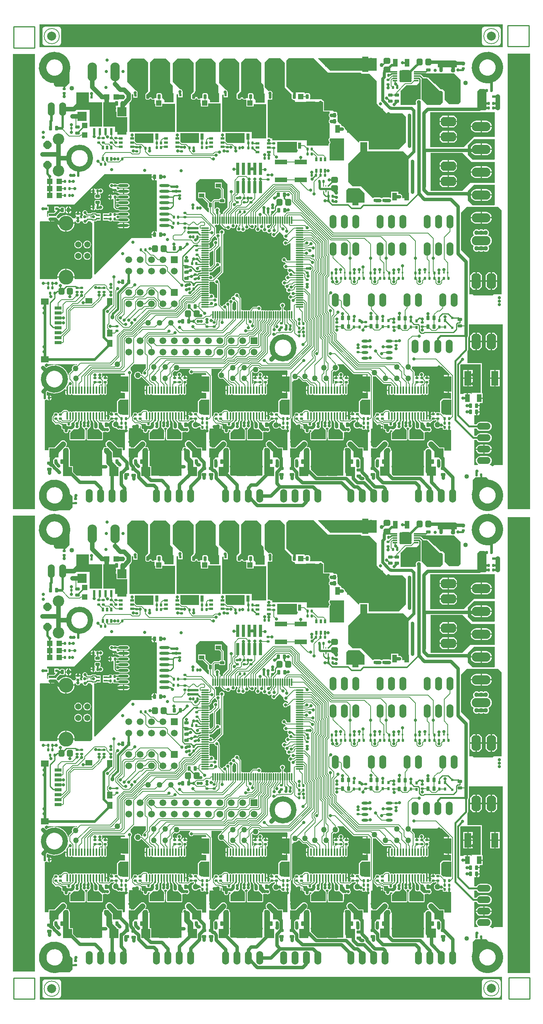
<source format=gtl>
G04 Layer_Physical_Order=1*
G04 Layer_Color=255*
%FSLAX24Y24*%
%MOIN*%
G70*
G01*
G75*
%ADD10C,0.0070*%
G04:AMPARAMS|DCode=11|XSize=78.7mil|YSize=78.7mil|CornerRadius=39.4mil|HoleSize=0mil|Usage=FLASHONLY|Rotation=90.000|XOffset=0mil|YOffset=0mil|HoleType=Round|Shape=RoundedRectangle|*
%AMROUNDEDRECTD11*
21,1,0.0787,0.0000,0,0,90.0*
21,1,0.0000,0.0787,0,0,90.0*
1,1,0.0787,0.0000,0.0000*
1,1,0.0787,0.0000,0.0000*
1,1,0.0787,0.0000,0.0000*
1,1,0.0787,0.0000,0.0000*
%
%ADD11ROUNDEDRECTD11*%
%ADD12C,0.0100*%
%ADD13C,0.0450*%
%ADD14C,0.0650*%
%ADD15R,0.2055X0.1220*%
%ADD16O,0.0138X0.0669*%
%ADD17C,0.0500*%
G04:AMPARAMS|DCode=18|XSize=22mil|YSize=24mil|CornerRadius=4.4mil|HoleSize=0mil|Usage=FLASHONLY|Rotation=180.000|XOffset=0mil|YOffset=0mil|HoleType=Round|Shape=RoundedRectangle|*
%AMROUNDEDRECTD18*
21,1,0.0220,0.0152,0,0,180.0*
21,1,0.0132,0.0240,0,0,180.0*
1,1,0.0088,-0.0066,0.0076*
1,1,0.0088,0.0066,0.0076*
1,1,0.0088,0.0066,-0.0076*
1,1,0.0088,-0.0066,-0.0076*
%
%ADD18ROUNDEDRECTD18*%
%ADD19R,0.1299X0.0354*%
%ADD20C,0.0394*%
G04:AMPARAMS|DCode=21|XSize=22mil|YSize=24mil|CornerRadius=4.4mil|HoleSize=0mil|Usage=FLASHONLY|Rotation=270.000|XOffset=0mil|YOffset=0mil|HoleType=Round|Shape=RoundedRectangle|*
%AMROUNDEDRECTD21*
21,1,0.0220,0.0152,0,0,270.0*
21,1,0.0132,0.0240,0,0,270.0*
1,1,0.0088,-0.0076,-0.0066*
1,1,0.0088,-0.0076,0.0066*
1,1,0.0088,0.0076,0.0066*
1,1,0.0088,0.0076,-0.0066*
%
%ADD21ROUNDEDRECTD21*%
G04:AMPARAMS|DCode=22|XSize=29.1mil|YSize=39.4mil|CornerRadius=5.8mil|HoleSize=0mil|Usage=FLASHONLY|Rotation=0.000|XOffset=0mil|YOffset=0mil|HoleType=Round|Shape=RoundedRectangle|*
%AMROUNDEDRECTD22*
21,1,0.0291,0.0277,0,0,0.0*
21,1,0.0175,0.0394,0,0,0.0*
1,1,0.0117,0.0087,-0.0139*
1,1,0.0117,-0.0087,-0.0139*
1,1,0.0117,-0.0087,0.0139*
1,1,0.0117,0.0087,0.0139*
%
%ADD22ROUNDEDRECTD22*%
G04:AMPARAMS|DCode=23|XSize=40mil|YSize=40mil|CornerRadius=20mil|HoleSize=0mil|Usage=FLASHONLY|Rotation=270.000|XOffset=0mil|YOffset=0mil|HoleType=Round|Shape=RoundedRectangle|*
%AMROUNDEDRECTD23*
21,1,0.0400,0.0000,0,0,270.0*
21,1,0.0000,0.0400,0,0,270.0*
1,1,0.0400,0.0000,0.0000*
1,1,0.0400,0.0000,0.0000*
1,1,0.0400,0.0000,0.0000*
1,1,0.0400,0.0000,0.0000*
%
%ADD23ROUNDEDRECTD23*%
%ADD24R,0.0472X0.0354*%
%ADD25R,0.0236X0.0335*%
%ADD26R,0.0335X0.0236*%
%ADD27O,0.0591X0.0236*%
%ADD28O,0.0906X0.0236*%
G04:AMPARAMS|DCode=29|XSize=105mil|YSize=105mil|CornerRadius=26.3mil|HoleSize=0mil|Usage=FLASHONLY|Rotation=0.000|XOffset=0mil|YOffset=0mil|HoleType=Round|Shape=RoundedRectangle|*
%AMROUNDEDRECTD29*
21,1,0.1050,0.0525,0,0,0.0*
21,1,0.0525,0.1050,0,0,0.0*
1,1,0.0525,0.0263,-0.0263*
1,1,0.0525,-0.0263,-0.0263*
1,1,0.0525,-0.0263,0.0263*
1,1,0.0525,0.0263,0.0263*
%
%ADD29ROUNDEDRECTD29*%
%ADD30R,0.0402X0.0118*%
%ADD31R,0.0110X0.0157*%
%ADD32R,0.0551X0.0197*%
%ADD33O,0.0118X0.0709*%
%ADD34O,0.0709X0.0118*%
%ADD35R,0.1102X0.0394*%
G04:AMPARAMS|DCode=36|XSize=29.1mil|YSize=39.4mil|CornerRadius=5.8mil|HoleSize=0mil|Usage=FLASHONLY|Rotation=270.000|XOffset=0mil|YOffset=0mil|HoleType=Round|Shape=RoundedRectangle|*
%AMROUNDEDRECTD36*
21,1,0.0291,0.0277,0,0,270.0*
21,1,0.0175,0.0394,0,0,270.0*
1,1,0.0117,-0.0139,-0.0087*
1,1,0.0117,-0.0139,0.0087*
1,1,0.0117,0.0139,0.0087*
1,1,0.0117,0.0139,-0.0087*
%
%ADD36ROUNDEDRECTD36*%
%ADD37R,0.0354X0.1299*%
%ADD38R,0.1970X0.1700*%
%ADD39R,0.0280X0.0560*%
%ADD40R,0.0240X0.0600*%
%ADD41R,0.0480X0.0480*%
%ADD42R,0.0354X0.0157*%
%ADD43R,0.1673X0.0465*%
G04:AMPARAMS|DCode=44|XSize=52mil|YSize=60mil|CornerRadius=13mil|HoleSize=0mil|Usage=FLASHONLY|Rotation=0.000|XOffset=0mil|YOffset=0mil|HoleType=Round|Shape=RoundedRectangle|*
%AMROUNDEDRECTD44*
21,1,0.0520,0.0340,0,0,0.0*
21,1,0.0260,0.0600,0,0,0.0*
1,1,0.0260,0.0130,-0.0170*
1,1,0.0260,-0.0130,-0.0170*
1,1,0.0260,-0.0130,0.0170*
1,1,0.0260,0.0130,0.0170*
%
%ADD44ROUNDEDRECTD44*%
%ADD45R,0.0295X0.1102*%
%ADD46R,0.0453X0.0591*%
%ADD47R,0.0591X0.0315*%
%ADD48R,0.0669X0.0551*%
%ADD49R,0.0591X0.0453*%
G04:AMPARAMS|DCode=50|XSize=40mil|YSize=40mil|CornerRadius=20mil|HoleSize=0mil|Usage=FLASHONLY|Rotation=0.000|XOffset=0mil|YOffset=0mil|HoleType=Round|Shape=RoundedRectangle|*
%AMROUNDEDRECTD50*
21,1,0.0400,0.0000,0,0,0.0*
21,1,0.0000,0.0400,0,0,0.0*
1,1,0.0400,0.0000,0.0000*
1,1,0.0400,0.0000,0.0000*
1,1,0.0400,0.0000,0.0000*
1,1,0.0400,0.0000,0.0000*
%
%ADD50ROUNDEDRECTD50*%
%ADD51R,0.0480X0.0480*%
%ADD52R,0.0790X0.0790*%
%ADD53R,0.0790X0.0790*%
%ADD54R,0.0240X0.0240*%
%ADD55R,0.0128X0.0106*%
%ADD56R,0.0200X0.0280*%
%ADD57R,0.0240X0.0240*%
%ADD58R,0.0630X0.1260*%
%ADD59R,0.1260X0.0630*%
G04:AMPARAMS|DCode=60|XSize=52mil|YSize=60mil|CornerRadius=13mil|HoleSize=0mil|Usage=FLASHONLY|Rotation=90.000|XOffset=0mil|YOffset=0mil|HoleType=Round|Shape=RoundedRectangle|*
%AMROUNDEDRECTD60*
21,1,0.0520,0.0340,0,0,90.0*
21,1,0.0260,0.0600,0,0,90.0*
1,1,0.0260,0.0170,0.0130*
1,1,0.0260,0.0170,-0.0130*
1,1,0.0260,-0.0170,-0.0130*
1,1,0.0260,-0.0170,0.0130*
%
%ADD60ROUNDEDRECTD60*%
%ADD61R,0.0433X0.0669*%
%ADD62R,0.0551X0.1339*%
%ADD63C,0.0600*%
%ADD64R,0.0118X0.0157*%
%ADD65C,0.0200*%
%ADD66C,0.0390*%
%ADD67C,0.0240*%
%ADD68C,0.0160*%
%ADD69C,0.0290*%
%ADD70C,0.0400*%
%ADD71C,0.0320*%
%ADD72C,0.0080*%
%ADD73C,0.0120*%
%ADD74C,0.0250*%
%ADD75C,0.0140*%
%ADD76C,0.0300*%
%ADD77C,0.0500*%
%ADD78C,0.0220*%
%ADD79C,0.0150*%
%ADD80C,0.0180*%
%ADD81R,0.0591X0.0591*%
%ADD82C,0.0591*%
%ADD83O,0.1200X0.0600*%
%ADD84O,0.1650X0.0825*%
%ADD85P,0.0758X8X292.5*%
%ADD86C,0.1000*%
%ADD87O,0.0600X0.1200*%
%ADD88C,0.0540*%
%ADD89C,0.1305*%
%ADD90O,0.0825X0.1650*%
G04:AMPARAMS|DCode=91|XSize=133mil|YSize=83mil|CornerRadius=0mil|HoleSize=0mil|Usage=FLASHONLY|Rotation=270.000|XOffset=0mil|YOffset=0mil|HoleType=Round|Shape=Octagon|*
%AMOCTAGOND91*
4,1,8,-0.0208,-0.0665,0.0208,-0.0665,0.0415,-0.0458,0.0415,0.0458,0.0208,0.0665,-0.0208,0.0665,-0.0415,0.0458,-0.0415,-0.0458,-0.0208,-0.0665,0.0*
%
%ADD91OCTAGOND91*%

G04:AMPARAMS|DCode=92|XSize=133mil|YSize=83mil|CornerRadius=0mil|HoleSize=0mil|Usage=FLASHONLY|Rotation=180.000|XOffset=0mil|YOffset=0mil|HoleType=Round|Shape=Octagon|*
%AMOCTAGOND92*
4,1,8,-0.0665,0.0208,-0.0665,-0.0208,-0.0458,-0.0415,0.0458,-0.0415,0.0665,-0.0208,0.0665,0.0208,0.0458,0.0415,-0.0458,0.0415,-0.0665,0.0208,0.0*
%
%ADD92OCTAGOND92*%

%ADD93C,0.0290*%
%ADD94C,0.0300*%
%ADD95C,0.0400*%
%ADD96C,0.0380*%
%ADD97C,0.0340*%
%ADD98C,0.0500*%
G36*
X2350Y2817D02*
X2350Y2817D01*
X411D01*
Y42800D01*
X2350D01*
X2350Y2817D01*
D02*
G37*
G36*
X2349Y43340D02*
X2349Y43340D01*
X411D01*
Y83250D01*
X2349D01*
X2349Y43340D01*
D02*
G37*
G36*
X43350Y2354D02*
Y356D01*
X2758Y356D01*
Y2354D01*
X43350Y2354D01*
D02*
G37*
G36*
X45789Y2700D02*
X45789Y2700D01*
X43850D01*
X43850Y42650D01*
X45789D01*
X45789Y2700D01*
D02*
G37*
G36*
X43400Y83846D02*
X2735D01*
Y85844D01*
X43400D01*
Y83846D01*
D02*
G37*
G36*
X45789Y43350D02*
X45789Y43350D01*
X43850D01*
X43850Y83300D01*
X45789D01*
X45789Y43350D01*
D02*
G37*
%LPC*%
G36*
X4402Y2135D02*
Y2133D01*
X3220D01*
Y2135D01*
X3131Y2117D01*
X3056Y2066D01*
X3005Y1991D01*
X2987Y1902D01*
X2989D01*
Y720D01*
X2987D01*
X3005Y631D01*
X3056Y556D01*
X3131Y505D01*
X3220Y487D01*
Y489D01*
X4402D01*
Y487D01*
X4491Y505D01*
X4566Y556D01*
X4617Y631D01*
X4635Y720D01*
X4633D01*
Y1902D01*
X4635D01*
X4617Y1991D01*
X4566Y2066D01*
X4491Y2117D01*
X4402Y2135D01*
D02*
G37*
G36*
X42990Y85643D02*
Y85641D01*
X41809D01*
Y85643D01*
X41720Y85625D01*
X41644Y85575D01*
X41594Y85499D01*
X41576Y85410D01*
X41577D01*
Y84229D01*
X41576D01*
X41594Y84139D01*
X41644Y84064D01*
X41720Y84013D01*
X41809Y83995D01*
Y83997D01*
X42990D01*
Y83995D01*
X43079Y84013D01*
X43155Y84064D01*
X43206Y84139D01*
X43223Y84229D01*
X43222D01*
Y85410D01*
X43223D01*
X43206Y85499D01*
X43155Y85575D01*
X43079Y85625D01*
X42990Y85643D01*
D02*
G37*
G36*
X4402D02*
Y85641D01*
X3220D01*
Y85643D01*
X3131Y85625D01*
X3056Y85575D01*
X3005Y85499D01*
X2987Y85410D01*
X2989D01*
Y84229D01*
X2987D01*
X3005Y84139D01*
X3056Y84064D01*
X3131Y84013D01*
X3220Y83995D01*
Y83997D01*
X4402D01*
Y83995D01*
X4491Y84013D01*
X4566Y84064D01*
X4617Y84139D01*
X4635Y84229D01*
X4633D01*
Y85410D01*
X4635D01*
X4617Y85499D01*
X4566Y85575D01*
X4491Y85625D01*
X4402Y85643D01*
D02*
G37*
G36*
X42990Y2164D02*
Y2163D01*
X41809D01*
Y2164D01*
X41720Y2147D01*
X41644Y2096D01*
X41594Y2020D01*
X41576Y1931D01*
X41577D01*
Y750D01*
X41576D01*
X41594Y661D01*
X41644Y585D01*
X41720Y535D01*
X41809Y517D01*
Y518D01*
X42990D01*
Y517D01*
X43079Y535D01*
X43155Y585D01*
X43206Y661D01*
X43223Y750D01*
X43222D01*
Y1931D01*
X43223D01*
X43206Y2020D01*
X43155Y2096D01*
X43079Y2147D01*
X42990Y2164D01*
D02*
G37*
%LPD*%
G36*
X43408Y6721D02*
X42270D01*
X42255Y6771D01*
X42326Y6826D01*
X42390Y6909D01*
X42431Y7007D01*
X42444Y7111D01*
X42431Y7215D01*
X42390Y7313D01*
X42326Y7396D01*
X42243Y7460D01*
X42145Y7501D01*
X42041Y7514D01*
X41441D01*
X41337Y7501D01*
X41239Y7460D01*
X41156Y7396D01*
X41092Y7313D01*
X41051Y7215D01*
X41038Y7111D01*
X41051Y7007D01*
X41092Y6909D01*
X41156Y6826D01*
X41227Y6771D01*
X41212Y6721D01*
X40911D01*
Y8928D01*
X41084D01*
X41092Y8909D01*
X41156Y8826D01*
X41239Y8762D01*
X41337Y8721D01*
X41441Y8708D01*
X42041D01*
X42145Y8721D01*
X42243Y8762D01*
X42326Y8826D01*
X42390Y8909D01*
X42431Y9007D01*
X42444Y9111D01*
X42431Y9215D01*
X42390Y9313D01*
X42326Y9396D01*
X42243Y9460D01*
X42145Y9501D01*
X42041Y9514D01*
X41441D01*
X41337Y9501D01*
X41239Y9460D01*
X41156Y9396D01*
X41092Y9313D01*
X41084Y9295D01*
X40911D01*
Y9927D01*
X41084D01*
X41092Y9909D01*
X41156Y9826D01*
X41239Y9762D01*
X41337Y9721D01*
X41441Y9708D01*
X42041D01*
X42145Y9721D01*
X42243Y9762D01*
X42326Y9826D01*
X42390Y9909D01*
X42431Y10007D01*
X42444Y10111D01*
X42431Y10215D01*
X42390Y10313D01*
X42326Y10396D01*
X42243Y10460D01*
X42145Y10501D01*
X42041Y10514D01*
X41441D01*
X41337Y10501D01*
X41239Y10460D01*
X41156Y10396D01*
X41092Y10313D01*
X41084Y10295D01*
X40911D01*
Y11072D01*
X40961Y11099D01*
X40970Y11093D01*
X41031Y11081D01*
X41069D01*
Y11381D01*
X41119D01*
Y11431D01*
X41368D01*
Y11520D01*
X41355Y11581D01*
X41320Y11634D01*
Y11668D01*
X41355Y11721D01*
X41368Y11782D01*
Y11871D01*
X41119D01*
Y11971D01*
X41368D01*
Y12060D01*
X41360Y12096D01*
X41394Y12146D01*
X41649D01*
Y12531D01*
X41333D01*
Y12631D01*
X41649D01*
Y13016D01*
X41561D01*
Y15661D01*
X40311D01*
Y16684D01*
X40346Y16736D01*
X40360Y16806D01*
Y17866D01*
X40412Y17943D01*
X40431Y18041D01*
Y18961D01*
Y19061D01*
X43408D01*
Y6721D01*
D02*
G37*
G36*
X10351Y11151D02*
X9821D01*
X9741Y11231D01*
X9683Y11289D01*
X9683Y11292D01*
X9651Y11340D01*
X9631Y11353D01*
Y12271D01*
X9811Y12451D01*
X10351D01*
Y11151D01*
D02*
G37*
G36*
X34237Y10672D02*
X34235Y10669D01*
X34223Y10610D01*
Y10598D01*
X34191Y10592D01*
X34110Y10538D01*
X34056Y10457D01*
X34037Y10361D01*
X34056Y10265D01*
X34069Y10246D01*
X34061Y10195D01*
X34056Y10187D01*
X34037Y10091D01*
X34042Y10067D01*
X34042Y10066D01*
X33867Y9891D01*
X33761Y9841D01*
X33749Y9846D01*
X33735Y9853D01*
X33730Y9854D01*
X33726Y9856D01*
X33711D01*
X33696Y9857D01*
X33691Y9856D01*
X33688D01*
X33643Y9865D01*
X33628Y9874D01*
X33628Y9874D01*
X33591Y9889D01*
X33552D01*
X33515Y9874D01*
X33515Y9874D01*
X33470Y9844D01*
X33470Y9844D01*
X33442Y9816D01*
D01*
X33442Y9816D01*
X33433Y9794D01*
X33427Y9779D01*
Y9779D01*
Y9743D01*
X33418Y9697D01*
X33407Y9681D01*
X33215D01*
X33205Y9697D01*
X33196Y9741D01*
X33200Y9762D01*
Y9767D01*
X33201Y9772D01*
X33200Y9787D01*
Y9802D01*
X33198Y9806D01*
X33197Y9811D01*
X33190Y9824D01*
X33185Y9838D01*
X33181Y9842D01*
X33179Y9846D01*
X33138Y9896D01*
X33134Y9900D01*
X33131Y9904D01*
X33119Y9912D01*
X33107Y9922D01*
X33102Y9923D01*
X33098Y9926D01*
X33083Y9929D01*
X33069Y9933D01*
X33064Y9933D01*
X33059Y9934D01*
X33037D01*
X33017Y9938D01*
X33008Y9943D01*
X33002Y9952D01*
X32998Y9972D01*
Y10192D01*
X32991Y10231D01*
X32977Y10252D01*
Y10311D01*
X32977Y10312D01*
X33340D01*
Y10255D01*
X33351Y10199D01*
X33383Y10151D01*
X33431Y10119D01*
X33487Y10108D01*
X33619D01*
X33675Y10119D01*
X33723Y10151D01*
X33754Y10199D01*
X33766Y10255D01*
Y10375D01*
X33839Y10448D01*
X33847D01*
X33899Y10459D01*
X33944Y10489D01*
X34007Y10551D01*
X34016Y10557D01*
X34045Y10602D01*
X34056Y10655D01*
Y10665D01*
X34066Y10680D01*
X34117Y10731D01*
X34237D01*
Y10672D01*
D02*
G37*
G36*
X12961Y10629D02*
X12957Y10610D01*
Y10607D01*
X12946Y10596D01*
X12925Y10592D01*
X12844Y10538D01*
X12790Y10457D01*
X12771Y10361D01*
X12790Y10265D01*
X12795Y10258D01*
X12766Y10066D01*
X12591Y9891D01*
X12482Y9839D01*
X12470Y9844D01*
X12457Y9851D01*
X12452Y9851D01*
X12447Y9853D01*
X12434D01*
X12377Y9865D01*
X12355Y9879D01*
X12319Y9894D01*
X12279D01*
X12264Y9888D01*
X12242Y9879D01*
X12242Y9879D01*
X12199Y9850D01*
X12171Y9822D01*
X12155Y9785D01*
Y9785D01*
Y9745D01*
X12156Y9741D01*
X12148Y9697D01*
X12137Y9681D01*
X11945D01*
X11935Y9697D01*
X11926Y9741D01*
X11930Y9762D01*
Y9767D01*
X11931Y9772D01*
X11930Y9787D01*
Y9802D01*
X11928Y9806D01*
X11927Y9811D01*
X11920Y9824D01*
X11915Y9838D01*
X11911Y9842D01*
X11909Y9846D01*
X11868Y9896D01*
X11864Y9900D01*
X11861Y9904D01*
X11848Y9912D01*
X11837Y9922D01*
X11832Y9923D01*
X11828Y9926D01*
X11813Y9929D01*
X11799Y9933D01*
X11794Y9933D01*
X11789Y9934D01*
X11771D01*
X11751Y9938D01*
X11742Y9943D01*
X11737Y9952D01*
X11733Y9972D01*
Y10133D01*
X11731Y10140D01*
X11731Y10148D01*
X11727Y10160D01*
X11725Y10172D01*
X11720Y10178D01*
X11718Y10186D01*
X11709Y10195D01*
X11703Y10205D01*
X11701Y10206D01*
Y10311D01*
X11702Y10312D01*
X12074D01*
Y10285D01*
X12085Y10229D01*
X12117Y10181D01*
X12165Y10149D01*
X12221Y10138D01*
X12353D01*
X12409Y10149D01*
X12457Y10181D01*
X12489Y10229D01*
X12500Y10285D01*
Y10375D01*
X12573Y10448D01*
X12581D01*
X12634Y10459D01*
X12678Y10489D01*
X12741Y10551D01*
X12750Y10557D01*
X12780Y10602D01*
X12790Y10655D01*
Y10665D01*
X12812Y10697D01*
X12813Y10703D01*
X12841Y10731D01*
X12961D01*
Y10629D01*
D02*
G37*
G36*
X17451Y11151D02*
X16921D01*
X16841Y11231D01*
X16731Y11341D01*
Y12271D01*
X16911Y12451D01*
X17451D01*
Y11151D01*
D02*
G37*
G36*
X31581D02*
X31051D01*
X30971Y11231D01*
X30861Y11341D01*
Y12271D01*
X31041Y12451D01*
X31581D01*
Y11151D01*
D02*
G37*
G36*
X38711D02*
X38181D01*
X38101Y11231D01*
X37991Y11341D01*
Y12271D01*
X38171Y12451D01*
X38711D01*
Y11151D01*
D02*
G37*
G36*
X24511D02*
X23981D01*
X23901Y11231D01*
X23791Y11341D01*
Y12271D01*
X23971Y12451D01*
X24511D01*
Y11151D01*
D02*
G37*
G36*
X35141Y33731D02*
Y30471D01*
X34781Y30111D01*
X34594D01*
X34565Y30161D01*
X34581Y30241D01*
X34562Y30337D01*
X34508Y30418D01*
X34427Y30472D01*
X34331Y30491D01*
X34236D01*
Y30676D01*
X33603D01*
Y30167D01*
X33559Y30144D01*
X33547Y30152D01*
X33451Y30171D01*
X33186D01*
X33180Y30172D01*
X33046D01*
X33041Y30173D01*
X33036Y30172D01*
X32902D01*
X32841Y30160D01*
X32788Y30125D01*
X32780Y30113D01*
X32707Y30162D01*
X32611Y30181D01*
X32269D01*
X32225Y30172D01*
X32122D01*
X32061Y30160D01*
X32008Y30125D01*
X31998Y30124D01*
X30981Y31141D01*
X30241Y31141D01*
X29821Y31561D01*
Y33141D01*
X30891Y34211D01*
X34661D01*
X35141Y33731D01*
D02*
G37*
G36*
X40651Y33301D02*
X42701Y33301D01*
Y31496D01*
X42666Y31461D01*
X40521Y31461D01*
X39821Y30761D01*
X37061D01*
Y34071D01*
X39881D01*
X40651Y33301D01*
D02*
G37*
G36*
X15191Y10301D02*
X15333Y10159D01*
Y10112D01*
X15345Y10051D01*
X15380Y9998D01*
X15433Y9963D01*
X15494Y9951D01*
X15541D01*
X15541Y9951D01*
X15721D01*
Y9851D01*
X15761Y9811D01*
X15711Y9704D01*
X15671Y9696D01*
X15627Y9705D01*
X15585Y9732D01*
X15585Y9732D01*
X15548Y9748D01*
X15509D01*
X15472Y9732D01*
X15472Y9732D01*
X15445Y9715D01*
X15401Y9706D01*
X15351Y9716D01*
X15334D01*
X15318Y9717D01*
X15314Y9716D01*
X15311D01*
X15296Y9710D01*
X15280Y9704D01*
X15241Y9682D01*
X15231Y9674D01*
X15226Y9670D01*
X15068Y9828D01*
X15068Y9828D01*
X15068Y9828D01*
X14963Y9933D01*
X14930Y9955D01*
X14901Y9961D01*
X14901Y10391D01*
X15191D01*
Y10301D01*
D02*
G37*
G36*
X22282D02*
X22424Y10159D01*
Y10122D01*
X22436Y10061D01*
X22471Y10008D01*
X22524Y9973D01*
X22585Y9961D01*
X22622D01*
X22632Y9951D01*
X22807D01*
X22812Y9938D01*
Y9851D01*
X22852Y9811D01*
X22802Y9704D01*
X22762Y9696D01*
X22718Y9705D01*
X22676Y9732D01*
X22676Y9732D01*
X22640Y9748D01*
X22600D01*
X22563Y9732D01*
X22563Y9732D01*
X22536Y9715D01*
X22492Y9706D01*
X22442Y9716D01*
X22425D01*
X22409Y9717D01*
X22406Y9716D01*
X22402D01*
X22387Y9710D01*
X22371Y9704D01*
X22333Y9682D01*
X22323Y9674D01*
X22317Y9670D01*
X22053Y9933D01*
X22020Y9955D01*
X21992Y9961D01*
X21992Y10391D01*
X22282D01*
Y10301D01*
D02*
G37*
G36*
X23373Y10633D02*
X23411Y10608D01*
X23419Y10606D01*
Y10543D01*
X23417Y10543D01*
X23340Y10511D01*
X23273Y10459D01*
X23222Y10392D01*
X23189Y10315D01*
X23178Y10231D01*
X23189Y10147D01*
X23222Y10070D01*
X23273Y10003D01*
X23340Y9952D01*
X23365Y9941D01*
X23417Y9919D01*
X23501Y9908D01*
X23585Y9919D01*
X23619Y9934D01*
X23637Y9941D01*
X23662Y9952D01*
X23729Y10003D01*
X23738Y10014D01*
X23801Y10002D01*
X23832Y10008D01*
X23908Y9932D01*
X23939Y9911D01*
X23944Y9907D01*
X23955Y9905D01*
X23958Y9891D01*
X23983Y9853D01*
X24021Y9828D01*
X24065Y9819D01*
X24197D01*
X24241Y9828D01*
X24279Y9853D01*
X24332Y9841D01*
X24338Y9831D01*
X24386Y9799D01*
X24442Y9788D01*
X24476D01*
X24511Y9753D01*
Y8046D01*
X24476Y8011D01*
X24097D01*
Y8236D01*
X23700D01*
X23145Y8790D01*
X23118Y8811D01*
X23145Y8853D01*
X23149D01*
X23137Y8865D01*
Y8860D01*
X23098Y8826D01*
X23079Y8842D01*
X23001Y8874D01*
X22917Y8885D01*
X22834Y8874D01*
X22756Y8842D01*
X22689Y8790D01*
X22638Y8724D01*
X22605Y8646D01*
X22594Y8562D01*
X22605Y8479D01*
X22638Y8401D01*
X22683Y8342D01*
X22680Y8327D01*
X22635Y8292D01*
X22592Y8300D01*
X22508Y8284D01*
X22437Y8236D01*
X22390Y8165D01*
X22373Y8081D01*
X22377Y8061D01*
X22336Y8011D01*
X22302D01*
Y5811D01*
X22262Y5771D01*
X19581D01*
X19482Y5870D01*
Y8011D01*
X19455D01*
X19413Y8061D01*
X19417Y8081D01*
X19401Y8165D01*
X19353Y8236D01*
X19282Y8284D01*
X19198Y8300D01*
X19156Y8292D01*
X19110Y8327D01*
X19107Y8342D01*
X19153Y8401D01*
X19185Y8479D01*
X19196Y8562D01*
X19185Y8646D01*
X19153Y8724D01*
X19101Y8790D01*
X19035Y8842D01*
X18957Y8874D01*
X18873Y8885D01*
X18790Y8874D01*
X18712Y8842D01*
X18645Y8790D01*
X18091Y8236D01*
X17856D01*
X17821Y8271D01*
Y8329D01*
X17752D01*
X17672Y8409D01*
Y9919D01*
X18645D01*
X18652Y9952D01*
Y10111D01*
X18702Y10136D01*
X18721Y10123D01*
Y9952D01*
X18731Y9902D01*
X18759Y9860D01*
X18801Y9832D01*
X18851Y9822D01*
X18879D01*
X18920Y9772D01*
X18912Y9731D01*
X18929Y9647D01*
X18976Y9576D01*
X19047Y9528D01*
X19131Y9512D01*
X19215Y9528D01*
X19286Y9576D01*
X19334Y9647D01*
X19350Y9731D01*
X19342Y9772D01*
X19382Y9799D01*
X19428Y9768D01*
X19512Y9752D01*
X19519Y9753D01*
X19543Y9707D01*
X19466Y9630D01*
X19413D01*
Y9135D01*
X19417D01*
Y8971D01*
X19422Y8944D01*
X19438Y8921D01*
X19461Y8905D01*
X19488Y8900D01*
X20768D01*
X20796Y8905D01*
X20819Y8921D01*
X20834Y8944D01*
X20840Y8971D01*
Y9135D01*
X20852D01*
Y9630D01*
X20840D01*
Y9781D01*
X20834Y9808D01*
X20819Y9831D01*
X20752Y9898D01*
X20769Y9952D01*
X20800Y9959D01*
X20871Y10006D01*
X20921D01*
X20993Y9959D01*
X21020Y9953D01*
X21034Y9905D01*
X20961Y9831D01*
X20945Y9808D01*
X20940Y9781D01*
Y9630D01*
X20933D01*
Y9135D01*
X20940D01*
Y8971D01*
X20945Y8944D01*
X20961Y8921D01*
X20984Y8905D01*
X21011Y8900D01*
X22291D01*
X22318Y8905D01*
X22341Y8921D01*
X22357Y8944D01*
X22362Y8971D01*
Y9135D01*
X22372D01*
Y9583D01*
X22383Y9594D01*
X22422Y9616D01*
X22492Y9602D01*
X22576Y9618D01*
X22620Y9648D01*
X22678Y9609D01*
X22762Y9592D01*
X22846Y9609D01*
X22917Y9656D01*
X22965Y9727D01*
X22981Y9811D01*
X22965Y9895D01*
X22917Y9966D01*
X22906Y9974D01*
X22896Y10041D01*
X22909Y10061D01*
X22922Y10122D01*
Y10211D01*
X22673D01*
Y10311D01*
X22922D01*
Y10400D01*
X22919Y10413D01*
X22925Y10462D01*
X22925Y10463D01*
X22968Y10471D01*
X23004Y10495D01*
X23107Y10599D01*
X23207D01*
X23252Y10608D01*
X23289Y10633D01*
X23304Y10655D01*
X23358D01*
X23373Y10633D01*
D02*
G37*
G36*
X8222Y10301D02*
X8364Y10159D01*
Y10112D01*
X8377Y10051D01*
X8412Y9998D01*
X8464Y9963D01*
X8526Y9951D01*
X8572D01*
X8572Y9951D01*
X8752D01*
Y9851D01*
X8792Y9811D01*
X8742Y9704D01*
X8702Y9696D01*
X8658Y9705D01*
X8617Y9732D01*
X8617Y9732D01*
X8580Y9748D01*
X8540D01*
X8503Y9732D01*
X8503Y9732D01*
X8477Y9715D01*
X8432Y9706D01*
X8382Y9716D01*
X8366D01*
X8349Y9717D01*
X8346Y9716D01*
X8342D01*
X8327Y9710D01*
X8312Y9704D01*
X8273Y9682D01*
X8263Y9674D01*
X8257Y9670D01*
X8100Y9828D01*
X8100Y9828D01*
X8099Y9828D01*
X7995Y9933D01*
X7961Y9955D01*
X7932Y9961D01*
X7932Y10391D01*
X8222D01*
Y10301D01*
D02*
G37*
G36*
X29378D02*
X29510Y10169D01*
Y10112D01*
X29522Y10051D01*
X29557Y9998D01*
X29610Y9963D01*
X29672Y9951D01*
X29728D01*
X29728Y9951D01*
X29850D01*
X29899Y9949D01*
X29907Y9931D01*
X29908Y9927D01*
Y9851D01*
X29948Y9811D01*
X29901Y9711D01*
X29892Y9705D01*
X29848Y9696D01*
X29804Y9705D01*
X29762Y9732D01*
X29762Y9732D01*
X29726Y9748D01*
X29686D01*
X29649Y9732D01*
X29649Y9732D01*
X29622Y9715D01*
X29578Y9706D01*
X29528Y9716D01*
X29511D01*
X29495Y9717D01*
X29492Y9716D01*
X29488D01*
X29473Y9710D01*
X29457Y9704D01*
X29419Y9682D01*
X29409Y9674D01*
X29403Y9670D01*
X29245Y9828D01*
X29245Y9828D01*
X29245Y9828D01*
X29140Y9933D01*
X29107Y9955D01*
X29088Y9959D01*
X29088Y10391D01*
X29378D01*
Y10301D01*
D02*
G37*
G36*
X20062Y10672D02*
X20060Y10669D01*
X20049Y10610D01*
Y10598D01*
X20017Y10592D01*
X19936Y10538D01*
X19881Y10457D01*
X19862Y10361D01*
X19881Y10265D01*
X19895Y10246D01*
X19887Y10195D01*
X19881Y10187D01*
X19862Y10091D01*
X19867Y10067D01*
X19867Y10066D01*
X19751Y9950D01*
X19726Y9933D01*
X19677Y9884D01*
X19577Y9836D01*
X19575Y9838D01*
X19561Y9844D01*
X19548Y9851D01*
X19543Y9851D01*
X19539Y9853D01*
X19526D01*
X19468Y9865D01*
X19439Y9884D01*
X19402Y9899D01*
X19363D01*
X19326Y9884D01*
D01*
X19326Y9884D01*
X19285Y9857D01*
X19271Y9843D01*
X19257Y9829D01*
X19257Y9829D01*
D01*
X19255Y9822D01*
X19242Y9792D01*
Y9792D01*
Y9752D01*
Y9752D01*
X19242Y9752D01*
X19246Y9731D01*
X19238Y9687D01*
X19234Y9681D01*
X19028D01*
X19025Y9687D01*
X19016Y9731D01*
X19020Y9752D01*
Y9757D01*
X19021Y9762D01*
X19020Y9777D01*
Y9792D01*
X19018Y9796D01*
X19017Y9801D01*
X19010Y9814D01*
X19005Y9828D01*
X19001Y9832D01*
X18999Y9836D01*
X18958Y9886D01*
X18954Y9890D01*
X18951Y9894D01*
X18938Y9902D01*
X18927Y9912D01*
X18922Y9913D01*
X18918Y9916D01*
X18903Y9919D01*
X18889Y9923D01*
X18884Y9923D01*
X18879Y9924D01*
X18861D01*
X18841Y9928D01*
X18832Y9933D01*
X18827Y9942D01*
X18823Y9962D01*
Y10123D01*
X18821Y10130D01*
X18821Y10138D01*
X18817Y10150D01*
X18815Y10162D01*
X18810Y10168D01*
X18808Y10176D01*
X18802Y10182D01*
Y10311D01*
X18803Y10312D01*
X19165D01*
Y10255D01*
X19177Y10199D01*
X19208Y10151D01*
X19256Y10119D01*
X19312Y10108D01*
X19444D01*
X19500Y10119D01*
X19548Y10151D01*
X19580Y10199D01*
X19591Y10255D01*
Y10375D01*
X19664Y10448D01*
X19672D01*
X19725Y10459D01*
X19770Y10489D01*
X19832Y10551D01*
X19841Y10557D01*
X19871Y10602D01*
X19881Y10655D01*
Y10665D01*
X19891Y10680D01*
X19942Y10731D01*
X20062D01*
Y10672D01*
D02*
G37*
G36*
X27138Y10629D02*
X27134Y10610D01*
Y10607D01*
X27123Y10596D01*
X27103Y10592D01*
X27022Y10538D01*
X26967Y10457D01*
X26948Y10361D01*
X26967Y10265D01*
X26973Y10258D01*
X26943Y10066D01*
X26768Y9891D01*
X26667Y9843D01*
X26660Y9846D01*
X26647Y9853D01*
X26642Y9854D01*
X26637Y9856D01*
X26622D01*
X26607Y9857D01*
X26602Y9856D01*
X26599D01*
X26554Y9865D01*
X26534Y9878D01*
X26534Y9878D01*
X26498Y9893D01*
X26458D01*
X26421Y9878D01*
X26377Y9848D01*
X26349Y9820D01*
X26334Y9783D01*
Y9744D01*
X26336Y9731D01*
X26328Y9687D01*
X26324Y9681D01*
X26118D01*
X26115Y9687D01*
X26106Y9731D01*
X26112Y9762D01*
Y9765D01*
X26113Y9768D01*
X26112Y9785D01*
Y9802D01*
X26111Y9804D01*
X26111Y9807D01*
X26103Y9823D01*
X26097Y9838D01*
X26095Y9840D01*
X26093Y9843D01*
X26056Y9893D01*
X26050Y9898D01*
X26046Y9904D01*
X26035Y9911D01*
X26026Y9920D01*
X26019Y9922D01*
X26013Y9926D01*
X26000Y9928D01*
X25988Y9933D01*
X25981Y9932D01*
X25974Y9934D01*
X25949D01*
X25928Y9938D01*
X25920Y9943D01*
X25914Y9952D01*
X25910Y9972D01*
Y10133D01*
X25908Y10140D01*
X25909Y10147D01*
X25904Y10159D01*
X25902Y10172D01*
X25898Y10178D01*
X25896Y10185D01*
X25887Y10194D01*
X25880Y10205D01*
X25878Y10206D01*
Y10311D01*
X25879Y10312D01*
X26251D01*
Y10255D01*
X26263Y10199D01*
X26294Y10151D01*
X26342Y10119D01*
X26398Y10108D01*
X26530D01*
X26586Y10119D01*
X26634Y10151D01*
X26666Y10199D01*
X26677Y10255D01*
Y10375D01*
X26750Y10448D01*
X26758D01*
X26811Y10459D01*
X26856Y10489D01*
X26918Y10551D01*
X26927Y10557D01*
X26957Y10602D01*
X26967Y10655D01*
Y10665D01*
X26989Y10697D01*
X26990Y10703D01*
X27018Y10731D01*
X27138D01*
Y10629D01*
D02*
G37*
G36*
X36467Y10301D02*
X36599Y10169D01*
Y10112D01*
X36611Y10051D01*
X36646Y9998D01*
X36698Y9963D01*
X36760Y9951D01*
X36817D01*
X36817Y9951D01*
X36938D01*
X36988Y9949D01*
X36995Y9931D01*
X36997Y9927D01*
Y9851D01*
X37037Y9811D01*
X36990Y9711D01*
X36981Y9705D01*
X36937Y9696D01*
X36893Y9705D01*
X36851Y9732D01*
X36851Y9732D01*
X36814Y9748D01*
X36774D01*
X36738Y9732D01*
X36738Y9732D01*
X36711Y9715D01*
X36667Y9706D01*
X36616Y9716D01*
X36600D01*
X36584Y9717D01*
X36580Y9716D01*
X36576D01*
X36561Y9710D01*
X36546Y9704D01*
X36507Y9682D01*
X36497Y9674D01*
X36492Y9670D01*
X36334Y9828D01*
X36334Y9828D01*
X36334Y9828D01*
X36229Y9933D01*
X36196Y9955D01*
X36177Y9959D01*
X36177Y10391D01*
X36467D01*
Y10301D01*
D02*
G37*
G36*
X6002Y10672D02*
X6000Y10669D01*
X5989Y10610D01*
Y10598D01*
X5957Y10592D01*
X5876Y10538D01*
X5822Y10457D01*
X5803Y10361D01*
X5822Y10265D01*
X5835Y10246D01*
X5827Y10195D01*
X5822Y10187D01*
X5803Y10091D01*
X5808Y10067D01*
X5807Y10066D01*
X5632Y9891D01*
X5527Y9841D01*
X5514Y9846D01*
X5501Y9853D01*
X5496Y9854D01*
X5491Y9856D01*
X5476D01*
X5461Y9857D01*
X5457Y9856D01*
X5453D01*
X5408Y9865D01*
X5379Y9884D01*
X5379Y9884D01*
X5342Y9899D01*
X5302D01*
X5266Y9884D01*
X5266Y9884D01*
X5225Y9857D01*
X5197Y9829D01*
X5182Y9792D01*
Y9792D01*
Y9753D01*
X5186Y9731D01*
X5178Y9687D01*
X5174Y9681D01*
X4968D01*
X4965Y9687D01*
X4956Y9731D01*
X4962Y9762D01*
Y9765D01*
X4963Y9768D01*
X4962Y9785D01*
Y9802D01*
X4961Y9804D01*
X4961Y9807D01*
X4953Y9823D01*
X4947Y9838D01*
X4945Y9840D01*
X4943Y9843D01*
X4906Y9893D01*
X4900Y9898D01*
X4896Y9904D01*
X4885Y9911D01*
X4876Y9920D01*
X4869Y9922D01*
X4863Y9926D01*
X4850Y9928D01*
X4838Y9933D01*
X4831Y9932D01*
X4824Y9934D01*
X4803D01*
X4782Y9938D01*
X4774Y9943D01*
X4768Y9952D01*
X4764Y9972D01*
Y10133D01*
X4763Y10140D01*
X4763Y10147D01*
X4759Y10159D01*
X4756Y10172D01*
X4752Y10178D01*
X4750Y10185D01*
X4742Y10193D01*
Y10311D01*
X4743Y10312D01*
X5106D01*
Y10255D01*
X5117Y10199D01*
X5149Y10151D01*
X5196Y10119D01*
X5252Y10108D01*
X5384D01*
X5441Y10119D01*
X5488Y10151D01*
X5520Y10199D01*
X5531Y10255D01*
Y10375D01*
X5605Y10448D01*
X5612D01*
X5665Y10459D01*
X5710Y10489D01*
X5773Y10551D01*
X5781Y10557D01*
X5811Y10602D01*
X5822Y10655D01*
Y10665D01*
X5831Y10680D01*
X5882Y10731D01*
X6002D01*
Y10672D01*
D02*
G37*
G36*
X31261Y30551D02*
Y29711D01*
X29661D01*
Y30211D01*
X29661Y30781D01*
X29851Y30971D01*
X30841Y30971D01*
X31261Y30551D01*
D02*
G37*
G36*
X18639Y25886D02*
Y24411D01*
X18559Y24387D01*
X18526Y24436D01*
X18455Y24484D01*
X18371Y24500D01*
X18308Y24488D01*
X18228Y24533D01*
Y25555D01*
X18535Y25862D01*
X18535Y25862D01*
X18560Y25898D01*
X18639Y25886D01*
D02*
G37*
G36*
Y24151D02*
Y23707D01*
X18067Y23135D01*
X18056Y23136D01*
X17985Y23167D01*
X17974Y23225D01*
X17926Y23296D01*
X17855Y23344D01*
X17771Y23360D01*
X17714Y23349D01*
X17703Y23405D01*
X17667Y23458D01*
X17664Y23474D01*
X17674Y23490D01*
X17684Y23540D01*
X17753Y23604D01*
X17827D01*
X17878Y23614D01*
X17921Y23643D01*
X18345Y24067D01*
X18371Y24062D01*
X18455Y24079D01*
X18526Y24126D01*
X18559Y24175D01*
X18639Y24151D01*
D02*
G37*
G36*
X18004Y25492D02*
Y24312D01*
X17790Y24099D01*
X17735Y24122D01*
X17714Y24136D01*
X17703Y24193D01*
X17667Y24245D01*
X17664Y24262D01*
X17674Y24277D01*
X17684Y24327D01*
X17674Y24378D01*
X17646Y24420D01*
Y24431D01*
X17674Y24474D01*
X17684Y24524D01*
X17674Y24575D01*
X17664Y24590D01*
X17667Y24606D01*
X17703Y24659D01*
X17705Y24671D01*
X17257D01*
Y24771D01*
X17705D01*
X17703Y24783D01*
X17667Y24836D01*
X17664Y24852D01*
X17674Y24868D01*
X17684Y24918D01*
X17674Y24968D01*
X17646Y25011D01*
Y25022D01*
X17674Y25064D01*
X17684Y25115D01*
X17674Y25165D01*
X17646Y25208D01*
Y25219D01*
X17674Y25261D01*
X17684Y25312D01*
X17683Y25316D01*
X17740Y25396D01*
X17748D01*
X17748Y25396D01*
X17791Y25405D01*
X17828Y25429D01*
X17924Y25525D01*
X18004Y25492D01*
D02*
G37*
G36*
X38747Y14650D02*
X38728Y14604D01*
X38671D01*
Y14485D01*
X38751D01*
Y13185D01*
X38671D01*
Y13065D01*
X38827D01*
X38862Y13030D01*
Y12527D01*
X38778D01*
X38750Y12545D01*
X38711Y12553D01*
X38171D01*
X38132Y12545D01*
X38099Y12523D01*
X37919Y12343D01*
X37897Y12310D01*
X37889Y12271D01*
Y11357D01*
X37853Y11334D01*
X37840Y11331D01*
X37822Y11343D01*
X37777Y11352D01*
X37625D01*
X37581Y11343D01*
X37543Y11318D01*
X37489Y11328D01*
X37481Y11340D01*
X37433Y11372D01*
X37377Y11383D01*
X37351D01*
Y11170D01*
X37301D01*
Y11120D01*
X37078D01*
Y11104D01*
X37089Y11048D01*
X37121Y11000D01*
X37133Y10993D01*
X37143Y10939D01*
X37118Y10901D01*
X37109Y10857D01*
Y10757D01*
X37038Y10687D01*
X36941D01*
X36900Y10737D01*
X36905Y10763D01*
Y10979D01*
X36733D01*
Y11029D01*
X36683D01*
Y11457D01*
X36667Y11454D01*
X36611Y11416D01*
X36549Y11414D01*
X36531Y11426D01*
X36477Y11436D01*
X36423Y11426D01*
X36380Y11397D01*
X36366Y11391D01*
X36333D01*
X36318Y11397D01*
X36276Y11426D01*
X36257Y11429D01*
D01*
X36221Y11436D01*
X36167Y11426D01*
X36160Y11421D01*
X36026D01*
X36020Y11426D01*
X35965Y11436D01*
X35911Y11426D01*
X35904Y11421D01*
X35771D01*
X35764Y11426D01*
X35710Y11436D01*
X35655Y11426D01*
X35649Y11421D01*
X35515D01*
X35508Y11426D01*
X35454Y11436D01*
X35399Y11426D01*
X35393Y11421D01*
X35259D01*
X35252Y11426D01*
X35198Y11436D01*
X35144Y11426D01*
X35137Y11421D01*
X35003D01*
X34996Y11426D01*
X34942Y11436D01*
X34888Y11426D01*
X34881Y11421D01*
X34747D01*
X34740Y11426D01*
X34686Y11436D01*
X34632Y11426D01*
X34625Y11421D01*
X34491D01*
X34484Y11426D01*
X34430Y11436D01*
X34376Y11426D01*
X34369Y11421D01*
X34235D01*
X34228Y11426D01*
X34174Y11436D01*
X34120Y11426D01*
X34113Y11421D01*
X33979D01*
X33972Y11426D01*
X33918Y11436D01*
X33864Y11426D01*
X33857Y11421D01*
X33821Y11397D01*
X33807Y11391D01*
X33774D01*
X33759Y11397D01*
X33723Y11421D01*
X33717Y11426D01*
X33708Y11427D01*
X33662Y11436D01*
X33608Y11426D01*
X33567Y11398D01*
X33566Y11398D01*
X33542Y11403D01*
X33515Y11414D01*
X33510Y11437D01*
X33486Y11473D01*
X33486Y11473D01*
X33448Y11510D01*
X33412Y11535D01*
X33369Y11543D01*
X33369Y11543D01*
X33111D01*
X33111Y11543D01*
X33068Y11535D01*
X33032Y11510D01*
X32852Y11330D01*
X32744D01*
X32699Y11321D01*
X32662Y11296D01*
X32640Y11264D01*
X32613Y11261D01*
X32587Y11264D01*
X32565Y11296D01*
X32527Y11321D01*
X32483Y11330D01*
X32331D01*
X32286Y11321D01*
X32249Y11296D01*
X32223Y11258D01*
X32215Y11214D01*
Y11114D01*
X32097Y10997D01*
X32073Y10961D01*
X32065Y10918D01*
X32065Y10918D01*
Y10639D01*
X32065Y10639D01*
X32073Y10596D01*
X32097Y10560D01*
X32329Y10329D01*
X32329Y10329D01*
X32338Y10322D01*
X32343Y10301D01*
X32330Y10240D01*
Y10151D01*
X32828D01*
Y10182D01*
X32840Y10192D01*
X32840Y10192D01*
X32896D01*
Y9962D01*
X32906Y9912D01*
X32935Y9870D01*
X32977Y9842D01*
X33027Y9832D01*
X33059D01*
X33100Y9782D01*
X33092Y9741D01*
X33108Y9657D01*
X33156Y9586D01*
X33227Y9538D01*
X33311Y9522D01*
X33395Y9538D01*
X33466Y9586D01*
X33514Y9657D01*
X33530Y9741D01*
X33527Y9759D01*
X33572Y9789D01*
X33603Y9768D01*
X33687Y9752D01*
X33706Y9756D01*
X33730Y9710D01*
X33650Y9630D01*
X33587D01*
Y9135D01*
X33601D01*
Y8971D01*
X33607Y8944D01*
X33622Y8921D01*
X33646Y8905D01*
X33673Y8900D01*
X34953D01*
X34980Y8905D01*
X35003Y8921D01*
X35019Y8944D01*
X35024Y8971D01*
Y9135D01*
X35026D01*
Y9630D01*
X35024D01*
Y9781D01*
X35019Y9808D01*
X35003Y9831D01*
X34930Y9905D01*
X34945Y9952D01*
X34975Y9959D01*
X35046Y10006D01*
X35051Y10013D01*
X35101D01*
X35106Y10006D01*
X35177Y9959D01*
X35197Y9955D01*
X35212Y9907D01*
X35136Y9831D01*
X35121Y9808D01*
X35115Y9781D01*
Y9630D01*
X35107D01*
Y9135D01*
X35115D01*
Y8971D01*
X35121Y8944D01*
X35136Y8921D01*
X35159Y8905D01*
X35187Y8900D01*
X36467D01*
X36494Y8905D01*
X36517Y8921D01*
X36533Y8944D01*
X36538Y8971D01*
Y9135D01*
X36546D01*
Y9583D01*
X36558Y9594D01*
X36596Y9616D01*
X36667Y9602D01*
X36751Y9618D01*
X36794Y9648D01*
X36853Y9609D01*
X36937Y9592D01*
X37021Y9609D01*
X37092Y9656D01*
X37139Y9727D01*
X37156Y9811D01*
X37139Y9895D01*
X37136Y9901D01*
X37134Y9902D01*
X37092Y9966D01*
X37088Y9969D01*
X37075Y10037D01*
X37084Y10051D01*
X37096Y10112D01*
Y10201D01*
X36848D01*
Y10301D01*
X37096D01*
Y10390D01*
X37091Y10415D01*
X37086Y10452D01*
X37127Y10471D01*
X37128Y10471D01*
X37164Y10495D01*
X37277Y10609D01*
X37377D01*
X37422Y10618D01*
X37459Y10643D01*
X37474Y10665D01*
X37528D01*
X37543Y10643D01*
X37581Y10618D01*
X37589Y10616D01*
Y10549D01*
X37520Y10521D01*
X37453Y10469D01*
X37402Y10402D01*
X37369Y10325D01*
X37358Y10241D01*
X37369Y10157D01*
X37402Y10080D01*
X37453Y10013D01*
X37510Y9969D01*
X37520Y9962D01*
X37597Y9929D01*
X37681Y9918D01*
X37765Y9929D01*
X37842Y9962D01*
X37905Y10010D01*
X37907Y10008D01*
X37991Y9992D01*
X38075Y10008D01*
X38079Y10011D01*
X38111Y9994D01*
X38129D01*
Y9935D01*
X38138Y9891D01*
X38163Y9853D01*
X38201Y9828D01*
X38245Y9819D01*
X38377D01*
X38421Y9828D01*
X38459Y9853D01*
X38512Y9841D01*
X38518Y9831D01*
X38566Y9799D01*
X38622Y9788D01*
X38638D01*
Y10011D01*
X38738D01*
Y9788D01*
X38754D01*
X38810Y9799D01*
X38812Y9801D01*
X38862Y9774D01*
Y7991D01*
X38307D01*
X38272Y8026D01*
Y8236D01*
X37874D01*
X37320Y8790D01*
X37293Y8811D01*
X37296Y8816D01*
X37280Y8832D01*
X37273Y8826D01*
X37253Y8842D01*
X37175Y8874D01*
X37092Y8885D01*
X37008Y8874D01*
X36930Y8842D01*
X36864Y8790D01*
X36812Y8724D01*
X36780Y8646D01*
X36769Y8562D01*
X36780Y8479D01*
X36812Y8401D01*
X36864Y8334D01*
X36942Y8256D01*
X36918Y8208D01*
X36877Y8214D01*
X36793Y8203D01*
X36715Y8171D01*
X36649Y8119D01*
X36597Y8052D01*
X36572Y7991D01*
X36477D01*
Y5771D01*
X33799D01*
X33657Y5914D01*
Y7991D01*
X33617D01*
X33584Y8041D01*
X33592Y8081D01*
X33575Y8165D01*
X33528Y8236D01*
X33457Y8284D01*
X33373Y8300D01*
X33330Y8292D01*
X33285Y8327D01*
X33282Y8342D01*
X33327Y8401D01*
X33360Y8479D01*
X33371Y8562D01*
X33360Y8646D01*
X33327Y8724D01*
X33276Y8790D01*
X33209Y8842D01*
X33131Y8874D01*
X33048Y8885D01*
X32964Y8874D01*
X32886Y8842D01*
X32820Y8790D01*
X32265Y8236D01*
X32016D01*
X31981Y8271D01*
Y8336D01*
X31952D01*
X31821Y8467D01*
Y9875D01*
X31872Y9926D01*
X31981D01*
Y10858D01*
X31989Y10897D01*
Y14483D01*
X32030Y14511D01*
X32057Y14499D01*
X32141Y14488D01*
X32225Y14499D01*
X32246Y14508D01*
X32893Y13862D01*
X32893Y13862D01*
X32929Y13837D01*
X32972Y13829D01*
X33570D01*
X33670Y13729D01*
X33667Y13713D01*
X33650Y13678D01*
X33608Y13670D01*
X33590Y13658D01*
X33528Y13661D01*
X33472Y13698D01*
X33456Y13701D01*
Y13273D01*
Y12845D01*
X33472Y12848D01*
X33528Y12886D01*
X33590Y12888D01*
X33608Y12876D01*
X33662Y12866D01*
X33717Y12876D01*
X33759Y12905D01*
X33774Y12911D01*
X33807D01*
X33821Y12905D01*
X33864Y12876D01*
X33896Y12870D01*
X33918Y12866D01*
X33921Y12861D01*
X36219D01*
X36221Y12866D01*
X36244Y12870D01*
X36276Y12876D01*
X36318Y12905D01*
X36333Y12911D01*
X36366D01*
X36380Y12905D01*
X36423Y12876D01*
X36477Y12866D01*
X36531Y12876D01*
X36577Y12907D01*
X36580Y12911D01*
X36630D01*
X36633Y12907D01*
X36679Y12876D01*
X36733Y12866D01*
X36787Y12876D01*
X36833Y12907D01*
X36864Y12953D01*
X36875Y13007D01*
Y13539D01*
X36864Y13593D01*
X36845Y13621D01*
Y13792D01*
X36872Y13798D01*
X36909Y13823D01*
X36934Y13861D01*
X36943Y13905D01*
Y14037D01*
X36934Y14081D01*
X36909Y14119D01*
X36921Y14172D01*
X36931Y14178D01*
X36963Y14226D01*
X36974Y14282D01*
Y14298D01*
X36751D01*
Y14348D01*
X36701D01*
Y14561D01*
X36675D01*
X36619Y14550D01*
X36571Y14518D01*
X36539Y14470D01*
X36532Y14431D01*
X36481D01*
X36474Y14461D01*
X36449Y14499D01*
X36448Y14504D01*
X36484Y14557D01*
X36500Y14641D01*
X36484Y14725D01*
X36436Y14796D01*
X36365Y14844D01*
X36281Y14860D01*
X36197Y14844D01*
X36126Y14796D01*
X36079Y14725D01*
X36062Y14641D01*
X36079Y14557D01*
X36096Y14531D01*
X36095Y14529D01*
X36051Y14522D01*
X36034Y14524D01*
X35993Y14552D01*
X35937Y14563D01*
X35911D01*
Y14350D01*
X35811D01*
Y14563D01*
X35785D01*
X35729Y14552D01*
X35703Y14534D01*
X35653Y14561D01*
Y14881D01*
X35653Y14881D01*
X35645Y14924D01*
X35620Y14960D01*
X35620Y14960D01*
X35402Y15178D01*
X35423Y15227D01*
X35434Y15311D01*
X35456Y15337D01*
X38061D01*
X38747Y14650D01*
D02*
G37*
G36*
X18103Y22745D02*
X18109Y22717D01*
X18156Y22646D01*
X18227Y22599D01*
X18311Y22582D01*
X18344Y22555D01*
Y21397D01*
X18264Y21358D01*
X18225Y21384D01*
X18141Y21400D01*
X18123Y21397D01*
X18121Y21397D01*
X18061Y21466D01*
X18070Y21511D01*
X18054Y21595D01*
X18006Y21666D01*
X17935Y21714D01*
X17851Y21730D01*
X17767Y21714D01*
X17753Y21704D01*
X17681Y21752D01*
X17684Y21768D01*
X17674Y21819D01*
X17646Y21861D01*
Y21872D01*
X17674Y21915D01*
X17684Y21965D01*
X17674Y22015D01*
X17649Y22064D01*
X17674Y22112D01*
X17684Y22162D01*
X17674Y22212D01*
X17646Y22255D01*
Y22266D01*
X17674Y22308D01*
X17684Y22359D01*
X17674Y22409D01*
X17646Y22452D01*
Y22463D01*
X17674Y22505D01*
X17684Y22556D01*
X17674Y22606D01*
X17646Y22649D01*
Y22659D01*
X17674Y22702D01*
X17684Y22753D01*
X17702Y22774D01*
X17976D01*
X17976Y22774D01*
X18014Y22781D01*
X18020Y22782D01*
X18103Y22745D01*
D02*
G37*
G36*
X30252Y14732D02*
X30252Y14732D01*
X30288Y14707D01*
X30331Y14699D01*
X30331Y14699D01*
X31536D01*
X31581Y14654D01*
Y14604D01*
X31541D01*
Y14485D01*
X31621D01*
Y13185D01*
X31541D01*
Y13065D01*
X31546D01*
X31581Y13030D01*
Y12553D01*
X31041D01*
X31002Y12545D01*
X30969Y12523D01*
X30789Y12343D01*
X30767Y12310D01*
X30759Y12271D01*
Y11387D01*
X30709Y11350D01*
X30697Y11352D01*
X30545D01*
X30501Y11343D01*
X30463Y11318D01*
X30409Y11328D01*
X30401Y11340D01*
X30353Y11372D01*
X30297Y11383D01*
X30271D01*
Y11170D01*
X30221D01*
Y11120D01*
X29998D01*
Y11104D01*
X30009Y11048D01*
X30041Y11000D01*
X30053Y10993D01*
X30063Y10939D01*
X30038Y10901D01*
X30029Y10857D01*
Y10757D01*
X29958Y10687D01*
X29852D01*
X29812Y10737D01*
X29817Y10763D01*
Y10979D01*
X29645D01*
Y11029D01*
X29595D01*
Y11457D01*
X29579Y11454D01*
X29523Y11416D01*
X29461Y11414D01*
X29443Y11426D01*
X29389Y11436D01*
X29334Y11426D01*
X29292Y11397D01*
X29277Y11391D01*
X29244D01*
X29230Y11397D01*
X29187Y11426D01*
X29133Y11436D01*
X29079Y11426D01*
X29072Y11421D01*
X28938D01*
X28931Y11426D01*
X28877Y11436D01*
X28823Y11426D01*
X28816Y11421D01*
X28682D01*
X28675Y11426D01*
X28621Y11436D01*
X28567Y11426D01*
X28560Y11421D01*
X28426D01*
X28419Y11426D01*
X28365Y11436D01*
X28311Y11426D01*
X28304Y11421D01*
X28170D01*
X28163Y11426D01*
X28109Y11436D01*
X28055Y11426D01*
X28048Y11421D01*
X27914D01*
X27907Y11426D01*
X27853Y11436D01*
X27799Y11426D01*
X27792Y11421D01*
X27658D01*
X27652Y11426D01*
X27597Y11436D01*
X27543Y11426D01*
X27536Y11421D01*
X27402D01*
X27396Y11426D01*
X27341Y11436D01*
X27287Y11426D01*
X27280Y11421D01*
X27147D01*
X27140Y11426D01*
X27086Y11436D01*
X27031Y11426D01*
X27025Y11421D01*
X26891D01*
X26884Y11426D01*
X26830Y11436D01*
X26784Y11427D01*
X26775Y11426D01*
X26769Y11421D01*
X26733Y11397D01*
X26718Y11391D01*
X26685D01*
X26671Y11397D01*
X26635Y11421D01*
X26628Y11426D01*
X26574Y11436D01*
X26520Y11426D01*
X26478Y11398D01*
X26477Y11398D01*
X26453Y11403D01*
X26426Y11414D01*
X26421Y11437D01*
X26397Y11473D01*
X26397Y11473D01*
X26360Y11510D01*
X26323Y11535D01*
X26280Y11543D01*
X26280Y11543D01*
X26023D01*
X26023Y11543D01*
X25980Y11535D01*
X25943Y11510D01*
X25763Y11330D01*
X25655D01*
X25611Y11321D01*
X25573Y11296D01*
X25551Y11264D01*
X25525Y11261D01*
X25498Y11264D01*
X25476Y11296D01*
X25439Y11321D01*
X25394Y11330D01*
X25242D01*
X25198Y11321D01*
X25160Y11296D01*
X25135Y11258D01*
X25126Y11214D01*
Y11114D01*
X25009Y10997D01*
X24985Y10961D01*
X24976Y10918D01*
X24976Y10918D01*
Y10639D01*
X24976Y10639D01*
X24985Y10596D01*
X25009Y10560D01*
X25240Y10329D01*
X25240Y10329D01*
X25250Y10322D01*
X25254Y10301D01*
X25242Y10240D01*
Y10151D01*
X25490D01*
Y10051D01*
X25242D01*
Y9962D01*
X25249Y9926D01*
X25732D01*
X25739Y9962D01*
Y10122D01*
X25789Y10147D01*
X25808Y10133D01*
Y9962D01*
X25818Y9912D01*
X25846Y9870D01*
X25888Y9842D01*
X25939Y9832D01*
X25974D01*
X26012Y9782D01*
X26002Y9731D01*
X26019Y9647D01*
X26066Y9576D01*
X26137Y9528D01*
X26221Y9512D01*
X26305Y9528D01*
X26376Y9576D01*
X26424Y9647D01*
X26440Y9731D01*
X26434Y9764D01*
X26478Y9793D01*
X26514Y9768D01*
X26598Y9752D01*
X26617Y9756D01*
X26642Y9710D01*
X26562Y9630D01*
X26499D01*
Y9135D01*
X26513D01*
Y8971D01*
X26518Y8944D01*
X26534Y8921D01*
X26557Y8905D01*
X26584Y8900D01*
X27864D01*
X27892Y8905D01*
X27915Y8921D01*
X27930Y8944D01*
X27936Y8971D01*
Y9135D01*
X27938D01*
Y9630D01*
X27936D01*
Y9781D01*
X27930Y9808D01*
X27915Y9831D01*
X27842Y9905D01*
X27856Y9952D01*
X27886Y9959D01*
X27950Y10001D01*
X27973Y10006D01*
X27992D01*
X28014Y10001D01*
X28079Y9959D01*
X28107Y9953D01*
X28121Y9905D01*
X28048Y9831D01*
X28032Y9808D01*
X28027Y9781D01*
Y9630D01*
X28019D01*
Y9135D01*
X28027D01*
Y8971D01*
X28032Y8944D01*
X28048Y8921D01*
X28071Y8905D01*
X28098Y8900D01*
X29378D01*
X29406Y8905D01*
X29429Y8921D01*
X29444Y8944D01*
X29450Y8971D01*
Y9135D01*
X29458D01*
Y9583D01*
X29469Y9594D01*
X29508Y9616D01*
X29578Y9602D01*
X29662Y9618D01*
X29706Y9648D01*
X29764Y9609D01*
X29848Y9592D01*
X29932Y9609D01*
X30003Y9656D01*
X30051Y9727D01*
X30067Y9811D01*
X30051Y9895D01*
X30003Y9966D01*
X29999Y9969D01*
X29986Y10037D01*
X29995Y10051D01*
X30008Y10112D01*
Y10201D01*
X29759D01*
Y10301D01*
X30008D01*
Y10390D01*
X30003Y10413D01*
X30005Y10455D01*
X30039Y10469D01*
X30048Y10471D01*
X30084Y10495D01*
X30197Y10609D01*
X30297D01*
X30341Y10618D01*
X30379Y10643D01*
X30394Y10665D01*
X30448D01*
X30463Y10643D01*
X30501Y10618D01*
X30519Y10614D01*
Y10541D01*
X30470Y10521D01*
X30403Y10469D01*
X30352Y10402D01*
X30319Y10325D01*
X30308Y10241D01*
X30319Y10157D01*
X30352Y10080D01*
X30403Y10013D01*
X30470Y9962D01*
X30514Y9943D01*
X30547Y9929D01*
X30631Y9918D01*
X30715Y9929D01*
X30723Y9933D01*
X30748Y9943D01*
X30792Y9962D01*
X30809Y9974D01*
X30847Y9948D01*
X30931Y9932D01*
X30969Y9939D01*
X31000Y9937D01*
X31019Y9935D01*
X31028Y9891D01*
X31053Y9853D01*
X31091Y9828D01*
X31135Y9819D01*
X31267D01*
X31312Y9828D01*
X31349Y9853D01*
X31402Y9841D01*
X31408Y9831D01*
X31456Y9799D01*
X31512Y9788D01*
X31546D01*
X31581Y9753D01*
Y7991D01*
X31183D01*
Y8236D01*
X30786D01*
X30231Y8790D01*
X30204Y8811D01*
X30207Y8815D01*
X30190Y8832D01*
X30184Y8826D01*
X30165Y8842D01*
X30087Y8874D01*
X30003Y8885D01*
X29920Y8874D01*
X29842Y8842D01*
X29775Y8790D01*
X29724Y8724D01*
X29691Y8646D01*
X29680Y8562D01*
X29691Y8479D01*
X29724Y8401D01*
X29769Y8342D01*
X29766Y8327D01*
X29721Y8292D01*
X29678Y8300D01*
X29594Y8284D01*
X29523Y8236D01*
X29476Y8165D01*
X29459Y8081D01*
X29467Y8041D01*
X29434Y7991D01*
X29388D01*
Y5771D01*
X27101D01*
X26568Y6304D01*
Y7991D01*
X26529D01*
X26495Y8041D01*
X26503Y8081D01*
X26487Y8165D01*
X26439Y8236D01*
X26368Y8284D01*
X26284Y8300D01*
X26242Y8292D01*
X26196Y8327D01*
X26193Y8342D01*
X26239Y8401D01*
X26271Y8479D01*
X26282Y8562D01*
X26271Y8646D01*
X26239Y8724D01*
X26187Y8790D01*
X26121Y8842D01*
X26043Y8874D01*
X25959Y8885D01*
X25876Y8874D01*
X25798Y8842D01*
X25731Y8790D01*
X25177Y8236D01*
X24801D01*
Y8397D01*
X24782Y8416D01*
Y9926D01*
X24801D01*
Y10752D01*
X24886Y10837D01*
X24886Y10837D01*
X24910Y10874D01*
X24919Y10917D01*
Y14011D01*
X24951D01*
X25108Y14168D01*
X25181Y14158D01*
X25265Y14169D01*
X25342Y14202D01*
X25409Y14253D01*
X25461Y14320D01*
X25463Y14326D01*
X25522Y14337D01*
X25818Y14042D01*
X25818Y14042D01*
X25854Y14017D01*
X25897Y14009D01*
X25897Y14009D01*
X26148D01*
X26428Y13729D01*
X26396Y13690D01*
X26384Y13698D01*
X26368Y13701D01*
Y13273D01*
Y12845D01*
X26384Y12848D01*
X26440Y12886D01*
X26502Y12888D01*
X26520Y12876D01*
X26574Y12866D01*
X26628Y12876D01*
X26671Y12905D01*
X26685Y12911D01*
X26718D01*
X26733Y12905D01*
X26775Y12876D01*
X26807Y12870D01*
X26830Y12866D01*
X26832Y12861D01*
X29130D01*
X29133Y12866D01*
X29155Y12870D01*
X29187Y12876D01*
X29230Y12905D01*
X29244Y12911D01*
X29277D01*
X29292Y12905D01*
X29334Y12876D01*
X29389Y12866D01*
X29443Y12876D01*
X29489Y12907D01*
X29492Y12911D01*
X29542D01*
X29544Y12907D01*
X29590Y12876D01*
X29645Y12866D01*
X29699Y12876D01*
X29745Y12907D01*
X29775Y12953D01*
X29786Y13007D01*
Y13539D01*
X29775Y13593D01*
X29757Y13621D01*
Y13791D01*
X29792Y13798D01*
X29829Y13823D01*
X29854Y13861D01*
X29863Y13905D01*
Y14037D01*
X29854Y14081D01*
X29829Y14119D01*
X29841Y14172D01*
X29851Y14178D01*
X29883Y14226D01*
X29894Y14282D01*
Y14298D01*
X29671D01*
Y14348D01*
X29621D01*
Y14561D01*
X29595D01*
X29539Y14550D01*
X29491Y14518D01*
X29459Y14470D01*
X29448Y14414D01*
Y14400D01*
X29398Y14373D01*
X29393Y14376D01*
Y14417D01*
X29385Y14461D01*
X29359Y14499D01*
X29359Y14503D01*
X29395Y14557D01*
X29412Y14641D01*
X29395Y14725D01*
X29347Y14796D01*
X29276Y14844D01*
X29192Y14860D01*
X29109Y14844D01*
X29037Y14796D01*
X28990Y14725D01*
X28973Y14641D01*
X28990Y14557D01*
X29008Y14531D01*
X29006Y14528D01*
X28958Y14521D01*
X28945Y14524D01*
X28903Y14552D01*
X28847Y14563D01*
X28821D01*
Y14350D01*
X28771D01*
Y14300D01*
X28548D01*
Y14284D01*
X28560Y14228D01*
X28591Y14180D01*
X28603Y14173D01*
X28613Y14119D01*
X28588Y14081D01*
X28579Y14037D01*
Y13905D01*
X28542Y13868D01*
X28527Y13846D01*
X28477Y13861D01*
Y14859D01*
X28578Y14960D01*
X28627Y14939D01*
X28711Y14928D01*
X28795Y14939D01*
X28872Y14971D01*
X28939Y15023D01*
X28991Y15090D01*
X29023Y15167D01*
X29034Y15251D01*
X29023Y15335D01*
X28991Y15412D01*
X28939Y15479D01*
X28898Y15511D01*
X28915Y15561D01*
X29422D01*
X30252Y14732D01*
D02*
G37*
G36*
X6023Y15561D02*
X6042Y15516D01*
X6009Y15483D01*
X5985Y15493D01*
X5901Y15504D01*
X5817Y15493D01*
X5740Y15461D01*
X5673Y15409D01*
X5622Y15342D01*
X5589Y15265D01*
X5578Y15181D01*
X5589Y15097D01*
X5610Y15048D01*
X5332Y14770D01*
X5307Y14734D01*
X5299Y14691D01*
X5299Y14691D01*
Y14602D01*
X5249Y14596D01*
X5238Y14640D01*
X5163Y14823D01*
X5059Y14991D01*
X4931Y15141D01*
X4781Y15269D01*
X4613Y15373D01*
X4430Y15448D01*
X4238Y15494D01*
X4041Y15510D01*
X3844Y15494D01*
X3652Y15448D01*
X3469Y15373D01*
X3340Y15293D01*
X3217Y15417D01*
X3207Y15424D01*
Y15526D01*
X3242Y15561D01*
X6023Y15561D01*
D02*
G37*
G36*
X43311Y29041D02*
X43311Y21671D01*
X42591D01*
X42491Y21571D01*
X40871D01*
X40771Y21671D01*
X40461D01*
Y24811D01*
Y24861D01*
X40261Y25061D01*
X39731Y25591D01*
Y28841D01*
X40231Y29341D01*
X43011D01*
X43311Y29041D01*
D02*
G37*
G36*
X20019Y20924D02*
Y20361D01*
X19939Y20304D01*
X19935Y20305D01*
X19884Y20295D01*
X19842Y20267D01*
X19831D01*
X19788Y20295D01*
X19738Y20305D01*
X19733Y20304D01*
X19653Y20361D01*
Y20867D01*
X19696Y20896D01*
X19744Y20967D01*
X19760Y21051D01*
X19830Y21112D01*
X19832Y21112D01*
X20019Y20924D01*
D02*
G37*
G36*
X18204Y26752D02*
X18209Y26727D01*
X18256Y26656D01*
X18299Y26627D01*
Y26616D01*
X18299Y26616D01*
X18307Y26573D01*
X18326Y26545D01*
X18321Y26485D01*
X18315Y26457D01*
X18264Y26428D01*
X18201Y26440D01*
X18117Y26424D01*
X18046Y26376D01*
X17998Y26305D01*
X17982Y26221D01*
X17998Y26137D01*
X18046Y26066D01*
X18051Y25970D01*
X17791Y25710D01*
X17708Y25740D01*
X17703Y25767D01*
X17667Y25820D01*
X17664Y25837D01*
X17674Y25852D01*
X17684Y25902D01*
X17674Y25952D01*
X17664Y25968D01*
X17667Y25984D01*
X17703Y26037D01*
X17705Y26049D01*
X17257D01*
Y26149D01*
X17705D01*
X17703Y26161D01*
X17672Y26206D01*
X17674Y26217D01*
X17801Y26343D01*
X17801Y26343D01*
X17825Y26380D01*
X17834Y26423D01*
Y26495D01*
X18117Y26778D01*
X18204Y26752D01*
D02*
G37*
G36*
X12079Y15212D02*
X11902Y15035D01*
X11877Y14998D01*
X11869Y14955D01*
X11869Y14955D01*
Y14955D01*
X11826Y14926D01*
X11779Y14855D01*
X11762Y14771D01*
X11771Y14726D01*
X11764Y14716D01*
X11727Y14688D01*
X11701Y14693D01*
X11701Y14693D01*
X11671D01*
X11651Y14742D01*
X11599Y14809D01*
X11532Y14861D01*
X11455Y14893D01*
X11371Y14904D01*
X11287Y14893D01*
X11210Y14861D01*
X11143Y14809D01*
X11092Y14742D01*
X11059Y14665D01*
X11048Y14581D01*
X11059Y14497D01*
X11092Y14420D01*
X11143Y14353D01*
X11210Y14302D01*
X11287Y14269D01*
X11371Y14258D01*
X11455Y14269D01*
X11532Y14302D01*
X11599Y14353D01*
X11643Y14410D01*
X11700Y14424D01*
X11887Y14237D01*
X11887Y14237D01*
X12396Y13728D01*
X12376Y13676D01*
X12342Y13670D01*
X12324Y13658D01*
X12262Y13661D01*
X12207Y13698D01*
X12191Y13701D01*
Y13273D01*
Y12845D01*
X12207Y12848D01*
X12262Y12886D01*
X12324Y12888D01*
X12342Y12876D01*
X12397Y12866D01*
X12451Y12876D01*
X12494Y12905D01*
X12508Y12911D01*
X12541D01*
X12555Y12905D01*
X12598Y12876D01*
X12630Y12870D01*
X12652Y12866D01*
X12655Y12861D01*
X14953D01*
X14956Y12866D01*
X14978Y12870D01*
X15010Y12876D01*
X15053Y12905D01*
X15067Y12911D01*
X15100D01*
X15115Y12905D01*
X15157Y12876D01*
X15212Y12866D01*
X15266Y12876D01*
X15312Y12907D01*
X15314Y12911D01*
X15364D01*
X15367Y12907D01*
X15413Y12876D01*
X15467Y12866D01*
X15522Y12876D01*
X15568Y12907D01*
X15598Y12953D01*
X15609Y13007D01*
Y13539D01*
X15598Y13593D01*
X15580Y13621D01*
Y13791D01*
X15611Y13798D01*
X15649Y13823D01*
X15674Y13861D01*
X15683Y13905D01*
Y14037D01*
X15674Y14081D01*
X15649Y14119D01*
X15661Y14172D01*
X15671Y14178D01*
X15703Y14226D01*
X15714Y14282D01*
Y14298D01*
X15491D01*
Y14348D01*
X15441D01*
Y14561D01*
X15415D01*
X15359Y14550D01*
X15311Y14518D01*
X15279Y14470D01*
X15268Y14414D01*
Y14405D01*
X15218Y14379D01*
X15216Y14380D01*
Y14417D01*
X15207Y14461D01*
X15182Y14499D01*
X15182Y14503D01*
X15218Y14557D01*
X15234Y14641D01*
X15218Y14725D01*
X15170Y14796D01*
X15099Y14844D01*
X15015Y14860D01*
X14931Y14844D01*
X14860Y14796D01*
X14813Y14725D01*
X14796Y14641D01*
X14813Y14557D01*
X14831Y14531D01*
X14829Y14528D01*
X14781Y14521D01*
X14768Y14524D01*
X14726Y14552D01*
X14670Y14563D01*
X14644D01*
Y14350D01*
X14544D01*
Y14563D01*
X14518D01*
X14502Y14560D01*
X14452Y14601D01*
Y14814D01*
X14607Y14968D01*
X14677Y14939D01*
X14761Y14928D01*
X14845Y14939D01*
X14922Y14971D01*
X14989Y15023D01*
X15041Y15090D01*
X15061Y15139D01*
X15947D01*
X15963Y15089D01*
X15906Y15051D01*
X15859Y14980D01*
X15842Y14896D01*
X15859Y14812D01*
X15906Y14741D01*
X15977Y14693D01*
X16061Y14677D01*
X16145Y14693D01*
X16216Y14741D01*
X16245Y14784D01*
X17328D01*
X17371Y14741D01*
Y14604D01*
X16985D01*
Y14485D01*
X17491D01*
Y13185D01*
X16985D01*
Y13065D01*
X17336D01*
X17371Y13030D01*
Y12553D01*
X16911D01*
X16872Y12545D01*
X16839Y12523D01*
X16659Y12343D01*
X16637Y12310D01*
X16629Y12271D01*
Y11347D01*
X16612Y11335D01*
X16582Y11323D01*
X16552Y11343D01*
X16507Y11352D01*
X16355D01*
X16311Y11343D01*
X16273Y11318D01*
X16218Y11327D01*
X16211Y11338D01*
X16163Y11370D01*
X16107Y11381D01*
X16081D01*
Y11168D01*
X16031D01*
Y11118D01*
X15808D01*
Y11102D01*
X15819Y11046D01*
X15851Y10998D01*
X15861Y10992D01*
X15873Y10939D01*
X15848Y10901D01*
X15839Y10857D01*
Y10757D01*
X15768Y10687D01*
X15675D01*
X15634Y10737D01*
X15640Y10763D01*
Y10979D01*
X15467D01*
Y11029D01*
X15417D01*
Y11457D01*
X15402Y11454D01*
X15346Y11416D01*
X15284Y11414D01*
X15266Y11426D01*
X15212Y11436D01*
X15157Y11426D01*
X15115Y11397D01*
X15100Y11391D01*
X15067D01*
X15053Y11397D01*
X15010Y11426D01*
X14956Y11436D01*
X14901Y11426D01*
X14895Y11421D01*
X14761D01*
X14754Y11426D01*
X14700Y11436D01*
X14646Y11426D01*
X14639Y11421D01*
X14505D01*
X14498Y11426D01*
X14444Y11436D01*
X14390Y11426D01*
X14383Y11421D01*
X14249D01*
X14242Y11426D01*
X14188Y11436D01*
X14134Y11426D01*
X14127Y11421D01*
X13993D01*
X13986Y11426D01*
X13932Y11436D01*
X13878Y11426D01*
X13871Y11421D01*
X13737D01*
X13730Y11426D01*
X13676Y11436D01*
X13622Y11426D01*
X13615Y11421D01*
X13481D01*
X13474Y11426D01*
X13420Y11436D01*
X13366Y11426D01*
X13359Y11421D01*
X13225D01*
X13218Y11426D01*
X13164Y11436D01*
X13110Y11426D01*
X13103Y11421D01*
X12969D01*
X12963Y11426D01*
X12908Y11436D01*
X12854Y11426D01*
X12847Y11421D01*
X12713D01*
X12707Y11426D01*
X12652Y11436D01*
X12598Y11426D01*
X12555Y11397D01*
X12541Y11391D01*
X12508D01*
X12494Y11397D01*
X12451Y11426D01*
X12397Y11436D01*
X12342Y11426D01*
X12301Y11398D01*
X12300Y11398D01*
X12276Y11403D01*
X12249Y11414D01*
X12244Y11437D01*
X12220Y11473D01*
X12220Y11473D01*
X12183Y11510D01*
X12146Y11535D01*
X12103Y11543D01*
X12103Y11543D01*
X11845D01*
X11845Y11543D01*
X11802Y11535D01*
X11766Y11510D01*
X11586Y11330D01*
X11478D01*
X11434Y11321D01*
X11396Y11296D01*
X11374Y11264D01*
X11348Y11261D01*
X11321Y11264D01*
X11299Y11296D01*
X11262Y11321D01*
X11217Y11330D01*
X11065D01*
X11021Y11321D01*
X10983Y11296D01*
X10958Y11258D01*
X10949Y11214D01*
Y11114D01*
X10832Y10997D01*
X10809Y10963D01*
X10805Y10962D01*
X10759Y10976D01*
Y14651D01*
X10796Y14676D01*
X10844Y14747D01*
X10860Y14831D01*
X10844Y14915D01*
X10796Y14986D01*
X10751Y15016D01*
Y15283D01*
X11029Y15561D01*
X12079D01*
Y15212D01*
D02*
G37*
G36*
X18754Y15093D02*
X18632Y14970D01*
X18607Y14934D01*
X18601Y14902D01*
X18550Y14881D01*
X18483Y14829D01*
X18432Y14762D01*
X18399Y14685D01*
X18388Y14601D01*
X18399Y14517D01*
X18432Y14440D01*
X18483Y14373D01*
X18550Y14322D01*
X18627Y14289D01*
X18711Y14278D01*
X18795Y14289D01*
X18836Y14306D01*
X19420Y13722D01*
X19420Y13722D01*
X19425Y13719D01*
X19427Y13704D01*
X19421Y13661D01*
X19416Y13658D01*
X19354Y13661D01*
X19298Y13698D01*
X19282Y13701D01*
Y13273D01*
Y12845D01*
X19298Y12848D01*
X19354Y12886D01*
X19416Y12888D01*
X19434Y12876D01*
X19488Y12866D01*
X19542Y12876D01*
X19585Y12905D01*
X19599Y12911D01*
X19632D01*
X19647Y12905D01*
X19689Y12876D01*
X19721Y12870D01*
X19744Y12866D01*
X19746Y12861D01*
X22044D01*
X22047Y12866D01*
X22069Y12870D01*
X22101Y12876D01*
X22144Y12905D01*
X22158Y12911D01*
X22191D01*
X22206Y12905D01*
X22249Y12876D01*
X22303Y12866D01*
X22357Y12876D01*
X22403Y12907D01*
X22406Y12911D01*
X22456D01*
X22458Y12907D01*
X22504Y12876D01*
X22559Y12866D01*
X22613Y12876D01*
X22659Y12907D01*
X22689Y12953D01*
X22700Y13007D01*
Y13539D01*
X22689Y13593D01*
X22671Y13621D01*
Y13791D01*
X22706Y13798D01*
X22743Y13823D01*
X22769Y13861D01*
X22777Y13905D01*
Y14037D01*
X22769Y14081D01*
X22743Y14119D01*
X22755Y14172D01*
X22765Y14178D01*
X22797Y14226D01*
X22808Y14282D01*
Y14298D01*
X22585D01*
Y14348D01*
X22535D01*
Y14561D01*
X22509D01*
X22453Y14550D01*
X22405Y14518D01*
X22374Y14470D01*
X22362Y14414D01*
Y14399D01*
X22312Y14372D01*
X22307Y14376D01*
Y14417D01*
X22299Y14461D01*
X22274Y14498D01*
X22314Y14557D01*
X22330Y14641D01*
X22314Y14725D01*
X22266Y14796D01*
X22195Y14844D01*
X22111Y14860D01*
X22027Y14844D01*
X21956Y14796D01*
X21909Y14725D01*
X21892Y14641D01*
X21909Y14557D01*
X21927Y14530D01*
X21923Y14524D01*
X21866Y14520D01*
X21863Y14521D01*
X21817Y14552D01*
X21761Y14563D01*
X21735D01*
Y14350D01*
X21685D01*
Y14300D01*
X21462D01*
Y14284D01*
X21474Y14228D01*
X21505Y14180D01*
X21517Y14173D01*
X21527Y14119D01*
X21502Y14081D01*
X21493Y14037D01*
Y13905D01*
X21456Y13868D01*
X21441Y13846D01*
X21391Y13861D01*
Y14833D01*
X21435Y14876D01*
X21483Y14873D01*
X21550Y14821D01*
X21627Y14789D01*
X21711Y14778D01*
X21795Y14789D01*
X21872Y14821D01*
X21939Y14873D01*
X21991Y14940D01*
X22022Y15015D01*
X22024Y15018D01*
X22064Y15039D01*
X22076Y15041D01*
X22113Y15034D01*
X24476D01*
X24511Y14999D01*
Y14604D01*
X24471D01*
Y14485D01*
X24551D01*
Y13185D01*
X24471D01*
Y13065D01*
X24476D01*
X24511Y13030D01*
Y12553D01*
X23971D01*
X23932Y12545D01*
X23899Y12523D01*
X23719Y12343D01*
X23697Y12310D01*
X23689Y12271D01*
Y11368D01*
X23675Y11356D01*
X23642Y11336D01*
X23641Y11336D01*
X23607Y11342D01*
X23455D01*
X23411Y11333D01*
X23373Y11308D01*
X23319Y11318D01*
X23311Y11330D01*
X23263Y11362D01*
X23207Y11373D01*
X23181D01*
Y11160D01*
X23131D01*
Y11110D01*
X22908D01*
Y11094D01*
X22919Y11038D01*
X22951Y10990D01*
X22963Y10983D01*
X22973Y10929D01*
X22948Y10891D01*
X22939Y10847D01*
Y10747D01*
X22878Y10687D01*
X22766D01*
X22726Y10737D01*
X22731Y10763D01*
Y10979D01*
X22559D01*
Y11029D01*
X22509D01*
Y11457D01*
X22493Y11454D01*
X22437Y11416D01*
X22375Y11414D01*
X22357Y11426D01*
X22303Y11436D01*
X22249Y11426D01*
X22206Y11397D01*
X22191Y11391D01*
X22158D01*
X22144Y11397D01*
X22101Y11426D01*
X22092Y11427D01*
D01*
X22047Y11436D01*
X21993Y11426D01*
X21986Y11421D01*
X21852D01*
X21845Y11426D01*
X21791Y11436D01*
X21737Y11426D01*
X21730Y11421D01*
X21596D01*
X21589Y11426D01*
X21535Y11436D01*
X21481Y11426D01*
X21474Y11421D01*
X21340D01*
X21333Y11426D01*
X21279Y11436D01*
X21225Y11426D01*
X21218Y11421D01*
X21084D01*
X21077Y11426D01*
X21023Y11436D01*
X20969Y11426D01*
X20962Y11421D01*
X20828D01*
X20821Y11426D01*
X20767Y11436D01*
X20713Y11426D01*
X20706Y11421D01*
X20572D01*
X20566Y11426D01*
X20511Y11436D01*
X20457Y11426D01*
X20450Y11421D01*
X20316D01*
X20310Y11426D01*
X20255Y11436D01*
X20201Y11426D01*
X20194Y11421D01*
X20061D01*
X20054Y11426D01*
X20000Y11436D01*
X19945Y11426D01*
X19939Y11421D01*
X19805D01*
X19798Y11426D01*
X19744Y11436D01*
X19689Y11426D01*
X19647Y11397D01*
X19632Y11391D01*
X19599D01*
X19585Y11397D01*
X19542Y11426D01*
X19533Y11427D01*
X19532Y11428D01*
X19488Y11436D01*
X19434Y11426D01*
X19392Y11398D01*
X19391Y11398D01*
X19367Y11403D01*
X19340Y11414D01*
X19335Y11437D01*
X19311Y11473D01*
X19311Y11473D01*
X19274Y11510D01*
X19237Y11535D01*
X19194Y11543D01*
X19194Y11543D01*
X18937D01*
X18937Y11543D01*
X18894Y11535D01*
X18857Y11510D01*
X18677Y11330D01*
X18569D01*
X18525Y11321D01*
X18487Y11296D01*
X18465Y11264D01*
X18439Y11261D01*
X18412Y11264D01*
X18390Y11296D01*
X18353Y11321D01*
X18308Y11330D01*
X18156D01*
X18112Y11321D01*
X18074Y11296D01*
X18049Y11258D01*
X18040Y11214D01*
Y11114D01*
X17923Y10997D01*
X17913Y10983D01*
X17863Y10998D01*
Y14471D01*
X17859Y14493D01*
Y14549D01*
X17859Y14549D01*
X17850Y14592D01*
X17826Y14629D01*
X17826Y14629D01*
X17821Y14634D01*
Y15139D01*
X18735D01*
X18754Y15093D01*
D02*
G37*
G36*
X19231Y31341D02*
Y29741D01*
Y29291D01*
X18811Y28871D01*
X18526D01*
Y28917D01*
X18524Y28927D01*
Y28963D01*
X18554Y29007D01*
X18570Y29091D01*
X18554Y29175D01*
X18506Y29246D01*
X18435Y29294D01*
X18351Y29310D01*
X18267Y29294D01*
X18196Y29246D01*
X18148Y29175D01*
X18143Y29148D01*
X18093Y29153D01*
Y29755D01*
X18125Y29787D01*
X18507D01*
X18512Y29761D01*
X18540Y29719D01*
X18582Y29691D01*
X18632Y29681D01*
X18910D01*
X18960Y29691D01*
X19002Y29719D01*
X19030Y29761D01*
X19040Y29811D01*
Y29986D01*
X19030Y30036D01*
X19002Y30079D01*
X18960Y30107D01*
X18910Y30117D01*
X18898D01*
Y30888D01*
X18889Y30931D01*
X18865Y30967D01*
X18865Y30967D01*
X18746Y31086D01*
Y31481D01*
X18133D01*
Y30987D01*
X18528D01*
X18673Y30841D01*
Y30117D01*
X18632D01*
X18582Y30107D01*
X18540Y30079D01*
X18512Y30036D01*
X18507Y30011D01*
X18079D01*
X18079Y30011D01*
X18036Y30002D01*
X17999Y29978D01*
X17999Y29978D01*
X17902Y29880D01*
X17877Y29844D01*
X17872Y29815D01*
X17868Y29801D01*
X17819Y29779D01*
X17811Y29780D01*
X17729D01*
X17289Y30220D01*
Y30615D01*
X16676D01*
Y30121D01*
X17071D01*
X17511Y29681D01*
X17505Y29650D01*
Y29372D01*
X17515Y29322D01*
X17543Y29280D01*
X17586Y29252D01*
X17611Y29247D01*
Y28871D01*
X17531D01*
X17006Y29396D01*
X17006Y29396D01*
X17006Y29396D01*
X16861Y29541D01*
X16461Y29941D01*
Y31451D01*
X16811Y31801D01*
X18771D01*
X19231Y31341D01*
D02*
G37*
G36*
X42701Y31271D02*
X42701Y29536D01*
X42666Y29501D01*
X40771Y29501D01*
X40341Y29931D01*
Y30751D01*
X40861Y31271D01*
X42701Y31271D01*
D02*
G37*
G36*
X3721Y28061D02*
X3747D01*
X3803Y28072D01*
X3846Y28101D01*
X3921D01*
X3969Y28069D01*
X4025Y28058D01*
X4051D01*
Y28271D01*
X4151D01*
Y28058D01*
X4177D01*
X4233Y28069D01*
X4275Y28097D01*
X4289Y28092D01*
X4317Y28051D01*
X4310Y27973D01*
X5812D01*
X5805Y28051D01*
X5839Y28101D01*
X5896D01*
X5908Y28037D01*
X5956Y27966D01*
X6027Y27919D01*
X6111Y27902D01*
X6195Y27919D01*
X6266Y27966D01*
X6314Y28037D01*
X6326Y28101D01*
X6532D01*
X6549Y28017D01*
X6596Y27946D01*
X6667Y27898D01*
X6751Y27882D01*
X6835Y27898D01*
X6906Y27946D01*
X6954Y28017D01*
X6970Y28101D01*
X7201D01*
X7381Y27921D01*
Y23171D01*
X7241Y23031D01*
X5848D01*
X5806Y23081D01*
X5812Y23141D01*
X4310D01*
X4316Y23081D01*
X4274Y23031D01*
X2781D01*
X2771Y28066D01*
X2806Y28101D01*
X3496D01*
X3539Y28072D01*
X3595Y28061D01*
X3621D01*
Y28274D01*
X3721D01*
Y28061D01*
D02*
G37*
G36*
X18607Y27738D02*
X18619Y27740D01*
X18674Y27717D01*
X18910Y27482D01*
X18910Y27482D01*
X18946Y27457D01*
X18989Y27449D01*
X18989Y27449D01*
X19117D01*
X19146Y27406D01*
X19217Y27359D01*
X19301Y27342D01*
X19385Y27359D01*
X19456Y27406D01*
X19504Y27477D01*
X19509Y27507D01*
X19548Y27521D01*
X19596Y27530D01*
X19657Y27489D01*
X19741Y27472D01*
X19825Y27489D01*
X19896Y27536D01*
X19944Y27607D01*
X19960Y27691D01*
X19954Y27722D01*
X19985Y27769D01*
X20033Y27794D01*
X20081Y27769D01*
X20081Y27769D01*
X20127Y27700D01*
X20125Y27685D01*
X20119Y27651D01*
Y27598D01*
X20086Y27576D01*
X20038Y27505D01*
X20022Y27421D01*
X20038Y27337D01*
X20086Y27266D01*
X20157Y27218D01*
X20241Y27202D01*
X20325Y27218D01*
X20396Y27266D01*
X20444Y27229D01*
X20446Y27226D01*
X20517Y27178D01*
X20601Y27162D01*
X20685Y27178D01*
X20756Y27226D01*
X20804Y27297D01*
X20810Y27329D01*
X20831Y27382D01*
X20897Y27387D01*
X20921Y27382D01*
X21005Y27399D01*
X21076Y27446D01*
X21111Y27499D01*
X21134Y27518D01*
X21207Y27528D01*
X21208Y27527D01*
X21224Y27524D01*
X21256Y27476D01*
X21327Y27429D01*
X21411Y27412D01*
X21495Y27429D01*
X21566Y27476D01*
X21614Y27547D01*
X21630Y27631D01*
X21616Y27701D01*
X21629Y27722D01*
X21643Y27738D01*
X21677Y27765D01*
X21706Y27759D01*
X21711Y27760D01*
X21791Y27703D01*
Y27576D01*
X21746Y27546D01*
X21699Y27475D01*
X21682Y27391D01*
X21699Y27307D01*
X21746Y27236D01*
X21817Y27188D01*
X21901Y27172D01*
X21985Y27188D01*
X22056Y27236D01*
X22104Y27307D01*
X22110Y27339D01*
X22131Y27392D01*
X22197Y27397D01*
X22221Y27392D01*
X22289Y27324D01*
X22299Y27277D01*
X22346Y27206D01*
X22417Y27159D01*
X22501Y27142D01*
X22585Y27159D01*
X22615Y27178D01*
X22693Y27168D01*
X22708Y27152D01*
X22746Y27096D01*
X22817Y27048D01*
X22901Y27032D01*
X22985Y27048D01*
X23038Y27084D01*
X23113Y27080D01*
X23137Y27073D01*
X23148Y27055D01*
X23144Y27048D01*
X23108Y26995D01*
X23092Y26911D01*
X23108Y26827D01*
X23156Y26756D01*
X23227Y26709D01*
X23311Y26692D01*
X23395Y26709D01*
X23466Y26756D01*
X23514Y26827D01*
X23528Y26899D01*
X23754Y27125D01*
X23754Y27125D01*
X23846Y27142D01*
X23852Y27140D01*
X24163Y26829D01*
X24152Y26771D01*
X24169Y26687D01*
X24216Y26616D01*
X24287Y26569D01*
X24371Y26552D01*
X24429Y26563D01*
X24578Y26414D01*
X24528Y26351D01*
X24480Y26356D01*
X24409Y26404D01*
X24325Y26420D01*
X24241Y26404D01*
X24170Y26356D01*
X24123Y26285D01*
X24106Y26201D01*
X24123Y26117D01*
X24170Y26046D01*
X24241Y25998D01*
X24325Y25982D01*
X24409Y25998D01*
X24480Y26046D01*
X24509Y26089D01*
X24551D01*
X24551Y26089D01*
X24594Y26097D01*
X24630Y26122D01*
X24701Y26192D01*
X24781Y26159D01*
X24781Y24636D01*
X24493D01*
X24430Y24710D01*
X24430Y24711D01*
X24414Y24795D01*
X24366Y24866D01*
X24295Y24914D01*
X24211Y24930D01*
X24127Y24914D01*
X24056Y24866D01*
X24009Y24795D01*
X23992Y24711D01*
X24009Y24627D01*
X24056Y24556D01*
X24127Y24509D01*
X24211Y24492D01*
X24262Y24502D01*
X24319Y24445D01*
X24319Y24445D01*
X24346Y24427D01*
X24348Y24390D01*
X24337Y24344D01*
X24287Y24334D01*
X24216Y24286D01*
X24169Y24215D01*
X24152Y24131D01*
X24169Y24047D01*
X24216Y23976D01*
X24287Y23928D01*
X24371Y23912D01*
X24455Y23928D01*
X24467Y23936D01*
X24524Y23879D01*
X24509Y23855D01*
X24492Y23771D01*
X24509Y23687D01*
X24556Y23616D01*
X24627Y23568D01*
X24632Y23556D01*
X24599Y23505D01*
X24584Y23431D01*
X24562Y23391D01*
X24531Y23360D01*
X24447Y23344D01*
X24376Y23296D01*
X24328Y23225D01*
X24312Y23141D01*
X24328Y23057D01*
X24376Y22986D01*
X24412Y22962D01*
X24432Y22879D01*
X24386Y22856D01*
X24315Y22904D01*
X24231Y22920D01*
X24147Y22904D01*
X24076Y22856D01*
X24028Y22785D01*
X24012Y22701D01*
X24028Y22617D01*
X24076Y22546D01*
X24147Y22499D01*
X24207Y22487D01*
X24232Y22479D01*
X24267Y22407D01*
X24262Y22381D01*
X24279Y22297D01*
X24326Y22226D01*
X24397Y22178D01*
X24412Y22094D01*
X24402Y22041D01*
X24418Y21957D01*
X24466Y21886D01*
X24537Y21839D01*
X24621Y21822D01*
X24701Y21838D01*
X24706Y21838D01*
X24773Y21802D01*
X24780Y21793D01*
X24772Y21751D01*
X24775Y21737D01*
X24729Y21650D01*
X24697Y21644D01*
X24626Y21596D01*
X24578Y21525D01*
X24562Y21441D01*
X24578Y21357D01*
X24626Y21286D01*
X24697Y21239D01*
X24781Y21222D01*
Y21187D01*
X24772Y21141D01*
X24781Y21095D01*
Y20344D01*
X24717Y20300D01*
X24701Y20297D01*
X24659Y20305D01*
X24609Y20295D01*
X24593Y20285D01*
X24577Y20288D01*
X24524Y20324D01*
X24512Y20326D01*
Y19878D01*
X24412D01*
Y20326D01*
X24400Y20324D01*
X24348Y20288D01*
X24331Y20285D01*
X24316Y20295D01*
X24265Y20305D01*
X24261Y20304D01*
X24181Y20361D01*
Y20536D01*
X24226Y20566D01*
X24274Y20637D01*
X24290Y20721D01*
X24274Y20805D01*
X24226Y20876D01*
X24155Y20924D01*
X24071Y20940D01*
X23987Y20924D01*
X23916Y20876D01*
X23869Y20805D01*
X23852Y20721D01*
X23869Y20637D01*
X23916Y20566D01*
X23956Y20539D01*
Y20361D01*
X23876Y20304D01*
X23872Y20305D01*
X23821Y20295D01*
X23779Y20267D01*
X23768D01*
X23725Y20295D01*
X23675Y20305D01*
X23624Y20295D01*
X23576Y20270D01*
X23528Y20295D01*
X23478Y20305D01*
X23428Y20295D01*
X23380Y20270D01*
X23331Y20295D01*
X23281Y20305D01*
X23231Y20295D01*
X23188Y20267D01*
X23177D01*
X23135Y20295D01*
X23084Y20305D01*
X23034Y20295D01*
X22991Y20267D01*
X22980D01*
X22938Y20295D01*
X22887Y20305D01*
X22837Y20295D01*
X22794Y20267D01*
X22784D01*
X22741Y20295D01*
X22691Y20305D01*
X22640Y20295D01*
X22598Y20267D01*
X22587D01*
X22544Y20295D01*
X22494Y20305D01*
X22443Y20295D01*
X22395Y20270D01*
X22347Y20295D01*
X22297Y20305D01*
X22246Y20295D01*
X22223Y20283D01*
X22170Y20338D01*
X22181Y20364D01*
X22194Y20382D01*
X22210Y20466D01*
X22194Y20550D01*
X22146Y20621D01*
X22075Y20669D01*
X21991Y20685D01*
X21907Y20669D01*
X21836Y20621D01*
X21811Y20583D01*
X21518D01*
X21518Y20583D01*
X21475Y20575D01*
X21438Y20550D01*
X21438Y20550D01*
X21233Y20345D01*
X21166Y20295D01*
X21116Y20305D01*
X21065Y20295D01*
X21017Y20270D01*
X20969Y20295D01*
X20919Y20305D01*
X20869Y20295D01*
X20820Y20270D01*
X20772Y20295D01*
X20722Y20305D01*
X20672Y20295D01*
X20624Y20270D01*
X20576Y20295D01*
X20525Y20305D01*
X20521Y20304D01*
X20440Y20361D01*
Y21314D01*
X20432Y21357D01*
X20408Y21393D01*
X20408Y21393D01*
X20270Y21530D01*
X20280Y21581D01*
X20264Y21665D01*
X20216Y21736D01*
X20145Y21784D01*
X20061Y21800D01*
X19977Y21784D01*
X19906Y21736D01*
X19858Y21665D01*
X19847Y21609D01*
X19792Y21551D01*
X19769Y21538D01*
X19697Y21524D01*
X19626Y21476D01*
X19578Y21405D01*
X19562Y21321D01*
X19492Y21261D01*
X19457Y21254D01*
X19386Y21206D01*
X19339Y21135D01*
X19322Y21051D01*
X19296Y21025D01*
X19271Y21030D01*
X19187Y21014D01*
X19116Y20966D01*
X19068Y20895D01*
X19052Y20811D01*
X18975Y20787D01*
X18907Y20774D01*
X18836Y20726D01*
X18797Y20667D01*
X18710Y20640D01*
X18568Y20782D01*
Y22656D01*
X18568Y22656D01*
X18560Y22699D01*
X18535Y22735D01*
X18520Y22750D01*
X18530Y22801D01*
X18514Y22885D01*
X18466Y22956D01*
X18395Y23004D01*
X18370Y23008D01*
X18344Y23095D01*
X18830Y23582D01*
X18830Y23582D01*
X18855Y23618D01*
X18863Y23661D01*
X18863Y23661D01*
Y26967D01*
X18906Y26996D01*
X18954Y27067D01*
X18970Y27151D01*
X18954Y27235D01*
X18906Y27306D01*
X18835Y27354D01*
X18751Y27370D01*
X18667Y27354D01*
X18596Y27306D01*
X18549Y27235D01*
X18532Y27151D01*
X18547Y27075D01*
X18520Y27042D01*
X18487Y27015D01*
X18411Y27030D01*
X18327Y27014D01*
X18308Y27001D01*
X18228Y27044D01*
Y27501D01*
X18228Y27501D01*
X18220Y27544D01*
X18195Y27581D01*
X18195Y27581D01*
X18105Y27671D01*
X18108Y27688D01*
X18163Y27759D01*
X18213Y27769D01*
X18256Y27797D01*
X18267D01*
X18309Y27769D01*
X18360Y27759D01*
X18410Y27769D01*
X18425Y27779D01*
X18442Y27776D01*
X18495Y27740D01*
X18507Y27738D01*
Y28186D01*
X18607D01*
Y27738D01*
D02*
G37*
G36*
X12595Y32161D02*
X12585Y32110D01*
Y32021D01*
X12833D01*
Y31971D01*
X12883D01*
Y31671D01*
X12921D01*
X12982Y31683D01*
X12991Y31689D01*
X13041Y31662D01*
Y27220D01*
X12991Y27193D01*
X12982Y27199D01*
X12921Y27211D01*
X12883D01*
Y26911D01*
X12833D01*
Y26861D01*
X12585D01*
Y26772D01*
X12597Y26711D01*
X12617Y26681D01*
X12590Y26631D01*
X10801D01*
X7587Y23417D01*
X7541Y23436D01*
X7541Y28001D01*
X7505Y28037D01*
X7524Y28084D01*
X7646D01*
X7693Y28093D01*
X7733Y28120D01*
X7753Y28150D01*
X7768Y28165D01*
X8114D01*
Y28462D01*
X8114D01*
Y28480D01*
X8114D01*
Y28777D01*
X7778D01*
X7732Y28823D01*
X7693Y28849D01*
X7646Y28858D01*
X7371D01*
X7324Y28849D01*
X7285Y28823D01*
X7253Y28791D01*
X6970D01*
X6938Y28830D01*
X6940Y28841D01*
X6924Y28925D01*
X6876Y28996D01*
X6805Y29044D01*
X6721Y29060D01*
X6637Y29044D01*
X6566Y28996D01*
X6518Y28925D01*
X6502Y28841D01*
X6518Y28757D01*
X6560Y28695D01*
X6565Y28639D01*
X6546Y28626D01*
X6499Y28555D01*
X6482Y28471D01*
X6498Y28391D01*
X6497Y28379D01*
X6476Y28341D01*
X6303D01*
Y28440D01*
X6294Y28484D01*
X6269Y28522D01*
X6281Y28575D01*
X6291Y28581D01*
X6323Y28629D01*
X6334Y28685D01*
Y28701D01*
X5888D01*
Y28685D01*
X5899Y28629D01*
X5931Y28581D01*
X5941Y28575D01*
X5953Y28522D01*
X5928Y28484D01*
X5919Y28440D01*
Y28376D01*
X5883Y28341D01*
X5653D01*
X5574Y28437D01*
X5464Y28527D01*
X5339Y28594D01*
X5203Y28635D01*
X5061Y28649D01*
X4919Y28635D01*
X4783Y28594D01*
X4658Y28527D01*
X4548Y28437D01*
X4469Y28341D01*
X4348D01*
X4260Y28430D01*
X4250Y28436D01*
Y28496D01*
X4259Y28502D01*
X4284Y28540D01*
X4293Y28584D01*
Y28597D01*
X4516Y28820D01*
X4560Y28839D01*
X4588Y28824D01*
X4606Y28812D01*
X4656Y28802D01*
X4831D01*
X4881Y28812D01*
X4923Y28840D01*
X4952Y28882D01*
X4961Y28932D01*
Y29210D01*
X4952Y29260D01*
X4923Y29302D01*
X4881Y29330D01*
X4831Y29340D01*
X4656D01*
X4606Y29330D01*
X4563Y29302D01*
X4537Y29262D01*
X4535Y29264D01*
X4458Y29279D01*
X4434Y29304D01*
X4411Y29319D01*
Y29371D01*
X4031D01*
Y29198D01*
X4028Y29181D01*
X4031Y29164D01*
Y28991D01*
X4132D01*
X4151Y28945D01*
X4038Y28832D01*
X4025D01*
X3985Y28824D01*
X3792D01*
X3792Y28824D01*
X3747Y28833D01*
X3595D01*
X3551Y28824D01*
X3513Y28799D01*
X3488Y28761D01*
X3479Y28717D01*
Y28585D01*
X3488Y28541D01*
X3497Y28527D01*
X3483Y28469D01*
X3482Y28467D01*
X3470Y28462D01*
X3391Y28541D01*
Y28991D01*
X3538D01*
Y29371D01*
X3391D01*
Y29561D01*
X5781D01*
X8081Y31861D01*
X8431Y32211D01*
X12568D01*
X12595Y32161D01*
D02*
G37*
G36*
X10221Y14729D02*
Y14604D01*
X9885D01*
Y14485D01*
X10391D01*
Y13185D01*
X9885D01*
Y13065D01*
X10186D01*
X10221Y13030D01*
Y12553D01*
X9811D01*
X9772Y12545D01*
X9739Y12523D01*
X9559Y12343D01*
X9537Y12310D01*
X9529Y12271D01*
Y11353D01*
X9528Y11352D01*
X9395D01*
X9351Y11343D01*
X9313Y11318D01*
X9258Y11327D01*
X9251Y11338D01*
X9203Y11370D01*
X9147Y11381D01*
X9121D01*
Y11168D01*
X9071D01*
Y11118D01*
X8848D01*
Y11102D01*
X8859Y11046D01*
X8891Y10998D01*
X8901Y10992D01*
X8913Y10939D01*
X8888Y10901D01*
X8879Y10857D01*
Y10757D01*
X8808Y10687D01*
X8707D01*
X8666Y10737D01*
X8671Y10763D01*
Y10979D01*
X8499D01*
Y11029D01*
X8449D01*
Y11457D01*
X8433Y11454D01*
X8377Y11416D01*
X8315Y11414D01*
X8297Y11426D01*
X8243Y11436D01*
X8189Y11426D01*
X8146Y11397D01*
X8131Y11391D01*
X8099D01*
X8084Y11397D01*
X8041Y11426D01*
X7987Y11436D01*
X7933Y11426D01*
X7926Y11421D01*
X7792D01*
X7785Y11426D01*
X7731Y11436D01*
X7677Y11426D01*
X7670Y11421D01*
X7536D01*
X7529Y11426D01*
X7475Y11436D01*
X7421Y11426D01*
X7414Y11421D01*
X7280D01*
X7274Y11426D01*
X7219Y11436D01*
X7165Y11426D01*
X7158Y11421D01*
X7024D01*
X7018Y11426D01*
X6963Y11436D01*
X6909Y11426D01*
X6902Y11421D01*
X6768D01*
X6762Y11426D01*
X6708Y11436D01*
X6653Y11426D01*
X6647Y11421D01*
X6513D01*
X6506Y11426D01*
X6452Y11436D01*
X6397Y11426D01*
X6391Y11421D01*
X6257D01*
X6250Y11426D01*
X6196Y11436D01*
X6141Y11426D01*
X6135Y11421D01*
X6001D01*
X5994Y11426D01*
X5940Y11436D01*
X5886Y11426D01*
X5879Y11421D01*
X5745D01*
X5738Y11426D01*
X5684Y11436D01*
X5630Y11426D01*
X5587Y11397D01*
X5572Y11391D01*
X5539D01*
X5525Y11397D01*
X5482Y11426D01*
X5428Y11436D01*
X5374Y11426D01*
X5332Y11398D01*
X5332Y11398D01*
X5307Y11403D01*
X5280Y11414D01*
X5276Y11437D01*
X5251Y11473D01*
X5251Y11473D01*
X5214Y11510D01*
X5178Y11535D01*
X5135Y11543D01*
X5135Y11543D01*
X4877D01*
X4877Y11543D01*
X4834Y11535D01*
X4797Y11510D01*
X4617Y11330D01*
X4509D01*
X4465Y11321D01*
X4427Y11296D01*
X4406Y11264D01*
X4379Y11261D01*
X4352Y11264D01*
X4331Y11296D01*
X4293Y11321D01*
X4248Y11330D01*
X4096D01*
X4052Y11321D01*
X4014Y11296D01*
X3989Y11258D01*
X3980Y11214D01*
Y11114D01*
X3863Y10997D01*
X3839Y10961D01*
X3830Y10918D01*
X3830Y10918D01*
Y10639D01*
X3830Y10639D01*
X3839Y10596D01*
X3863Y10560D01*
X4094Y10329D01*
X4094Y10329D01*
X4104Y10322D01*
X4108Y10301D01*
X4100Y10261D01*
X4487Y10261D01*
X4615Y10133D01*
X4643Y10147D01*
X4662Y10133D01*
Y9962D01*
X4672Y9912D01*
X4700Y9870D01*
X4743Y9842D01*
X4793Y9832D01*
X4824D01*
X4862Y9782D01*
X4852Y9731D01*
X4868Y9647D01*
X4916Y9576D01*
X4987Y9528D01*
X5071Y9512D01*
X5155Y9528D01*
X5226Y9576D01*
X5274Y9647D01*
X5290Y9731D01*
X5282Y9773D01*
X5322Y9799D01*
X5369Y9768D01*
X5452Y9752D01*
X5471Y9756D01*
X5496Y9710D01*
X5416Y9630D01*
X5353D01*
Y9135D01*
X5367D01*
Y8971D01*
X5373Y8944D01*
X5388Y8921D01*
X5411Y8905D01*
X5438Y8900D01*
X6718D01*
X6746Y8905D01*
X6769Y8921D01*
X6784Y8944D01*
X6790Y8971D01*
Y9135D01*
X6792D01*
Y9630D01*
X6790D01*
Y9781D01*
X6784Y9808D01*
X6769Y9831D01*
X6696Y9905D01*
X6710Y9952D01*
X6741Y9959D01*
X6805Y10001D01*
X6828Y10006D01*
X6846D01*
X6869Y10001D01*
X6933Y9959D01*
X6961Y9953D01*
X6976Y9905D01*
X6902Y9831D01*
X6887Y9808D01*
X6881Y9781D01*
Y9630D01*
X6873D01*
Y9135D01*
X6881D01*
Y8971D01*
X6887Y8944D01*
X6902Y8921D01*
X6925Y8905D01*
X6952Y8900D01*
X8232D01*
X8260Y8905D01*
X8283Y8921D01*
X8298Y8944D01*
X8304Y8971D01*
Y9135D01*
X8312D01*
Y9583D01*
X8323Y9594D01*
X8362Y9616D01*
X8432Y9602D01*
X8516Y9618D01*
X8560Y9648D01*
X8619Y9609D01*
X8702Y9592D01*
X8786Y9609D01*
X8857Y9656D01*
X8905Y9727D01*
X8922Y9811D01*
X8905Y9895D01*
X8857Y9966D01*
X8853Y9969D01*
X8841Y10037D01*
X8850Y10051D01*
X8862Y10112D01*
Y10201D01*
X8613D01*
Y10301D01*
X8862D01*
Y10390D01*
X8857Y10414D01*
X8855Y10454D01*
X8893Y10470D01*
X8898Y10471D01*
X8934Y10495D01*
X9047Y10609D01*
X9147D01*
X9191Y10618D01*
X9229Y10643D01*
X9231Y10645D01*
X9288Y10648D01*
X9301Y10632D01*
X9291Y10579D01*
X9270Y10571D01*
X9203Y10519D01*
X9151Y10452D01*
X9119Y10375D01*
X9108Y10291D01*
X9119Y10207D01*
X9151Y10130D01*
X9203Y10063D01*
X9270Y10012D01*
X9313Y9994D01*
X9347Y9979D01*
X9431Y9968D01*
X9475Y9974D01*
X9478Y9957D01*
X9526Y9886D01*
X9597Y9839D01*
X9681Y9822D01*
X9765Y9839D01*
X9788Y9854D01*
X9793Y9853D01*
X9831Y9828D01*
X9875Y9819D01*
X10007D01*
X10046Y9827D01*
X10057Y9824D01*
X10071Y9815D01*
X10097Y9835D01*
X10150Y9831D01*
X10198Y9799D01*
X10221Y9795D01*
Y8066D01*
X10186Y8031D01*
X10037D01*
Y8236D01*
X9640D01*
X9086Y8790D01*
X9058Y8811D01*
X9061Y8815D01*
X9045Y8832D01*
X9039Y8826D01*
X9019Y8842D01*
X8941Y8874D01*
X8857Y8885D01*
X8774Y8874D01*
X8696Y8842D01*
X8629Y8790D01*
X8578Y8724D01*
X8546Y8646D01*
X8535Y8562D01*
X8546Y8479D01*
X8578Y8401D01*
X8623Y8342D01*
X8620Y8327D01*
X8575Y8292D01*
X8532Y8300D01*
X8449Y8284D01*
X8377Y8236D01*
X8330Y8165D01*
X8313Y8081D01*
X8315Y8070D01*
X8284Y8031D01*
X8232D01*
Y5771D01*
X6019D01*
X5661Y6129D01*
Y6626D01*
X5412D01*
Y8031D01*
X5387D01*
X5355Y8070D01*
X5358Y8081D01*
X5341Y8165D01*
X5293Y8236D01*
X5222Y8284D01*
X5138Y8300D01*
X5096Y8292D01*
X5051Y8327D01*
X5048Y8342D01*
X5093Y8401D01*
X5125Y8479D01*
X5136Y8562D01*
X5125Y8646D01*
X5093Y8724D01*
X5042Y8790D01*
X4975Y8842D01*
X4897Y8874D01*
X4813Y8885D01*
X4730Y8874D01*
X4652Y8842D01*
X4585Y8790D01*
X4031Y8236D01*
X3527D01*
Y8066D01*
X3492Y8031D01*
X3207D01*
X3207Y12429D01*
X3267D01*
X3311Y12438D01*
X3349Y12463D01*
X3403Y12453D01*
X3410Y12441D01*
X3458Y12409D01*
X3514Y12398D01*
X3530D01*
Y12621D01*
Y12844D01*
X3514D01*
X3458Y12833D01*
X3424Y12810D01*
X3379Y12829D01*
X3374Y12832D01*
Y13123D01*
X3415Y13163D01*
X3469Y13129D01*
X3652Y13054D01*
X3844Y13008D01*
X4041Y12992D01*
X4238Y13008D01*
X4430Y13054D01*
X4613Y13129D01*
X4781Y13233D01*
X4931Y13361D01*
X4953Y13386D01*
X5000Y13369D01*
Y13323D01*
X5172D01*
Y13273D01*
X5222D01*
Y12845D01*
X5238Y12848D01*
X5294Y12886D01*
X5356Y12888D01*
X5374Y12876D01*
X5428Y12866D01*
X5482Y12876D01*
X5525Y12905D01*
X5539Y12911D01*
X5572D01*
X5587Y12905D01*
X5630Y12876D01*
X5662Y12870D01*
X5684Y12866D01*
X5686Y12861D01*
X7985D01*
X7987Y12866D01*
X8009Y12870D01*
X8041Y12876D01*
X8084Y12905D01*
X8099Y12911D01*
X8131D01*
X8146Y12905D01*
X8189Y12876D01*
X8243Y12866D01*
X8297Y12876D01*
X8343Y12907D01*
X8346Y12911D01*
X8396D01*
X8399Y12907D01*
X8445Y12876D01*
X8499Y12866D01*
X8553Y12876D01*
X8599Y12907D01*
X8630Y12953D01*
X8640Y13007D01*
Y13539D01*
X8630Y13593D01*
X8611Y13621D01*
Y13795D01*
X8626Y13798D01*
X8664Y13823D01*
X8689Y13861D01*
X8698Y13905D01*
Y14037D01*
X8689Y14081D01*
X8664Y14119D01*
X8675Y14172D01*
X8685Y14178D01*
X8717Y14226D01*
X8728Y14282D01*
Y14298D01*
X8505D01*
Y14348D01*
X8455D01*
Y14561D01*
X8429D01*
X8373Y14550D01*
X8326Y14518D01*
X8294Y14470D01*
X8283Y14414D01*
Y14399D01*
X8233Y14372D01*
X8228Y14376D01*
Y14417D01*
X8219Y14461D01*
X8204Y14483D01*
X8234Y14527D01*
X8250Y14611D01*
X8234Y14695D01*
X8217Y14720D01*
X8241Y14764D01*
X10171D01*
X10221Y14729D01*
D02*
G37*
G36*
X40311Y15559D02*
X41459D01*
Y13061D01*
X40661D01*
Y12961D01*
X40606D01*
Y13016D01*
X40339D01*
Y12581D01*
X40239D01*
Y13016D01*
X39973D01*
Y12961D01*
X39661D01*
Y15535D01*
X39687Y15561D01*
X40301D01*
X40311Y15559D01*
D02*
G37*
G36*
X16273Y10643D02*
X16311Y10618D01*
X16319Y10616D01*
Y10545D01*
X16260Y10521D01*
X16193Y10469D01*
X16142Y10402D01*
X16109Y10325D01*
X16098Y10241D01*
X16109Y10157D01*
X16142Y10080D01*
X16193Y10013D01*
X16258Y9963D01*
X16260Y9962D01*
X16337Y9929D01*
X16421Y9918D01*
X16505Y9929D01*
X16582Y9962D01*
X16649Y10013D01*
X16663Y10031D01*
X16711Y10022D01*
X16795Y10038D01*
X16824Y10058D01*
X16869Y10028D01*
Y9945D01*
X16878Y9901D01*
X16882Y9894D01*
X16903Y9863D01*
X16941Y9838D01*
X16985Y9829D01*
X17117D01*
X17162Y9838D01*
X17199Y9863D01*
X17253Y9853D01*
X17260Y9841D01*
X17308Y9809D01*
X17364Y9798D01*
X17371Y9791D01*
Y7971D01*
X17006D01*
Y8236D01*
X16609D01*
X16472Y8373D01*
X16447Y8397D01*
X16054Y8790D01*
X16027Y8811D01*
X16028Y8814D01*
X16012Y8830D01*
X16007Y8826D01*
X15987Y8842D01*
X15910Y8874D01*
X15826Y8885D01*
X15742Y8874D01*
X15665Y8842D01*
X15598Y8790D01*
X15546Y8724D01*
X15514Y8646D01*
X15503Y8562D01*
X15514Y8479D01*
X15546Y8401D01*
X15598Y8334D01*
X15605Y8327D01*
X15598Y8312D01*
X15576Y8285D01*
X15501Y8300D01*
X15417Y8284D01*
X15346Y8236D01*
X15299Y8165D01*
X15282Y8081D01*
X15294Y8021D01*
X15260Y7971D01*
X15211D01*
Y5771D01*
X12531D01*
Y6626D01*
X12391D01*
Y7971D01*
X12320D01*
X12314Y8018D01*
X12326Y8081D01*
X12310Y8165D01*
X12262Y8236D01*
X12191Y8284D01*
X12107Y8300D01*
X12065Y8292D01*
X12019Y8327D01*
X12016Y8342D01*
X12062Y8401D01*
X12094Y8479D01*
X12105Y8562D01*
X12094Y8646D01*
X12062Y8724D01*
X12010Y8790D01*
X11943Y8842D01*
X11866Y8874D01*
X11782Y8885D01*
X11699Y8874D01*
X11621Y8842D01*
X11554Y8790D01*
X10999Y8236D01*
X10786D01*
X10751Y8271D01*
Y8346D01*
X10602D01*
Y9936D01*
X10942D01*
X11557Y9936D01*
X11562Y9962D01*
Y10121D01*
X11612Y10146D01*
X11631Y10133D01*
Y9962D01*
X11641Y9912D01*
X11669Y9870D01*
X11711Y9842D01*
X11761Y9832D01*
X11789D01*
X11830Y9782D01*
X11822Y9741D01*
X11839Y9657D01*
X11886Y9586D01*
X11957Y9538D01*
X12041Y9522D01*
X12125Y9538D01*
X12196Y9586D01*
X12244Y9657D01*
X12260Y9741D01*
X12255Y9765D01*
X12299Y9794D01*
X12337Y9768D01*
X12421Y9752D01*
X12427Y9753D01*
X12452Y9707D01*
X12375Y9630D01*
X12321D01*
Y9135D01*
X12326D01*
Y8971D01*
X12331Y8944D01*
X12347Y8921D01*
X12370Y8905D01*
X12397Y8900D01*
X13677D01*
X13704Y8905D01*
X13728Y8921D01*
X13743Y8944D01*
X13748Y8971D01*
Y9135D01*
X13761D01*
Y9630D01*
X13748D01*
Y9781D01*
X13743Y9808D01*
X13728Y9831D01*
X13661Y9898D01*
X13678Y9952D01*
X13709Y9959D01*
X13773Y10001D01*
X13796Y10006D01*
X13814D01*
X13837Y10001D01*
X13901Y9959D01*
X13930Y9953D01*
X13944Y9905D01*
X13871Y9831D01*
X13855Y9808D01*
X13850Y9781D01*
Y9630D01*
X13841D01*
Y9135D01*
X13850D01*
Y8971D01*
X13855Y8944D01*
X13871Y8921D01*
X13894Y8905D01*
X13921Y8900D01*
X15201D01*
X15228Y8905D01*
X15251Y8921D01*
X15267Y8944D01*
X15272Y8971D01*
Y9135D01*
X15281D01*
Y9583D01*
X15292Y9594D01*
X15331Y9616D01*
X15401Y9602D01*
X15485Y9618D01*
X15529Y9648D01*
X15587Y9609D01*
X15671Y9592D01*
X15755Y9609D01*
X15826Y9656D01*
X15874Y9727D01*
X15890Y9811D01*
X15874Y9895D01*
X15826Y9966D01*
X15822Y9969D01*
X15809Y10037D01*
X15818Y10051D01*
X15831Y10112D01*
Y10201D01*
X15582D01*
Y10301D01*
X15831D01*
Y10390D01*
X15818Y10451D01*
X15858Y10471D01*
X15894Y10495D01*
X16007Y10609D01*
X16107D01*
X16151Y10618D01*
X16189Y10643D01*
X16204Y10665D01*
X16258D01*
X16273Y10643D01*
D02*
G37*
G36*
X20261Y42001D02*
Y39481D01*
X20051Y39271D01*
Y39170D01*
X20051Y39170D01*
X20051D01*
D01*
Y38961D01*
Y38892D01*
X20061Y38842D01*
X20089Y38800D01*
X20131Y38772D01*
X20181Y38762D01*
X20356D01*
X20406Y38772D01*
X20449Y38800D01*
X20477Y38842D01*
X20481Y38860D01*
X20531D01*
X20535Y38842D01*
X20563Y38800D01*
X20606Y38772D01*
X20656Y38762D01*
X20831D01*
X20857Y38767D01*
X20902Y38734D01*
X20904Y38729D01*
Y38141D01*
X21524D01*
Y38361D01*
X22631D01*
Y35341D01*
X21371D01*
Y35931D01*
X18816D01*
X18781Y35966D01*
X18781Y39156D01*
X18816Y39191D01*
X18891D01*
Y38961D01*
X19271D01*
Y39156D01*
Y39431D01*
X19250Y39452D01*
X19241Y39497D01*
X19235Y39506D01*
X19234Y39515D01*
X19186Y39586D01*
X19115Y39634D01*
X19057Y39645D01*
X18491Y40211D01*
Y41991D01*
X18861Y42361D01*
X19901D01*
X20261Y42001D01*
D02*
G37*
G36*
X5356Y41383D02*
Y40219D01*
X5031Y39894D01*
X4156D01*
X4018Y40031D01*
Y40406D01*
X5306Y41408D01*
X5356Y41383D01*
D02*
G37*
G36*
X7071Y38531D02*
X8251D01*
Y36391D01*
X7141D01*
Y37861D01*
X5971D01*
Y39381D01*
X7071D01*
Y38531D01*
D02*
G37*
G36*
X41036Y5651D02*
X41046Y5649D01*
X41178D01*
X41188Y5651D01*
X41961Y5651D01*
X42104Y5508D01*
X42104Y5217D01*
X40816Y4214D01*
X40766Y4239D01*
Y5404D01*
X41013Y5651D01*
X41036D01*
D02*
G37*
G36*
X16281Y41981D02*
Y39451D01*
X16171Y39341D01*
X16119Y39289D01*
X16079Y39262D01*
X16052Y39222D01*
X16041Y39211D01*
Y39172D01*
X16041Y39172D01*
X16041Y39172D01*
X16041Y39170D01*
Y39051D01*
Y38892D01*
X16051Y38842D01*
X16079Y38800D01*
X16121Y38772D01*
X16171Y38762D01*
X16346D01*
X16396Y38772D01*
X16439Y38800D01*
X16467Y38842D01*
X16477Y38892D01*
X16525Y38892D01*
X16535Y38842D01*
X16563Y38800D01*
X16606Y38772D01*
X16656Y38762D01*
X16831D01*
X16861Y38737D01*
Y38421D01*
X16914D01*
Y38141D01*
X17534D01*
Y38421D01*
X18641D01*
Y35931D01*
X14761D01*
Y39211D01*
X14911D01*
Y38961D01*
X15291D01*
Y39051D01*
Y39405D01*
X15300Y39451D01*
X15284Y39535D01*
X15236Y39606D01*
X15165Y39654D01*
X15081Y39670D01*
X15073Y39669D01*
X14421Y40321D01*
X14421Y41961D01*
X14821Y42361D01*
X15901Y42361D01*
X16281Y41981D01*
D02*
G37*
G36*
X13417Y10589D02*
Y10476D01*
X13406Y10421D01*
X13417Y10366D01*
Y10216D01*
X13406Y10161D01*
X13417Y10106D01*
Y10041D01*
X13677Y9781D01*
Y8971D01*
X12397D01*
Y9551D01*
X12707Y9861D01*
X13067D01*
X13092Y9886D01*
X13105Y9888D01*
X13176Y9936D01*
X13224Y10007D01*
X13226Y10020D01*
X13258Y10052D01*
Y10501D01*
X13367Y10610D01*
X13417Y10589D01*
D02*
G37*
G36*
X14340Y10501D02*
Y10052D01*
X14531Y9861D01*
X14589D01*
X14635Y9852D01*
X14638Y9852D01*
X14641Y9852D01*
X14687Y9861D01*
X14891D01*
X14996Y9756D01*
X14996Y9756D01*
X14996Y9756D01*
X15201Y9551D01*
Y8971D01*
X13921D01*
Y9781D01*
X14181Y10041D01*
Y10067D01*
X14188Y10077D01*
X14204Y10161D01*
X14188Y10245D01*
X14181Y10255D01*
Y10327D01*
X14188Y10337D01*
X14204Y10421D01*
X14188Y10505D01*
X14181Y10515D01*
Y10589D01*
X14231Y10610D01*
X14340Y10501D01*
D02*
G37*
G36*
X7372D02*
Y10052D01*
X7562Y9861D01*
X7620D01*
X7667Y9852D01*
X7670Y9852D01*
X7672Y9852D01*
X7719Y9861D01*
X7922D01*
X8027Y9756D01*
X8027Y9756D01*
X8027Y9756D01*
X8232Y9551D01*
Y8971D01*
X6952D01*
Y9781D01*
X7212Y10041D01*
Y10067D01*
X7219Y10077D01*
X7236Y10161D01*
X7219Y10245D01*
X7212Y10255D01*
Y10327D01*
X7219Y10337D01*
X7236Y10421D01*
X7219Y10505D01*
X7212Y10515D01*
Y10589D01*
X7262Y10610D01*
X7372Y10501D01*
D02*
G37*
G36*
X9421Y38511D02*
Y37681D01*
X9516D01*
Y37213D01*
X10431D01*
Y35921D01*
X9371D01*
Y36391D01*
X8351D01*
Y38531D01*
X9421D01*
Y38511D01*
D02*
G37*
G36*
X6458Y10589D02*
Y10511D01*
X6454Y10505D01*
X6437Y10421D01*
X6454Y10337D01*
X6458Y10331D01*
Y10251D01*
X6454Y10245D01*
X6437Y10161D01*
X6454Y10077D01*
X6458Y10071D01*
Y10041D01*
X6718Y9781D01*
Y8971D01*
X5438D01*
Y9551D01*
X5748Y9861D01*
X6108D01*
X6136Y9888D01*
X6136Y9888D01*
X6207Y9936D01*
X6255Y10007D01*
X6255Y10008D01*
X6299Y10052D01*
Y10501D01*
X6408Y10610D01*
X6458Y10589D01*
D02*
G37*
G36*
X22211Y41971D02*
Y40221D01*
X22389Y40043D01*
Y39855D01*
X22397Y39816D01*
X22419Y39783D01*
X22451Y39751D01*
Y38731D01*
X22311Y38591D01*
X21821D01*
X21531Y38881D01*
X21526Y38887D01*
X21527Y38892D01*
Y39170D01*
X21515Y39231D01*
X21480Y39284D01*
X21428Y39319D01*
X21366Y39331D01*
X21191D01*
X21130Y39319D01*
X21077Y39284D01*
X21042Y39231D01*
X21030Y39170D01*
Y38892D01*
X21021Y38881D01*
X20632D01*
X20630Y38884D01*
X20628Y38889D01*
X20626Y38899D01*
X20620Y38908D01*
X20616Y38917D01*
X20609Y38924D01*
X20604Y38932D01*
X20595Y38938D01*
X20588Y38945D01*
X20579Y38949D01*
X20571Y38954D01*
X20561Y38956D01*
X20551Y38960D01*
X20541D01*
X20531Y38962D01*
X20481D01*
X20471Y38960D01*
X20461D01*
X20451Y38956D01*
X20441Y38954D01*
X20433Y38949D01*
X20424Y38945D01*
X20417Y38938D01*
X20408Y38932D01*
X20403Y38924D01*
X20396Y38917D01*
X20392Y38908D01*
X20386Y38899D01*
X20384Y38889D01*
X20382Y38884D01*
X20380Y38881D01*
X20161D01*
X20156Y38886D01*
X20153Y38902D01*
Y39223D01*
X20421Y39491D01*
Y42001D01*
X20771Y42351D01*
X21831D01*
X22211Y41971D01*
D02*
G37*
G36*
X41980Y39500D02*
Y39126D01*
Y37906D01*
X41882Y37807D01*
X41183D01*
Y39490D01*
X41252Y39559D01*
X41390Y39697D01*
X41783D01*
X41980Y39500D01*
D02*
G37*
G36*
X36716Y40609D02*
X36763D01*
X37031Y40341D01*
X37841Y39531D01*
X38011D01*
X38131Y39411D01*
Y38521D01*
X37891Y38281D01*
X36761D01*
X36271Y38771D01*
Y39261D01*
Y40167D01*
X36272Y40169D01*
X36282Y40220D01*
Y40524D01*
X36274Y40567D01*
X36292Y40596D01*
X36304Y40611D01*
X36707D01*
X36716Y40609D01*
D02*
G37*
G36*
X14211Y41971D02*
Y40221D01*
X14451Y39981D01*
Y38731D01*
X14311Y38591D01*
X13821D01*
X13531Y38881D01*
X13507D01*
X13497Y38892D01*
Y39170D01*
X13485Y39231D01*
X13450Y39284D01*
X13398Y39319D01*
X13336Y39331D01*
X13161D01*
X13100Y39319D01*
X13047Y39284D01*
X13012Y39231D01*
X13000Y39170D01*
Y38892D01*
X12991Y38881D01*
X12602D01*
X12600Y38884D01*
X12598Y38889D01*
X12596Y38899D01*
X12590Y38908D01*
X12586Y38917D01*
X12579Y38924D01*
X12574Y38932D01*
X12565Y38938D01*
X12558Y38945D01*
X12549Y38949D01*
X12541Y38954D01*
X12531Y38956D01*
X12521Y38960D01*
X12511D01*
X12501Y38962D01*
X12451D01*
X12441Y38960D01*
X12431D01*
X12421Y38956D01*
X12412Y38954D01*
X12403Y38949D01*
X12394Y38945D01*
X12387Y38938D01*
X12378Y38932D01*
X12373Y38924D01*
X12366Y38917D01*
X12362Y38908D01*
X12356Y38899D01*
X12354Y38889D01*
X12352Y38884D01*
X12350Y38881D01*
X12161D01*
X12123Y38920D01*
Y39162D01*
X12123Y39162D01*
X12123Y39163D01*
Y39188D01*
X12353Y39419D01*
X12362Y39432D01*
X12421Y39491D01*
Y42001D01*
X12771Y42351D01*
X13831D01*
X14211Y41971D01*
D02*
G37*
G36*
X18211D02*
Y40221D01*
X18451Y39981D01*
Y38731D01*
X18311Y38591D01*
X17821D01*
X17531Y38881D01*
X17526Y38887D01*
X17527Y38892D01*
Y39170D01*
X17515Y39231D01*
X17480Y39284D01*
X17428Y39319D01*
X17366Y39331D01*
X17191D01*
X17130Y39319D01*
X17077Y39284D01*
X17042Y39231D01*
X17030Y39170D01*
Y38892D01*
X17021Y38881D01*
X16632D01*
X16631Y38882D01*
X16625Y38912D01*
X16621Y38922D01*
X16619Y38931D01*
X16614Y38940D01*
X16610Y38949D01*
X16603Y38956D01*
X16597Y38964D01*
X16589Y38970D01*
X16582Y38977D01*
X16572Y38981D01*
X16564Y38987D01*
X16554Y38989D01*
X16545Y38992D01*
X16535D01*
X16525Y38994D01*
X16477Y38994D01*
X16467Y38992D01*
X16457D01*
X16448Y38989D01*
X16438Y38987D01*
X16430Y38981D01*
X16420Y38977D01*
X16413Y38970D01*
X16405Y38965D01*
X16399Y38956D01*
X16392Y38949D01*
X16388Y38940D01*
X16383Y38932D01*
X16381Y38922D01*
X16377Y38912D01*
X16371Y38882D01*
X16370Y38881D01*
X16161D01*
X16143Y38899D01*
X16143Y38902D01*
Y39162D01*
X16143Y39162D01*
X16143Y39163D01*
Y39170D01*
X16143Y39172D01*
Y39175D01*
X16152Y39189D01*
X16175Y39204D01*
X16182Y39211D01*
X16191Y39217D01*
X16353Y39379D01*
X16375Y39412D01*
X16383Y39451D01*
Y39453D01*
X16421Y39491D01*
Y42001D01*
X16771Y42351D01*
X17831D01*
X18211Y41971D01*
D02*
G37*
G36*
X36201Y40174D02*
X36200Y40167D01*
Y39261D01*
Y38790D01*
X36181Y38771D01*
X36159Y38749D01*
X36099Y38774D01*
X36031Y38783D01*
X35963Y38774D01*
X35900Y38748D01*
X35846Y38706D01*
X35804Y38652D01*
X35778Y38589D01*
X35769Y38521D01*
X35778Y38453D01*
X35803Y38393D01*
X35691Y38281D01*
X34441D01*
Y39511D01*
X34941Y40011D01*
X35821D01*
X36101Y40291D01*
X36201D01*
Y40174D01*
D02*
G37*
G36*
X12281Y42031D02*
Y39491D01*
X12021Y39231D01*
Y39173D01*
X12021Y39172D01*
X12021Y39170D01*
D01*
Y38921D01*
Y38892D01*
X12031Y38842D01*
X12059Y38800D01*
X12101Y38772D01*
X12151Y38762D01*
X12326D01*
X12376Y38772D01*
X12419Y38800D01*
X12447Y38842D01*
X12451Y38860D01*
X12501D01*
X12505Y38842D01*
X12533Y38800D01*
X12576Y38772D01*
X12626Y38762D01*
X12801D01*
X12831Y38737D01*
Y38381D01*
X12894D01*
Y38141D01*
X13514D01*
Y38381D01*
X14651D01*
Y35931D01*
X10621D01*
Y36231D01*
Y38480D01*
X10768Y38627D01*
X10810Y38683D01*
X10837Y38747D01*
X10846Y38816D01*
Y39211D01*
X10958D01*
Y39131D01*
X10971Y39065D01*
X10971Y39064D01*
Y38921D01*
X11351D01*
Y39211D01*
Y39411D01*
X11338Y39424D01*
X11334Y39445D01*
X11286Y39516D01*
X11215Y39564D01*
X11194Y39568D01*
X10941Y39821D01*
X10451Y40311D01*
X10451Y42001D01*
X10811Y42361D01*
X11951D01*
X12281Y42031D01*
D02*
G37*
G36*
X24281Y41961D02*
X24281Y39821D01*
X24870Y39232D01*
X24871Y39170D01*
X24871Y39170D01*
Y39170D01*
Y38892D01*
X24881Y38842D01*
X24909Y38800D01*
X24951Y38772D01*
X24961Y38770D01*
Y38561D01*
X27643D01*
Y37726D01*
X28211D01*
Y37566D01*
X28196Y37556D01*
X28149Y37485D01*
X28132Y37401D01*
X28133Y37396D01*
X28132Y37391D01*
X28149Y37307D01*
X28196Y37236D01*
X28211Y37226D01*
Y37016D01*
X28196Y37006D01*
X28149Y36935D01*
X28132Y36851D01*
X28149Y36767D01*
X28196Y36696D01*
X28211Y36686D01*
Y35399D01*
X28176Y35376D01*
X28128Y35305D01*
X28112Y35221D01*
X28128Y35137D01*
X28176Y35066D01*
X28211Y35043D01*
Y34987D01*
X28176Y34964D01*
X28128Y34892D01*
X28112Y34809D01*
X28121Y34761D01*
X28082Y34711D01*
X26191D01*
Y35181D01*
X23181D01*
Y35341D01*
X23036D01*
X23026Y35356D01*
X22955Y35404D01*
X22871Y35420D01*
X22811Y35408D01*
X22761Y35442D01*
Y35591D01*
Y38713D01*
X22791Y38751D01*
X22962D01*
X22981Y38747D01*
X23000Y38751D01*
X23171D01*
Y38922D01*
X23175Y38941D01*
Y39037D01*
Y39171D01*
Y39171D01*
X23175D01*
X23177Y39217D01*
X23184Y39227D01*
X23200Y39311D01*
X23184Y39395D01*
X23136Y39466D01*
X23065Y39514D01*
X22981Y39530D01*
X22897Y39514D01*
X22858Y39488D01*
X22491Y39855D01*
Y42001D01*
X22861Y42371D01*
X23871D01*
X24281Y41961D01*
D02*
G37*
G36*
X42701Y35471D02*
X40861D01*
X39961Y34571D01*
X37021D01*
Y37661D01*
X37937D01*
X37961Y37656D01*
X37985Y37661D01*
X38907D01*
X38931Y37656D01*
X38955Y37661D01*
X40087D01*
X40111Y37656D01*
X40135Y37661D01*
X41383D01*
X41409Y37656D01*
X41436Y37661D01*
X42701D01*
Y35471D01*
D02*
G37*
G36*
X5516Y4104D02*
X5652Y3968D01*
X5652Y3014D01*
X5404Y2766D01*
X4239D01*
X4214Y2816D01*
X5217Y4104D01*
X5516Y4104D01*
D02*
G37*
G36*
X16731Y34951D02*
X15230D01*
X15120Y35060D01*
X15091Y35080D01*
Y35821D01*
X16731D01*
Y34951D01*
D02*
G37*
G36*
X25351Y34131D02*
X23591D01*
Y35041D01*
X25351D01*
Y34131D01*
D02*
G37*
G36*
X21430Y10501D02*
Y10052D01*
X21621Y9861D01*
X21680D01*
X21726Y9852D01*
X21729Y9852D01*
X21732Y9852D01*
X21779Y9861D01*
X21981D01*
X22291Y9551D01*
Y8971D01*
X21011D01*
Y9781D01*
X21271Y10041D01*
Y10065D01*
X21279Y10077D01*
X21296Y10161D01*
X21279Y10245D01*
X21271Y10257D01*
Y10325D01*
X21279Y10337D01*
X21296Y10421D01*
X21279Y10505D01*
X21271Y10517D01*
Y10589D01*
X21321Y10610D01*
X21430Y10501D01*
D02*
G37*
G36*
X34693Y10589D02*
Y10511D01*
X34688Y10505D01*
X34672Y10421D01*
X34688Y10337D01*
X34693Y10331D01*
Y10251D01*
X34688Y10245D01*
X34672Y10161D01*
X34688Y10077D01*
X34693Y10071D01*
Y10041D01*
X34953Y9781D01*
Y8971D01*
X33673D01*
Y9551D01*
X33983Y9861D01*
X34343D01*
X34370Y9888D01*
X34371Y9888D01*
X34442Y9936D01*
X34489Y10007D01*
X34489Y10008D01*
X34534Y10052D01*
Y10501D01*
X34643Y10610D01*
X34693Y10589D01*
D02*
G37*
G36*
X28041Y41131D02*
X28411D01*
X30921Y41131D01*
X31031Y41021D01*
X31711Y41021D01*
X32331Y40401D01*
Y38411D01*
X32446Y38297D01*
X32448Y38282D01*
X32503Y38201D01*
X32584Y38147D01*
X32598Y38144D01*
X33191Y37551D01*
X34591D01*
X34911Y37231D01*
Y35011D01*
X34301Y34401D01*
X31627D01*
Y35121D01*
X30797D01*
Y35020D01*
X30751Y35001D01*
X29543Y36209D01*
X29532Y36267D01*
X29478Y36348D01*
X29397Y36402D01*
X29339Y36413D01*
X29206Y36546D01*
Y36616D01*
X29136D01*
X28891Y36861D01*
X28891Y37401D01*
X28882Y37410D01*
Y37540D01*
X28870Y37601D01*
X28835Y37654D01*
X28782Y37689D01*
X28721Y37701D01*
X28591D01*
X27745Y38547D01*
Y38561D01*
X27738Y38600D01*
X27716Y38633D01*
X27682Y38655D01*
X27643Y38663D01*
X27629D01*
X27511Y38781D01*
X26500Y38781D01*
X26476Y38825D01*
X26480Y38831D01*
X26492Y38892D01*
Y39170D01*
X26480Y39231D01*
X26445Y39284D01*
X26392Y39319D01*
X26331Y39331D01*
X26156D01*
X26094Y39319D01*
X26061Y39296D01*
X26011Y39321D01*
Y39374D01*
X25331D01*
Y39371D01*
X24931D01*
X24401Y39901D01*
Y42181D01*
X24591Y42371D01*
X26801D01*
X28041Y41131D01*
D02*
G37*
G36*
X27604Y10589D02*
Y10511D01*
X27600Y10505D01*
X27583Y10421D01*
X27600Y10337D01*
X27604Y10331D01*
Y10251D01*
X27600Y10245D01*
X27583Y10161D01*
X27600Y10077D01*
X27604Y10071D01*
Y10041D01*
X27864Y9781D01*
Y8971D01*
X26584D01*
Y9551D01*
X26894Y9861D01*
X27254D01*
X27282Y9888D01*
X27282Y9888D01*
X27353Y9936D01*
X27401Y10007D01*
X27401Y10008D01*
X27445Y10052D01*
Y10501D01*
X27554Y10610D01*
X27604Y10589D01*
D02*
G37*
G36*
X12721Y34941D02*
X11280D01*
X11160Y35060D01*
X11124Y35085D01*
X11111Y35087D01*
Y35799D01*
X11121Y35801D01*
X12721D01*
Y34941D01*
D02*
G37*
G36*
X20741D02*
X19240D01*
X19120Y35060D01*
X19084Y35085D01*
X19081Y35085D01*
Y35821D01*
X20741D01*
Y34941D01*
D02*
G37*
G36*
X28517Y10501D02*
Y10052D01*
X28708Y9861D01*
X28766D01*
X28812Y9852D01*
X28815Y9852D01*
X28818Y9852D01*
X28865Y9861D01*
X29068D01*
X29173Y9756D01*
X29173Y9756D01*
X29173Y9756D01*
X29378Y9551D01*
Y8971D01*
X28098D01*
Y9781D01*
X28358Y10041D01*
Y10067D01*
X28365Y10077D01*
X28382Y10161D01*
X28365Y10245D01*
X28358Y10255D01*
Y10327D01*
X28365Y10337D01*
X28382Y10421D01*
X28365Y10505D01*
X28358Y10515D01*
Y10589D01*
X28408Y10610D01*
X28517Y10501D01*
D02*
G37*
G36*
X39251Y40951D02*
X39711Y40491D01*
Y39361D01*
Y38541D01*
X39531Y38361D01*
X38671D01*
X38291Y38741D01*
Y39501D01*
X38131Y39661D01*
X37973D01*
X36911Y40723D01*
X36469D01*
X36241Y40951D01*
Y41031D01*
X36271Y41061D01*
X38929D01*
X38961Y41048D01*
X39031Y41039D01*
X39102Y41048D01*
X39133Y41061D01*
X39141D01*
X39251Y40951D01*
D02*
G37*
G36*
X29481Y35251D02*
Y33421D01*
X28191D01*
Y34747D01*
X28191Y34747D01*
Y34758D01*
X28192Y34770D01*
X28191Y34772D01*
Y34775D01*
X28191Y34776D01*
Y34841D01*
X28196Y34865D01*
X28227Y34912D01*
X28251Y34928D01*
X28256Y34933D01*
X28261Y34936D01*
X28265Y34942D01*
X28270Y34947D01*
X28273Y34954D01*
X28277Y34960D01*
X28278Y34966D01*
X28281Y34973D01*
Y34980D01*
X28282Y34987D01*
Y35043D01*
X28281Y35050D01*
Y35057D01*
X28278Y35063D01*
X28277Y35070D01*
X28273Y35076D01*
X28270Y35082D01*
X28265Y35087D01*
X28261Y35093D01*
X28256Y35097D01*
X28251Y35102D01*
X28227Y35117D01*
X28196Y35165D01*
X28191Y35189D01*
Y35253D01*
X28196Y35277D01*
X28227Y35325D01*
X28251Y35340D01*
X28256Y35345D01*
X28261Y35349D01*
X28265Y35355D01*
X28270Y35360D01*
X28271Y35361D01*
X29481D01*
Y35251D01*
D02*
G37*
G36*
X42701Y35271D02*
X42701Y33536D01*
X42666Y33501D01*
X40771Y33501D01*
X40341Y33931D01*
Y34751D01*
X40861Y35271D01*
X42701Y35271D01*
D02*
G37*
G36*
X32341Y41281D02*
X28271D01*
X27197Y42355D01*
X27216Y42401D01*
X32341D01*
Y41281D01*
D02*
G37*
G36*
X35606Y10501D02*
Y10052D01*
X35797Y9861D01*
X35855D01*
X35901Y9852D01*
X35904Y9852D01*
X35907Y9852D01*
X35953Y9861D01*
X36157D01*
X36262Y9756D01*
X36262Y9756D01*
X36262Y9756D01*
X36467Y9551D01*
Y8971D01*
X35187D01*
Y9781D01*
X35403Y9997D01*
X35416Y10006D01*
X35425Y10019D01*
X35447Y10041D01*
Y10052D01*
X35464Y10077D01*
X35480Y10161D01*
X35464Y10245D01*
X35447Y10270D01*
Y10327D01*
X35454Y10337D01*
X35470Y10421D01*
X35454Y10505D01*
X35447Y10515D01*
Y10589D01*
X35497Y10610D01*
X35606Y10501D01*
D02*
G37*
G36*
X20508Y10589D02*
Y10476D01*
X20497Y10421D01*
X20508Y10366D01*
Y10216D01*
X20497Y10161D01*
X20508Y10106D01*
Y10041D01*
X20768Y9781D01*
Y8971D01*
X19488D01*
Y9551D01*
X19798Y9861D01*
X20158D01*
X20183Y9886D01*
X20196Y9888D01*
X20267Y9936D01*
X20315Y10007D01*
X20317Y10020D01*
X20349Y10052D01*
Y10501D01*
X20458Y10610D01*
X20508Y10589D01*
D02*
G37*
%LPC*%
G36*
X40297Y14283D02*
X39932D01*
Y13603D01*
X40297D01*
Y14283D01*
D02*
G37*
G36*
X41004Y17489D02*
X40549D01*
Y17041D01*
X40807Y16784D01*
X41004D01*
Y17489D01*
D02*
G37*
G36*
X42668Y14283D02*
X42304D01*
Y13603D01*
X42668D01*
Y14283D01*
D02*
G37*
G36*
X43134D02*
X42769D01*
Y13603D01*
X43134D01*
Y14283D01*
D02*
G37*
G36*
X40762D02*
X40397D01*
Y13603D01*
X40762D01*
Y14283D01*
D02*
G37*
G36*
X21635Y14563D02*
X21609D01*
X21553Y14552D01*
X21505Y14520D01*
X21474Y14472D01*
X21462Y14416D01*
Y14400D01*
X21635D01*
Y14563D01*
D02*
G37*
G36*
X36827Y14561D02*
X36801D01*
Y14398D01*
X36974D01*
Y14414D01*
X36963Y14470D01*
X36931Y14518D01*
X36883Y14550D01*
X36827Y14561D01*
D02*
G37*
G36*
X29747D02*
X29721D01*
Y14398D01*
X29894D01*
Y14414D01*
X29883Y14470D01*
X29851Y14518D01*
X29803Y14550D01*
X29747Y14561D01*
D02*
G37*
G36*
X38571Y14604D02*
X38245D01*
Y14485D01*
X38571D01*
Y14604D01*
D02*
G37*
G36*
X28721Y14563D02*
X28695D01*
X28639Y14552D01*
X28591Y14520D01*
X28560Y14472D01*
X28548Y14416D01*
Y14400D01*
X28721D01*
Y14563D01*
D02*
G37*
G36*
X24371Y14604D02*
X24045D01*
Y14485D01*
X24371D01*
Y14604D01*
D02*
G37*
G36*
X31441D02*
X31115D01*
Y14485D01*
X31441D01*
Y14604D01*
D02*
G37*
G36*
X42668Y15063D02*
X42304D01*
Y14383D01*
X42668D01*
Y15063D01*
D02*
G37*
G36*
X40762D02*
X40397D01*
Y14383D01*
X40762D01*
Y15063D01*
D02*
G37*
G36*
X40297D02*
X39932D01*
Y14383D01*
X40297D01*
Y15063D01*
D02*
G37*
G36*
X43134D02*
X42769D01*
Y14383D01*
X43134D01*
Y15063D01*
D02*
G37*
G36*
X22661Y14561D02*
X22635D01*
Y14398D01*
X22808D01*
Y14414D01*
X22797Y14470D01*
X22765Y14518D01*
X22717Y14550D01*
X22661Y14561D01*
D02*
G37*
G36*
X15567D02*
X15541D01*
Y14398D01*
X15714D01*
Y14414D01*
X15703Y14470D01*
X15671Y14518D01*
X15623Y14550D01*
X15567Y14561D01*
D02*
G37*
G36*
X8581D02*
X8555D01*
Y14398D01*
X8728D01*
Y14414D01*
X8717Y14470D01*
X8685Y14518D01*
X8638Y14550D01*
X8581Y14561D01*
D02*
G37*
G36*
X33356Y13701D02*
X33341Y13698D01*
X33285Y13661D01*
X33247Y13605D01*
X33234Y13539D01*
Y13323D01*
X33356D01*
Y13701D01*
D02*
G37*
G36*
X9021Y11381D02*
X8995D01*
X8939Y11370D01*
X8891Y11338D01*
X8859Y11290D01*
X8848Y11234D01*
Y11218D01*
X9021D01*
Y11381D01*
D02*
G37*
G36*
X23081Y11373D02*
X23055D01*
X22999Y11362D01*
X22951Y11330D01*
X22919Y11282D01*
X22908Y11226D01*
Y11210D01*
X23081D01*
Y11373D01*
D02*
G37*
G36*
X42041Y8514D02*
X41791D01*
Y8161D01*
X42438D01*
X42431Y8215D01*
X42390Y8313D01*
X42326Y8396D01*
X42243Y8460D01*
X42145Y8501D01*
X42041Y8514D01*
D02*
G37*
G36*
X41691D02*
X41441D01*
X41337Y8501D01*
X41239Y8460D01*
X41156Y8396D01*
X41092Y8313D01*
X41051Y8215D01*
X41044Y8161D01*
X41691D01*
Y8514D01*
D02*
G37*
G36*
X30171Y11383D02*
X30145D01*
X30089Y11372D01*
X30041Y11340D01*
X30009Y11292D01*
X29998Y11236D01*
Y11220D01*
X30171D01*
Y11383D01*
D02*
G37*
G36*
X15981Y11381D02*
X15955D01*
X15899Y11370D01*
X15851Y11338D01*
X15819Y11290D01*
X15808Y11234D01*
Y11218D01*
X15981D01*
Y11381D01*
D02*
G37*
G36*
X42438Y8061D02*
X41791D01*
Y7708D01*
X42041D01*
X42145Y7721D01*
X42243Y7762D01*
X42326Y7826D01*
X42390Y7909D01*
X42431Y8007D01*
X42438Y8061D01*
D02*
G37*
G36*
X15517Y11457D02*
Y11079D01*
X15640D01*
Y11295D01*
X15627Y11361D01*
X15589Y11416D01*
X15533Y11454D01*
X15517Y11457D01*
D02*
G37*
G36*
X8549D02*
Y11079D01*
X8671D01*
Y11295D01*
X8658Y11361D01*
X8621Y11416D01*
X8565Y11454D01*
X8549Y11457D01*
D02*
G37*
G36*
X32828Y10051D02*
X32330D01*
Y9962D01*
X32338Y9926D01*
X32821D01*
X32828Y9962D01*
Y10051D01*
D02*
G37*
G36*
X22609Y11457D02*
Y11079D01*
X22731D01*
Y11295D01*
X22718Y11361D01*
X22680Y11416D01*
X22625Y11454D01*
X22609Y11457D01*
D02*
G37*
G36*
X41368Y11331D02*
X41169D01*
Y11081D01*
X41206D01*
X41268Y11093D01*
X41320Y11128D01*
X41355Y11181D01*
X41368Y11242D01*
Y11331D01*
D02*
G37*
G36*
X36783Y11457D02*
Y11079D01*
X36905D01*
Y11295D01*
X36892Y11361D01*
X36855Y11416D01*
X36799Y11454D01*
X36783Y11457D01*
D02*
G37*
G36*
X29695D02*
Y11079D01*
X29817D01*
Y11295D01*
X29804Y11361D01*
X29766Y11416D01*
X29711Y11454D01*
X29695Y11457D01*
D02*
G37*
G36*
X37251Y11383D02*
X37225D01*
X37169Y11372D01*
X37121Y11340D01*
X37089Y11292D01*
X37078Y11236D01*
Y11220D01*
X37251D01*
Y11383D01*
D02*
G37*
G36*
X31441Y13185D02*
X31115D01*
Y13065D01*
X31441D01*
Y13185D01*
D02*
G37*
G36*
X24371D02*
X24045D01*
Y13065D01*
X24371D01*
Y13185D01*
D02*
G37*
G36*
X33356Y13223D02*
X33234D01*
Y13007D01*
X33247Y12941D01*
X33285Y12886D01*
X33341Y12848D01*
X33356Y12845D01*
Y13223D01*
D02*
G37*
G36*
X38571Y13185D02*
X38245D01*
Y13065D01*
X38571D01*
Y13185D01*
D02*
G37*
G36*
X26268Y13701D02*
X26252Y13698D01*
X26196Y13661D01*
X26159Y13605D01*
X26146Y13539D01*
Y13323D01*
X26268D01*
Y13701D01*
D02*
G37*
G36*
X19182D02*
X19166Y13698D01*
X19110Y13661D01*
X19073Y13605D01*
X19060Y13539D01*
Y13323D01*
X19182D01*
Y13701D01*
D02*
G37*
G36*
X12091D02*
X12075Y13698D01*
X12019Y13661D01*
X11982Y13605D01*
X11968Y13539D01*
Y13323D01*
X12091D01*
Y13701D01*
D02*
G37*
G36*
X3646Y12844D02*
X3630D01*
Y12671D01*
X3793D01*
Y12697D01*
X3782Y12753D01*
X3750Y12801D01*
X3702Y12833D01*
X3646Y12844D01*
D02*
G37*
G36*
X3793Y12571D02*
X3630D01*
Y12398D01*
X3646D01*
X3702Y12409D01*
X3750Y12441D01*
X3782Y12489D01*
X3793Y12545D01*
Y12571D01*
D02*
G37*
G36*
X41691Y8061D02*
X41044D01*
X41051Y8007D01*
X41092Y7909D01*
X41156Y7826D01*
X41239Y7762D01*
X41337Y7721D01*
X41441Y7708D01*
X41691D01*
Y8061D01*
D02*
G37*
G36*
X5122Y13223D02*
X5000D01*
Y13007D01*
X5013Y12941D01*
X5050Y12886D01*
X5106Y12848D01*
X5122Y12845D01*
Y13223D01*
D02*
G37*
G36*
X26268D02*
X26146D01*
Y13007D01*
X26159Y12941D01*
X26196Y12886D01*
X26252Y12848D01*
X26268Y12845D01*
Y13223D01*
D02*
G37*
G36*
X19182D02*
X19060D01*
Y13007D01*
X19073Y12941D01*
X19110Y12886D01*
X19166Y12848D01*
X19182Y12845D01*
Y13223D01*
D02*
G37*
G36*
X12091D02*
X11968D01*
Y13007D01*
X11982Y12941D01*
X12019Y12886D01*
X12075Y12848D01*
X12091Y12845D01*
Y13223D01*
D02*
G37*
G36*
X38561Y31531D02*
X37856D01*
Y31334D01*
X38114Y31076D01*
X38561D01*
Y31531D01*
D02*
G37*
G36*
X39386D02*
X38681D01*
Y31076D01*
X39129D01*
X39386Y31334D01*
Y31531D01*
D02*
G37*
G36*
X9071Y31430D02*
X8987Y31414D01*
X8916Y31366D01*
X8868Y31295D01*
X8852Y31211D01*
X8868Y31127D01*
X8916Y31056D01*
X8987Y31009D01*
X9071Y30992D01*
X9122Y31002D01*
X9152Y30957D01*
X9149Y30953D01*
X9138Y30897D01*
Y30881D01*
X9361D01*
Y30831D01*
X9411D01*
Y30618D01*
X9437D01*
X9493Y30629D01*
X9517Y30645D01*
X9546Y30640D01*
X9574Y30629D01*
X9575Y30628D01*
X9618Y30564D01*
X9690Y30516D01*
X9775Y30499D01*
X10060D01*
Y30721D01*
Y30943D01*
X9775D01*
X9690Y30926D01*
X9634Y30889D01*
X9614Y30892D01*
X9586Y30905D01*
X9581Y30909D01*
X9573Y30953D01*
X9541Y31001D01*
X9531Y31007D01*
X9519Y31059D01*
X9548Y31099D01*
X9631D01*
X9640Y31085D01*
X9702Y31044D01*
X9775Y31029D01*
X10444D01*
X10518Y31044D01*
X10580Y31085D01*
X10622Y31148D01*
X10636Y31221D01*
X10622Y31294D01*
X10580Y31357D01*
X10518Y31398D01*
X10444Y31413D01*
X9775D01*
X9702Y31398D01*
X9640Y31357D01*
X9631Y31343D01*
X9528D01*
X9519Y31356D01*
X9481Y31381D01*
X9437Y31390D01*
X9285D01*
X9241Y31381D01*
X9222Y31369D01*
X9155Y31414D01*
X9071Y31430D01*
D02*
G37*
G36*
X10444Y30943D02*
X10160D01*
Y30771D01*
X10657D01*
X10650Y30806D01*
X10602Y30878D01*
X10530Y30926D01*
X10444Y30943D01*
D02*
G37*
G36*
X7411Y30964D02*
X7395D01*
X7339Y30953D01*
X7291Y30921D01*
X7259Y30873D01*
X7248Y30817D01*
Y30791D01*
X7411D01*
Y30964D01*
D02*
G37*
G36*
X41461Y32336D02*
X40588D01*
X40599Y32252D01*
X40651Y32127D01*
X40733Y32020D01*
X40840Y31938D01*
X40965Y31887D01*
X41099Y31869D01*
X41461D01*
Y32336D01*
D02*
G37*
G36*
X42434D02*
X41561D01*
Y31869D01*
X41924D01*
X42057Y31887D01*
X42182Y31938D01*
X42289Y32020D01*
X42371Y32127D01*
X42423Y32252D01*
X42434Y32336D01*
D02*
G37*
G36*
X12783Y31921D02*
X12585D01*
Y31832D01*
X12597Y31771D01*
X12632Y31718D01*
X12684Y31683D01*
X12746Y31671D01*
X12783D01*
Y31921D01*
D02*
G37*
G36*
X38561Y32106D02*
X38114D01*
X37856Y31849D01*
Y31651D01*
X38561D01*
Y32106D01*
D02*
G37*
G36*
X39129D02*
X38681D01*
Y31651D01*
X39386D01*
Y31849D01*
X39129Y32106D01*
D02*
G37*
G36*
X9311Y30781D02*
X9138D01*
Y30765D01*
X9149Y30709D01*
X9181Y30661D01*
X9229Y30629D01*
X9285Y30618D01*
X9311D01*
Y30781D01*
D02*
G37*
G36*
X9047Y30444D02*
X9031D01*
Y30221D01*
Y29998D01*
X9047D01*
X9103Y30009D01*
X9151Y30041D01*
X9204Y30049D01*
X9236Y30025D01*
Y29731D01*
Y29344D01*
X9245Y29297D01*
X9272Y29258D01*
X9395Y29135D01*
X9434Y29108D01*
X9481Y29099D01*
X9631D01*
X9640Y29085D01*
X9702Y29044D01*
X9775Y29029D01*
X10444D01*
X10518Y29044D01*
X10580Y29085D01*
X10622Y29148D01*
X10636Y29221D01*
X10622Y29294D01*
X10580Y29357D01*
X10518Y29398D01*
X10444Y29413D01*
X9775D01*
X9702Y29398D01*
X9640Y29357D01*
X9631Y29343D01*
X9532D01*
X9480Y29395D01*
Y29599D01*
X9631D01*
X9640Y29585D01*
X9702Y29544D01*
X9775Y29529D01*
X10444D01*
X10518Y29544D01*
X10580Y29585D01*
X10622Y29648D01*
X10636Y29721D01*
X10622Y29794D01*
X10580Y29857D01*
X10518Y29898D01*
X10444Y29913D01*
X9775D01*
X9702Y29898D01*
X9640Y29857D01*
X9631Y29843D01*
X9480D01*
Y30046D01*
X9506Y30063D01*
X9530Y30099D01*
X9631D01*
X9640Y30085D01*
X9702Y30044D01*
X9775Y30029D01*
X10444D01*
X10518Y30044D01*
X10580Y30085D01*
X10622Y30148D01*
X10636Y30221D01*
X10622Y30294D01*
X10580Y30357D01*
X10518Y30398D01*
X10444Y30413D01*
X9775D01*
X9702Y30398D01*
X9640Y30357D01*
X9631Y30343D01*
X9530D01*
X9506Y30379D01*
X9469Y30404D01*
X9424Y30413D01*
X9292D01*
X9248Y30404D01*
X9210Y30379D01*
X9158Y30391D01*
X9151Y30401D01*
X9103Y30433D01*
X9047Y30444D01*
D02*
G37*
G36*
X8931D02*
X8915D01*
X8859Y30433D01*
X8811Y30401D01*
X8779Y30353D01*
X8768Y30297D01*
Y30271D01*
X8931D01*
Y30444D01*
D02*
G37*
G36*
Y30171D02*
X8768D01*
Y30145D01*
X8779Y30089D01*
X8811Y30041D01*
X8859Y30009D01*
X8915Y29998D01*
X8931D01*
Y30171D01*
D02*
G37*
G36*
X41461Y30336D02*
X40588D01*
X40599Y30252D01*
X40651Y30127D01*
X40733Y30020D01*
X40840Y29938D01*
X40965Y29887D01*
X41099Y29869D01*
X41461D01*
Y30336D01*
D02*
G37*
G36*
X42434D02*
X41561D01*
Y29869D01*
X41924D01*
X42057Y29887D01*
X42182Y29938D01*
X42289Y30020D01*
X42371Y30127D01*
X42423Y30252D01*
X42434Y30336D01*
D02*
G37*
G36*
X7411Y30691D02*
X7248D01*
Y30665D01*
X7259Y30609D01*
X7291Y30561D01*
X7339Y30529D01*
X7395Y30518D01*
X7411D01*
Y30691D01*
D02*
G37*
G36*
X7527Y30964D02*
X7511D01*
Y30741D01*
Y30518D01*
X7527D01*
X7583Y30529D01*
X7631Y30561D01*
X7682Y30560D01*
X7699Y30547D01*
X7693Y30504D01*
X7691Y30497D01*
X7642Y30487D01*
X7600Y30459D01*
X7572Y30416D01*
X7562Y30366D01*
Y30191D01*
X7572Y30141D01*
X7600Y30099D01*
X7642Y30071D01*
X7692Y30061D01*
X7970D01*
X8020Y30071D01*
X8062Y30099D01*
X8090Y30141D01*
X8100Y30191D01*
Y30366D01*
X8090Y30416D01*
X8062Y30459D01*
X8020Y30487D01*
X7993Y30492D01*
X7992Y30502D01*
X8006Y30517D01*
X8037Y30536D01*
X8111Y30522D01*
X8195Y30538D01*
X8266Y30586D01*
X8314Y30657D01*
X8330Y30741D01*
X8314Y30825D01*
X8266Y30896D01*
X8195Y30944D01*
X8111Y30960D01*
X8027Y30944D01*
X7973Y30908D01*
X7948Y30924D01*
X7904Y30933D01*
X7772D01*
X7728Y30924D01*
X7690Y30899D01*
X7638Y30911D01*
X7631Y30921D01*
X7583Y30953D01*
X7527Y30964D01*
D02*
G37*
G36*
X10657Y30671D02*
X10160D01*
Y30499D01*
X10444D01*
X10530Y30516D01*
X10602Y30564D01*
X10650Y30636D01*
X10657Y30671D01*
D02*
G37*
G36*
X41461Y30903D02*
X41099D01*
X40965Y30885D01*
X40840Y30833D01*
X40733Y30751D01*
X40651Y30644D01*
X40599Y30520D01*
X40588Y30436D01*
X41461D01*
Y30903D01*
D02*
G37*
G36*
X41924D02*
X41561D01*
Y30436D01*
X42434D01*
X42423Y30520D01*
X42371Y30644D01*
X42289Y30751D01*
X42182Y30833D01*
X42057Y30885D01*
X41924Y30903D01*
D02*
G37*
G36*
X38561Y32871D02*
X37856D01*
Y32674D01*
X38114Y32416D01*
X38561D01*
Y32871D01*
D02*
G37*
G36*
X42434Y36336D02*
X41561D01*
Y35869D01*
X41924D01*
X42057Y35887D01*
X42182Y35938D01*
X42289Y36020D01*
X42371Y36127D01*
X42423Y36252D01*
X42434Y36336D01*
D02*
G37*
G36*
X38561Y36771D02*
X37856D01*
Y36574D01*
X38114Y36316D01*
X38561D01*
Y36771D01*
D02*
G37*
G36*
X41461Y36336D02*
X40588D01*
X40599Y36252D01*
X40651Y36127D01*
X40733Y36020D01*
X40840Y35938D01*
X40965Y35887D01*
X41099Y35869D01*
X41461D01*
Y36336D01*
D02*
G37*
G36*
X38561Y36006D02*
X38114D01*
X37856Y35749D01*
Y35551D01*
X38561D01*
Y36006D01*
D02*
G37*
G36*
X39129D02*
X38681D01*
Y35551D01*
X39386D01*
Y35749D01*
X39129Y36006D01*
D02*
G37*
G36*
X38561Y37346D02*
X38114D01*
X37856Y37089D01*
Y36891D01*
X38561D01*
Y37346D01*
D02*
G37*
G36*
X39129D02*
X38681D01*
Y36891D01*
X39386D01*
Y37089D01*
X39129Y37346D01*
D02*
G37*
G36*
X41924Y36903D02*
X41561D01*
Y36436D01*
X42434D01*
X42423Y36520D01*
X42371Y36644D01*
X42289Y36751D01*
X42182Y36833D01*
X42057Y36885D01*
X41924Y36903D01*
D02*
G37*
G36*
X39386Y36771D02*
X38681D01*
Y36316D01*
X39129D01*
X39386Y36574D01*
Y36771D01*
D02*
G37*
G36*
X41461Y36903D02*
X41099D01*
X40965Y36885D01*
X40840Y36833D01*
X40733Y36751D01*
X40651Y36644D01*
X40599Y36520D01*
X40588Y36436D01*
X41461D01*
Y36903D01*
D02*
G37*
G36*
X39386Y35431D02*
X38681D01*
Y34976D01*
X39129D01*
X39386Y35234D01*
Y35431D01*
D02*
G37*
G36*
X38561Y33446D02*
X38114D01*
X37856Y33189D01*
Y32991D01*
X38561D01*
Y33446D01*
D02*
G37*
G36*
X39129D02*
X38681D01*
Y32991D01*
X39386D01*
Y33189D01*
X39129Y33446D01*
D02*
G37*
G36*
X41924Y32903D02*
X41561D01*
Y32436D01*
X42434D01*
X42423Y32520D01*
X42371Y32644D01*
X42289Y32751D01*
X42182Y32833D01*
X42057Y32885D01*
X41924Y32903D01*
D02*
G37*
G36*
X39386Y32871D02*
X38681D01*
Y32416D01*
X39129D01*
X39386Y32674D01*
Y32871D01*
D02*
G37*
G36*
X41461Y32903D02*
X41099D01*
X40965Y32885D01*
X40840Y32833D01*
X40733Y32751D01*
X40651Y32644D01*
X40599Y32520D01*
X40588Y32436D01*
X41461D01*
Y32903D01*
D02*
G37*
G36*
X41924Y34903D02*
X41561D01*
Y34436D01*
X42434D01*
X42423Y34520D01*
X42371Y34644D01*
X42289Y34751D01*
X42182Y34833D01*
X42057Y34885D01*
X41924Y34903D01*
D02*
G37*
G36*
X38561Y35431D02*
X37856D01*
Y35234D01*
X38114Y34976D01*
X38561D01*
Y35431D01*
D02*
G37*
G36*
X41461Y34903D02*
X41099D01*
X40965Y34885D01*
X40840Y34833D01*
X40733Y34751D01*
X40651Y34644D01*
X40599Y34520D01*
X40588Y34436D01*
X41461D01*
Y34903D01*
D02*
G37*
G36*
Y34336D02*
X40588D01*
X40599Y34252D01*
X40651Y34127D01*
X40733Y34020D01*
X40840Y33938D01*
X40965Y33887D01*
X41099Y33869D01*
X41461D01*
Y34336D01*
D02*
G37*
G36*
X42434D02*
X41561D01*
Y33869D01*
X41924D01*
X42057Y33887D01*
X42182Y33938D01*
X42289Y34020D01*
X42371Y34127D01*
X42423Y34252D01*
X42434Y34336D01*
D02*
G37*
G36*
X42662Y23614D02*
X42464D01*
Y22909D01*
X42919D01*
Y23356D01*
X42662Y23614D01*
D02*
G37*
G36*
X5011Y23942D02*
X4914Y23933D01*
X4772Y23890D01*
X4641Y23820D01*
X4526Y23726D01*
X4432Y23611D01*
X4362Y23480D01*
X4319Y23339D01*
X4310Y23241D01*
X5011D01*
Y23942D01*
D02*
G37*
G36*
X42344Y23614D02*
X42147D01*
X41889Y23356D01*
Y22909D01*
X42344D01*
Y23614D01*
D02*
G37*
G36*
X41004D02*
X40807D01*
X40549Y23356D01*
Y22909D01*
X41004D01*
Y23614D01*
D02*
G37*
G36*
X41322D02*
X41124D01*
Y22909D01*
X41579D01*
Y23356D01*
X41322Y23614D01*
D02*
G37*
G36*
X6131Y26396D02*
X6042Y26384D01*
X5960Y26350D01*
X5889Y26296D01*
X5834Y26225D01*
X5800Y26142D01*
X5788Y26053D01*
X5800Y25964D01*
X5834Y25882D01*
X5889Y25811D01*
X5960Y25756D01*
X6042Y25722D01*
X6131Y25710D01*
X6220Y25722D01*
X6302Y25756D01*
X6374Y25811D01*
X6428Y25882D01*
X6462Y25964D01*
X6474Y26053D01*
X6462Y26142D01*
X6428Y26225D01*
X6374Y26296D01*
X6302Y26350D01*
X6220Y26384D01*
X6131Y26396D01*
D02*
G37*
G36*
X6921D02*
X6832Y26384D01*
X6750Y26350D01*
X6679Y26296D01*
X6624Y26225D01*
X6590Y26142D01*
X6578Y26053D01*
X6590Y25964D01*
X6624Y25882D01*
X6679Y25811D01*
X6750Y25756D01*
X6832Y25722D01*
X6921Y25710D01*
X7010Y25722D01*
X7092Y25756D01*
X7164Y25811D01*
X7218Y25882D01*
X7252Y25964D01*
X7264Y26053D01*
X7252Y26142D01*
X7218Y26225D01*
X7164Y26296D01*
X7092Y26350D01*
X7010Y26384D01*
X6921Y26396D01*
D02*
G37*
G36*
Y25404D02*
X6832Y25392D01*
X6750Y25358D01*
X6679Y25304D01*
X6624Y25232D01*
X6590Y25150D01*
X6578Y25061D01*
X6590Y24972D01*
X6624Y24890D01*
X6679Y24819D01*
X6750Y24764D01*
X6832Y24730D01*
X6921Y24718D01*
X7010Y24730D01*
X7092Y24764D01*
X7164Y24819D01*
X7218Y24890D01*
X7252Y24972D01*
X7264Y25061D01*
X7252Y25150D01*
X7218Y25232D01*
X7164Y25304D01*
X7092Y25358D01*
X7010Y25392D01*
X6921Y25404D01*
D02*
G37*
G36*
X5111Y23942D02*
Y23241D01*
X5812D01*
X5803Y23339D01*
X5760Y23480D01*
X5690Y23611D01*
X5596Y23726D01*
X5481Y23820D01*
X5350Y23890D01*
X5209Y23933D01*
X5111Y23942D01*
D02*
G37*
G36*
X6131Y25404D02*
X6042Y25392D01*
X5960Y25358D01*
X5889Y25304D01*
X5834Y25232D01*
X5800Y25150D01*
X5788Y25061D01*
X5800Y24972D01*
X5834Y24890D01*
X5889Y24819D01*
X5960Y24764D01*
X6042Y24730D01*
X6131Y24718D01*
X6220Y24730D01*
X6302Y24764D01*
X6374Y24819D01*
X6428Y24890D01*
X6462Y24972D01*
X6474Y25061D01*
X6462Y25150D01*
X6428Y25232D01*
X6374Y25304D01*
X6302Y25358D01*
X6220Y25392D01*
X6131Y25404D01*
D02*
G37*
G36*
X42919Y22789D02*
X42464D01*
Y22084D01*
X42662D01*
X42919Y22341D01*
Y22789D01*
D02*
G37*
G36*
X41004Y18314D02*
X40807D01*
X40549Y18056D01*
Y17609D01*
X41004D01*
Y18314D01*
D02*
G37*
G36*
X41322D02*
X41124D01*
Y17609D01*
X41579D01*
Y18056D01*
X41322Y18314D01*
D02*
G37*
G36*
X42919Y17489D02*
X42464D01*
Y16784D01*
X42662D01*
X42919Y17041D01*
Y17489D01*
D02*
G37*
G36*
X41579D02*
X41124D01*
Y16784D01*
X41322D01*
X41579Y17041D01*
Y17489D01*
D02*
G37*
G36*
X42344D02*
X41889D01*
Y17041D01*
X42147Y16784D01*
X42344D01*
Y17489D01*
D02*
G37*
G36*
X41579Y22789D02*
X41124D01*
Y22084D01*
X41322D01*
X41579Y22341D01*
Y22789D01*
D02*
G37*
G36*
X42344D02*
X41889D01*
Y22341D01*
X42147Y22084D01*
X42344D01*
Y22789D01*
D02*
G37*
G36*
X41004D02*
X40549D01*
Y22341D01*
X40807Y22084D01*
X41004D01*
Y22789D01*
D02*
G37*
G36*
X42344Y18314D02*
X42147D01*
X41889Y18056D01*
Y17609D01*
X42344D01*
Y18314D01*
D02*
G37*
G36*
X42662D02*
X42464D01*
Y17609D01*
X42919D01*
Y18056D01*
X42662Y18314D01*
D02*
G37*
G36*
X12783Y27211D02*
X12746D01*
X12684Y27199D01*
X12632Y27164D01*
X12597Y27111D01*
X12585Y27050D01*
Y26961D01*
X12783D01*
Y27211D01*
D02*
G37*
G36*
X6187Y28964D02*
X6161D01*
Y28801D01*
X6334D01*
Y28817D01*
X6323Y28873D01*
X6291Y28921D01*
X6243Y28953D01*
X6187Y28964D01*
D02*
G37*
G36*
X10444Y28913D02*
X9775D01*
X9702Y28898D01*
X9640Y28857D01*
X9631Y28843D01*
X9477D01*
X9460Y28854D01*
X9416Y28863D01*
X9284D01*
X9240Y28854D01*
X9202Y28829D01*
X9188Y28809D01*
X9188Y28809D01*
X9133D01*
X9133Y28809D01*
X9119Y28829D01*
X9082Y28854D01*
X9037Y28863D01*
X8905D01*
X8861Y28854D01*
X8823Y28829D01*
X8822Y28829D01*
X8817Y28825D01*
X8811Y28816D01*
X8783Y28777D01*
X8289D01*
Y28512D01*
X8288Y28480D01*
X8289Y28430D01*
Y28165D01*
X8783D01*
X8818Y28130D01*
X8823Y28123D01*
X8861Y28098D01*
X8905Y28089D01*
X9037D01*
X9082Y28098D01*
X9119Y28123D01*
X9133Y28143D01*
X9133Y28143D01*
X9188D01*
X9188Y28143D01*
X9202Y28123D01*
X9240Y28098D01*
X9284Y28089D01*
X9416D01*
X9460Y28098D01*
X9462Y28099D01*
X9631D01*
X9640Y28085D01*
X9702Y28044D01*
X9775Y28029D01*
X10444D01*
X10518Y28044D01*
X10580Y28085D01*
X10622Y28148D01*
X10636Y28221D01*
X10622Y28294D01*
X10580Y28357D01*
X10518Y28398D01*
X10444Y28413D01*
X9775D01*
X9702Y28398D01*
X9640Y28357D01*
X9631Y28343D01*
X9532D01*
Y28357D01*
X9523Y28402D01*
X9498Y28439D01*
X9488Y28446D01*
Y28506D01*
X9498Y28513D01*
X9523Y28551D01*
X9532Y28595D01*
Y28599D01*
X9631D01*
X9640Y28585D01*
X9702Y28544D01*
X9775Y28529D01*
X10444D01*
X10518Y28544D01*
X10580Y28585D01*
X10622Y28648D01*
X10636Y28721D01*
X10622Y28794D01*
X10580Y28857D01*
X10518Y28898D01*
X10444Y28913D01*
D02*
G37*
G36*
X6061Y28964D02*
X6035D01*
X5979Y28953D01*
X5931Y28921D01*
X5899Y28873D01*
X5888Y28817D01*
Y28801D01*
X6061D01*
Y28964D01*
D02*
G37*
G36*
X5229Y29021D02*
X5030D01*
Y28932D01*
X5042Y28871D01*
X5077Y28818D01*
X5130Y28783D01*
X5191Y28771D01*
X5229D01*
Y29021D01*
D02*
G37*
G36*
X5528D02*
X5329D01*
Y28771D01*
X5366D01*
X5428Y28783D01*
X5480Y28818D01*
X5515Y28871D01*
X5528Y28932D01*
Y29021D01*
D02*
G37*
G36*
X7404Y29514D02*
X7388D01*
X7332Y29503D01*
X7284Y29471D01*
X7252Y29423D01*
X7241Y29367D01*
Y29341D01*
X7404D01*
Y29514D01*
D02*
G37*
G36*
X7970Y29961D02*
X7692D01*
X7642Y29952D01*
X7600Y29923D01*
X7572Y29881D01*
X7562Y29831D01*
Y29656D01*
X7572Y29606D01*
X7600Y29563D01*
X7642Y29535D01*
X7678Y29528D01*
Y29480D01*
X7628Y29464D01*
X7624Y29471D01*
X7576Y29503D01*
X7520Y29514D01*
X7504D01*
Y29291D01*
Y29068D01*
X7520D01*
X7576Y29079D01*
X7624Y29111D01*
X7631Y29121D01*
X7683Y29133D01*
X7721Y29108D01*
X7765Y29099D01*
X7897D01*
X7941Y29108D01*
X7979Y29133D01*
X8024Y29110D01*
X8027Y29109D01*
X8111Y29092D01*
X8195Y29109D01*
X8266Y29156D01*
X8314Y29227D01*
X8330Y29311D01*
X8314Y29395D01*
X8266Y29466D01*
X8195Y29514D01*
X8111Y29530D01*
X8093Y29527D01*
X8084Y29538D01*
X8068Y29573D01*
X8090Y29606D01*
X8100Y29656D01*
Y29831D01*
X8090Y29881D01*
X8062Y29923D01*
X8020Y29952D01*
X7970Y29961D01*
D02*
G37*
G36*
X5366Y29371D02*
X5329D01*
Y29121D01*
X5528D01*
Y29210D01*
X5515Y29271D01*
X5480Y29324D01*
X5428Y29359D01*
X5366Y29371D01*
D02*
G37*
G36*
X7404Y29241D02*
X7241D01*
Y29215D01*
X7252Y29159D01*
X7284Y29111D01*
X7332Y29079D01*
X7388Y29068D01*
X7404D01*
Y29241D01*
D02*
G37*
G36*
X5229Y29371D02*
X5191D01*
X5130Y29359D01*
X5077Y29324D01*
X5042Y29271D01*
X5030Y29210D01*
Y29121D01*
X5229D01*
Y29371D01*
D02*
G37*
G36*
X41924Y28903D02*
X41561D01*
Y28436D01*
X42434D01*
X42423Y28520D01*
X42371Y28644D01*
X42289Y28751D01*
X42182Y28833D01*
X42057Y28885D01*
X41924Y28903D01*
D02*
G37*
G36*
X10060Y27671D02*
X9563D01*
X9570Y27636D01*
X9618Y27564D01*
X9690Y27516D01*
X9775Y27499D01*
X10060D01*
Y27671D01*
D02*
G37*
G36*
X10657D02*
X10160D01*
Y27499D01*
X10444D01*
X10530Y27516D01*
X10602Y27564D01*
X10650Y27636D01*
X10657Y27671D01*
D02*
G37*
G36*
X41891Y27384D02*
X41813Y27373D01*
X41740Y27343D01*
X41724Y27331D01*
X41678D01*
X41662Y27343D01*
X41589Y27373D01*
X41511Y27384D01*
X41433Y27373D01*
X41360Y27343D01*
X41344Y27331D01*
X41278D01*
X41262Y27343D01*
X41189Y27373D01*
X41111Y27384D01*
X41033Y27373D01*
X40960Y27343D01*
X40897Y27295D01*
X40849Y27232D01*
X40819Y27159D01*
X40808Y27081D01*
X40819Y27003D01*
X40849Y26930D01*
X40871Y26901D01*
X40855Y26840D01*
X40840Y26833D01*
X40733Y26751D01*
X40651Y26644D01*
X40599Y26520D01*
X40582Y26386D01*
X40599Y26252D01*
X40651Y26127D01*
X40733Y26020D01*
X40840Y25938D01*
X40847Y25935D01*
X40860Y25887D01*
X40849Y25872D01*
X40819Y25799D01*
X40808Y25721D01*
X40819Y25643D01*
X40849Y25570D01*
X40897Y25507D01*
X40960Y25459D01*
X41033Y25429D01*
X41111Y25418D01*
X41189Y25429D01*
X41262Y25459D01*
X41278Y25471D01*
X41344D01*
X41360Y25459D01*
X41433Y25429D01*
X41511Y25418D01*
X41589Y25429D01*
X41662Y25459D01*
X41678Y25471D01*
X41744D01*
X41760Y25459D01*
X41833Y25429D01*
X41911Y25418D01*
X41989Y25429D01*
X42062Y25459D01*
X42125Y25507D01*
X42173Y25570D01*
X42203Y25643D01*
X42214Y25721D01*
X42203Y25799D01*
X42173Y25872D01*
X42162Y25887D01*
X42175Y25935D01*
X42182Y25938D01*
X42289Y26020D01*
X42371Y26127D01*
X42423Y26252D01*
X42440Y26386D01*
X42423Y26520D01*
X42371Y26644D01*
X42289Y26751D01*
X42182Y26833D01*
X42152Y26846D01*
X42136Y26907D01*
X42153Y26930D01*
X42183Y27003D01*
X42194Y27081D01*
X42183Y27159D01*
X42153Y27232D01*
X42105Y27295D01*
X42042Y27343D01*
X41969Y27373D01*
X41891Y27384D01*
D02*
G37*
G36*
X5011Y27873D02*
X4310D01*
X4319Y27776D01*
X4362Y27634D01*
X4432Y27503D01*
X4526Y27389D01*
X4641Y27295D01*
X4772Y27225D01*
X4914Y27182D01*
X5011Y27172D01*
Y27873D01*
D02*
G37*
G36*
X5812D02*
X5111D01*
Y27172D01*
X5209Y27182D01*
X5350Y27225D01*
X5481Y27295D01*
X5596Y27389D01*
X5690Y27503D01*
X5760Y27634D01*
X5803Y27776D01*
X5812Y27873D01*
D02*
G37*
G36*
X42434Y28336D02*
X41561D01*
Y27869D01*
X41924D01*
X42057Y27887D01*
X42182Y27938D01*
X42289Y28020D01*
X42371Y28127D01*
X42423Y28252D01*
X42434Y28336D01*
D02*
G37*
G36*
X41461Y28903D02*
X41099D01*
X40965Y28885D01*
X40840Y28833D01*
X40733Y28751D01*
X40651Y28644D01*
X40599Y28520D01*
X40588Y28436D01*
X41461D01*
Y28903D01*
D02*
G37*
G36*
Y28336D02*
X40588D01*
X40599Y28252D01*
X40651Y28127D01*
X40733Y28020D01*
X40840Y27938D01*
X40965Y27887D01*
X41099Y27869D01*
X41461D01*
Y28336D01*
D02*
G37*
G36*
X10060Y27943D02*
X9775D01*
X9690Y27926D01*
X9618Y27878D01*
X9570Y27806D01*
X9563Y27771D01*
X10060D01*
Y27943D01*
D02*
G37*
G36*
X10444D02*
X10160D01*
Y27771D01*
X10657D01*
X10650Y27806D01*
X10602Y27878D01*
X10530Y27926D01*
X10444Y27943D01*
D02*
G37*
%LPD*%
G36*
X43408Y47221D02*
X42270D01*
X42255Y47271D01*
X42326Y47326D01*
X42390Y47409D01*
X42431Y47507D01*
X42444Y47611D01*
X42431Y47715D01*
X42390Y47813D01*
X42326Y47896D01*
X42243Y47960D01*
X42145Y48001D01*
X42041Y48014D01*
X41441D01*
X41337Y48001D01*
X41239Y47960D01*
X41156Y47896D01*
X41092Y47813D01*
X41051Y47715D01*
X41038Y47611D01*
X41051Y47507D01*
X41092Y47409D01*
X41156Y47326D01*
X41227Y47271D01*
X41212Y47221D01*
X40911D01*
Y49427D01*
X41084D01*
X41092Y49409D01*
X41156Y49326D01*
X41239Y49262D01*
X41337Y49221D01*
X41441Y49208D01*
X42041D01*
X42145Y49221D01*
X42243Y49262D01*
X42326Y49326D01*
X42390Y49409D01*
X42431Y49507D01*
X42444Y49611D01*
X42431Y49715D01*
X42390Y49813D01*
X42326Y49896D01*
X42243Y49960D01*
X42145Y50001D01*
X42041Y50014D01*
X41441D01*
X41337Y50001D01*
X41239Y49960D01*
X41156Y49896D01*
X41092Y49813D01*
X41084Y49795D01*
X40911D01*
Y50427D01*
X41084D01*
X41092Y50409D01*
X41156Y50326D01*
X41239Y50262D01*
X41337Y50221D01*
X41441Y50208D01*
X42041D01*
X42145Y50221D01*
X42243Y50262D01*
X42326Y50326D01*
X42390Y50409D01*
X42431Y50507D01*
X42444Y50611D01*
X42431Y50715D01*
X42390Y50813D01*
X42326Y50896D01*
X42243Y50960D01*
X42145Y51001D01*
X42041Y51014D01*
X41441D01*
X41337Y51001D01*
X41239Y50960D01*
X41156Y50896D01*
X41092Y50813D01*
X41084Y50795D01*
X40911D01*
Y51572D01*
X40961Y51599D01*
X40970Y51593D01*
X41031Y51581D01*
X41069D01*
Y51881D01*
X41119D01*
Y51931D01*
X41368D01*
Y52020D01*
X41355Y52081D01*
X41320Y52134D01*
Y52168D01*
X41355Y52221D01*
X41368Y52282D01*
Y52371D01*
X41119D01*
Y52471D01*
X41368D01*
Y52560D01*
X41360Y52596D01*
X41394Y52646D01*
X41649D01*
Y53031D01*
X41333D01*
Y53131D01*
X41649D01*
Y53516D01*
X41561D01*
Y56161D01*
X40311D01*
Y57184D01*
X40346Y57236D01*
X40360Y57306D01*
Y58366D01*
X40412Y58443D01*
X40431Y58541D01*
Y59461D01*
Y59561D01*
X43408D01*
Y47221D01*
D02*
G37*
G36*
X10351Y51651D02*
X9821D01*
X9741Y51731D01*
X9683Y51789D01*
X9683Y51792D01*
X9651Y51840D01*
X9631Y51853D01*
Y52771D01*
X9811Y52951D01*
X10351D01*
Y51651D01*
D02*
G37*
G36*
X34237Y51172D02*
X34235Y51169D01*
X34223Y51110D01*
Y51098D01*
X34191Y51092D01*
X34110Y51038D01*
X34056Y50957D01*
X34037Y50861D01*
X34056Y50765D01*
X34069Y50746D01*
X34061Y50695D01*
X34056Y50687D01*
X34037Y50591D01*
X34042Y50567D01*
X34042Y50566D01*
X33867Y50391D01*
X33761Y50341D01*
X33749Y50346D01*
X33735Y50353D01*
X33730Y50354D01*
X33726Y50356D01*
X33711D01*
X33696Y50357D01*
X33691Y50356D01*
X33688D01*
X33643Y50365D01*
X33628Y50374D01*
X33628Y50374D01*
X33591Y50389D01*
X33552D01*
X33515Y50374D01*
X33515Y50374D01*
X33470Y50344D01*
X33470Y50344D01*
X33442Y50316D01*
D01*
X33442Y50316D01*
X33433Y50294D01*
X33427Y50279D01*
Y50279D01*
Y50243D01*
X33418Y50197D01*
X33407Y50181D01*
X33215D01*
X33205Y50197D01*
X33196Y50241D01*
X33200Y50262D01*
Y50267D01*
X33201Y50272D01*
X33200Y50287D01*
Y50302D01*
X33198Y50306D01*
X33197Y50311D01*
X33190Y50324D01*
X33185Y50338D01*
X33181Y50342D01*
X33179Y50346D01*
X33138Y50396D01*
X33134Y50400D01*
X33131Y50404D01*
X33119Y50412D01*
X33107Y50422D01*
X33102Y50423D01*
X33098Y50426D01*
X33083Y50429D01*
X33069Y50433D01*
X33064Y50433D01*
X33059Y50434D01*
X33037D01*
X33017Y50438D01*
X33008Y50443D01*
X33002Y50452D01*
X32998Y50472D01*
Y50692D01*
X32991Y50731D01*
X32977Y50752D01*
Y50811D01*
X32977Y50812D01*
X33340D01*
Y50755D01*
X33351Y50699D01*
X33383Y50651D01*
X33431Y50619D01*
X33487Y50608D01*
X33619D01*
X33675Y50619D01*
X33723Y50651D01*
X33754Y50699D01*
X33766Y50755D01*
Y50875D01*
X33839Y50948D01*
X33847D01*
X33899Y50959D01*
X33944Y50989D01*
X34007Y51051D01*
X34016Y51057D01*
X34045Y51102D01*
X34056Y51155D01*
Y51165D01*
X34066Y51180D01*
X34117Y51231D01*
X34237D01*
Y51172D01*
D02*
G37*
G36*
X12961Y51129D02*
X12957Y51110D01*
Y51107D01*
X12946Y51096D01*
X12925Y51092D01*
X12844Y51038D01*
X12790Y50957D01*
X12771Y50861D01*
X12790Y50765D01*
X12795Y50758D01*
X12766Y50566D01*
X12591Y50391D01*
X12482Y50339D01*
X12470Y50344D01*
X12457Y50351D01*
X12452Y50351D01*
X12447Y50353D01*
X12434D01*
X12377Y50365D01*
X12355Y50379D01*
X12319Y50394D01*
X12279D01*
X12264Y50388D01*
X12242Y50379D01*
X12242Y50379D01*
X12199Y50350D01*
X12171Y50322D01*
X12155Y50285D01*
Y50285D01*
Y50245D01*
X12156Y50241D01*
X12148Y50197D01*
X12137Y50181D01*
X11945D01*
X11935Y50197D01*
X11926Y50241D01*
X11930Y50262D01*
Y50267D01*
X11931Y50272D01*
X11930Y50287D01*
Y50302D01*
X11928Y50306D01*
X11927Y50311D01*
X11920Y50324D01*
X11915Y50338D01*
X11911Y50342D01*
X11909Y50346D01*
X11868Y50396D01*
X11864Y50400D01*
X11861Y50404D01*
X11848Y50412D01*
X11837Y50422D01*
X11832Y50423D01*
X11828Y50426D01*
X11813Y50429D01*
X11799Y50433D01*
X11794Y50433D01*
X11789Y50434D01*
X11771D01*
X11751Y50438D01*
X11742Y50443D01*
X11737Y50452D01*
X11733Y50472D01*
Y50633D01*
X11731Y50640D01*
X11731Y50648D01*
X11727Y50660D01*
X11725Y50672D01*
X11720Y50678D01*
X11718Y50686D01*
X11709Y50695D01*
X11703Y50705D01*
X11701Y50706D01*
Y50811D01*
X11702Y50812D01*
X12074D01*
Y50785D01*
X12085Y50729D01*
X12117Y50681D01*
X12165Y50649D01*
X12221Y50638D01*
X12353D01*
X12409Y50649D01*
X12457Y50681D01*
X12489Y50729D01*
X12500Y50785D01*
Y50875D01*
X12573Y50948D01*
X12581D01*
X12634Y50959D01*
X12678Y50989D01*
X12741Y51051D01*
X12750Y51057D01*
X12780Y51102D01*
X12790Y51155D01*
Y51165D01*
X12812Y51197D01*
X12813Y51203D01*
X12841Y51231D01*
X12961D01*
Y51129D01*
D02*
G37*
G36*
X17451Y51651D02*
X16921D01*
X16841Y51731D01*
X16731Y51841D01*
Y52771D01*
X16911Y52951D01*
X17451D01*
Y51651D01*
D02*
G37*
G36*
X31581D02*
X31051D01*
X30971Y51731D01*
X30861Y51841D01*
Y52771D01*
X31041Y52951D01*
X31581D01*
Y51651D01*
D02*
G37*
G36*
X38711D02*
X38181D01*
X38101Y51731D01*
X37991Y51841D01*
Y52771D01*
X38171Y52951D01*
X38711D01*
Y51651D01*
D02*
G37*
G36*
X24511D02*
X23981D01*
X23901Y51731D01*
X23791Y51841D01*
Y52771D01*
X23971Y52951D01*
X24511D01*
Y51651D01*
D02*
G37*
G36*
X35141Y74231D02*
Y70971D01*
X34781Y70611D01*
X34594D01*
X34565Y70661D01*
X34581Y70741D01*
X34562Y70837D01*
X34508Y70918D01*
X34427Y70972D01*
X34331Y70991D01*
X34236D01*
Y71176D01*
X33603D01*
Y70667D01*
X33559Y70644D01*
X33547Y70652D01*
X33451Y70671D01*
X33186D01*
X33180Y70672D01*
X33046D01*
X33041Y70673D01*
X33036Y70672D01*
X32902D01*
X32841Y70660D01*
X32788Y70625D01*
X32780Y70613D01*
X32707Y70662D01*
X32611Y70681D01*
X32269D01*
X32225Y70672D01*
X32122D01*
X32061Y70660D01*
X32008Y70625D01*
X31998Y70624D01*
X30981Y71641D01*
X30241Y71641D01*
X29821Y72061D01*
Y73641D01*
X30891Y74711D01*
X34661D01*
X35141Y74231D01*
D02*
G37*
G36*
X40651Y73801D02*
X42701Y73801D01*
Y71996D01*
X42666Y71961D01*
X40521Y71961D01*
X39821Y71261D01*
X37061D01*
Y74571D01*
X39881D01*
X40651Y73801D01*
D02*
G37*
G36*
X15191Y50801D02*
X15333Y50659D01*
Y50612D01*
X15345Y50551D01*
X15380Y50498D01*
X15433Y50463D01*
X15494Y50451D01*
X15541D01*
X15541Y50451D01*
X15721D01*
Y50351D01*
X15761Y50311D01*
X15711Y50204D01*
X15671Y50196D01*
X15627Y50205D01*
X15585Y50232D01*
X15585Y50232D01*
X15548Y50248D01*
X15509D01*
X15472Y50232D01*
X15472Y50232D01*
X15445Y50215D01*
X15401Y50206D01*
X15351Y50216D01*
X15334D01*
X15318Y50217D01*
X15314Y50216D01*
X15311D01*
X15296Y50210D01*
X15280Y50204D01*
X15241Y50182D01*
X15231Y50174D01*
X15226Y50170D01*
X15068Y50328D01*
X15068Y50328D01*
X15068Y50328D01*
X14963Y50433D01*
X14930Y50455D01*
X14901Y50461D01*
X14901Y50891D01*
X15191D01*
Y50801D01*
D02*
G37*
G36*
X22282D02*
X22424Y50659D01*
Y50622D01*
X22436Y50561D01*
X22471Y50508D01*
X22524Y50473D01*
X22585Y50461D01*
X22622D01*
X22632Y50451D01*
X22807D01*
X22812Y50438D01*
Y50351D01*
X22852Y50311D01*
X22802Y50204D01*
X22762Y50196D01*
X22718Y50205D01*
X22676Y50232D01*
X22676Y50232D01*
X22640Y50248D01*
X22600D01*
X22563Y50232D01*
X22563Y50232D01*
X22536Y50215D01*
X22492Y50206D01*
X22442Y50216D01*
X22425D01*
X22409Y50217D01*
X22406Y50216D01*
X22402D01*
X22387Y50210D01*
X22371Y50204D01*
X22333Y50182D01*
X22323Y50174D01*
X22317Y50170D01*
X22053Y50433D01*
X22020Y50455D01*
X21992Y50461D01*
X21992Y50891D01*
X22282D01*
Y50801D01*
D02*
G37*
G36*
X23373Y51133D02*
X23411Y51108D01*
X23419Y51106D01*
Y51043D01*
X23417Y51043D01*
X23340Y51011D01*
X23273Y50959D01*
X23222Y50892D01*
X23189Y50815D01*
X23178Y50731D01*
X23189Y50647D01*
X23222Y50570D01*
X23273Y50503D01*
X23340Y50451D01*
X23365Y50441D01*
X23417Y50419D01*
X23501Y50408D01*
X23585Y50419D01*
X23619Y50434D01*
X23637Y50441D01*
X23662Y50451D01*
X23729Y50503D01*
X23738Y50514D01*
X23801Y50502D01*
X23832Y50508D01*
X23908Y50432D01*
X23939Y50411D01*
X23944Y50407D01*
X23955Y50405D01*
X23958Y50391D01*
X23983Y50353D01*
X24021Y50328D01*
X24065Y50319D01*
X24197D01*
X24241Y50328D01*
X24279Y50353D01*
X24332Y50341D01*
X24338Y50331D01*
X24386Y50299D01*
X24442Y50288D01*
X24476D01*
X24511Y50253D01*
Y48546D01*
X24476Y48511D01*
X24097D01*
Y48736D01*
X23700D01*
X23145Y49290D01*
X23118Y49311D01*
X23145Y49353D01*
X23149D01*
X23137Y49365D01*
Y49360D01*
X23098Y49326D01*
X23079Y49342D01*
X23001Y49374D01*
X22917Y49385D01*
X22834Y49374D01*
X22756Y49342D01*
X22689Y49290D01*
X22638Y49223D01*
X22605Y49146D01*
X22594Y49062D01*
X22605Y48979D01*
X22638Y48901D01*
X22683Y48842D01*
X22680Y48827D01*
X22635Y48792D01*
X22592Y48800D01*
X22508Y48784D01*
X22437Y48736D01*
X22390Y48665D01*
X22373Y48581D01*
X22377Y48561D01*
X22336Y48511D01*
X22302D01*
Y46311D01*
X22262Y46271D01*
X19581D01*
X19482Y46370D01*
Y48511D01*
X19455D01*
X19413Y48561D01*
X19417Y48581D01*
X19401Y48665D01*
X19353Y48736D01*
X19282Y48784D01*
X19198Y48800D01*
X19156Y48792D01*
X19110Y48827D01*
X19107Y48842D01*
X19153Y48901D01*
X19185Y48979D01*
X19196Y49062D01*
X19185Y49146D01*
X19153Y49223D01*
X19101Y49290D01*
X19035Y49342D01*
X18957Y49374D01*
X18873Y49385D01*
X18790Y49374D01*
X18712Y49342D01*
X18645Y49290D01*
X18091Y48736D01*
X17856D01*
X17821Y48771D01*
Y48829D01*
X17752D01*
X17672Y48909D01*
Y50419D01*
X18645D01*
X18652Y50452D01*
Y50611D01*
X18702Y50636D01*
X18721Y50623D01*
Y50452D01*
X18731Y50402D01*
X18759Y50360D01*
X18801Y50332D01*
X18851Y50322D01*
X18879D01*
X18920Y50272D01*
X18912Y50231D01*
X18929Y50147D01*
X18976Y50076D01*
X19047Y50029D01*
X19131Y50012D01*
X19215Y50029D01*
X19286Y50076D01*
X19334Y50147D01*
X19350Y50231D01*
X19342Y50272D01*
X19382Y50299D01*
X19428Y50269D01*
X19512Y50252D01*
X19519Y50253D01*
X19543Y50207D01*
X19466Y50130D01*
X19413D01*
Y49635D01*
X19417D01*
Y49471D01*
X19422Y49444D01*
X19438Y49421D01*
X19461Y49405D01*
X19488Y49400D01*
X20768D01*
X20796Y49405D01*
X20819Y49421D01*
X20834Y49444D01*
X20840Y49471D01*
Y49635D01*
X20852D01*
Y50130D01*
X20840D01*
Y50281D01*
X20834Y50308D01*
X20819Y50331D01*
X20752Y50398D01*
X20769Y50452D01*
X20800Y50458D01*
X20871Y50506D01*
X20921D01*
X20993Y50458D01*
X21020Y50453D01*
X21034Y50405D01*
X20961Y50331D01*
X20945Y50308D01*
X20940Y50281D01*
Y50130D01*
X20933D01*
Y49635D01*
X20940D01*
Y49471D01*
X20945Y49444D01*
X20961Y49421D01*
X20984Y49405D01*
X21011Y49400D01*
X22291D01*
X22318Y49405D01*
X22341Y49421D01*
X22357Y49444D01*
X22362Y49471D01*
Y49635D01*
X22372D01*
Y50083D01*
X22383Y50094D01*
X22422Y50116D01*
X22492Y50102D01*
X22576Y50118D01*
X22620Y50148D01*
X22678Y50108D01*
X22762Y50092D01*
X22846Y50108D01*
X22917Y50156D01*
X22965Y50227D01*
X22981Y50311D01*
X22965Y50395D01*
X22917Y50466D01*
X22906Y50474D01*
X22896Y50541D01*
X22909Y50561D01*
X22922Y50622D01*
Y50711D01*
X22673D01*
Y50811D01*
X22922D01*
Y50900D01*
X22919Y50913D01*
X22925Y50962D01*
X22925Y50963D01*
X22968Y50971D01*
X23004Y50995D01*
X23107Y51099D01*
X23207D01*
X23252Y51108D01*
X23289Y51133D01*
X23304Y51155D01*
X23358D01*
X23373Y51133D01*
D02*
G37*
G36*
X8222Y50801D02*
X8364Y50659D01*
Y50612D01*
X8377Y50551D01*
X8412Y50498D01*
X8464Y50463D01*
X8526Y50451D01*
X8572D01*
X8572Y50451D01*
X8752D01*
Y50351D01*
X8792Y50311D01*
X8742Y50204D01*
X8702Y50196D01*
X8658Y50205D01*
X8617Y50232D01*
X8617Y50232D01*
X8580Y50248D01*
X8540D01*
X8503Y50232D01*
X8503Y50232D01*
X8477Y50215D01*
X8432Y50206D01*
X8382Y50216D01*
X8366D01*
X8349Y50217D01*
X8346Y50216D01*
X8342D01*
X8327Y50210D01*
X8312Y50204D01*
X8273Y50182D01*
X8263Y50174D01*
X8257Y50170D01*
X8100Y50328D01*
X8100Y50328D01*
X8099Y50328D01*
X7995Y50433D01*
X7961Y50455D01*
X7932Y50461D01*
X7932Y50891D01*
X8222D01*
Y50801D01*
D02*
G37*
G36*
X29378D02*
X29510Y50669D01*
Y50612D01*
X29522Y50551D01*
X29557Y50498D01*
X29610Y50463D01*
X29672Y50451D01*
X29728D01*
X29728Y50451D01*
X29850D01*
X29899Y50449D01*
X29907Y50431D01*
X29908Y50427D01*
Y50351D01*
X29948Y50311D01*
X29901Y50211D01*
X29892Y50205D01*
X29848Y50196D01*
X29804Y50205D01*
X29762Y50232D01*
X29762Y50232D01*
X29726Y50248D01*
X29686D01*
X29649Y50232D01*
X29649Y50232D01*
X29622Y50215D01*
X29578Y50206D01*
X29528Y50216D01*
X29511D01*
X29495Y50217D01*
X29492Y50216D01*
X29488D01*
X29473Y50210D01*
X29457Y50204D01*
X29419Y50182D01*
X29409Y50174D01*
X29403Y50170D01*
X29245Y50328D01*
X29245Y50328D01*
X29245Y50328D01*
X29140Y50433D01*
X29107Y50455D01*
X29088Y50459D01*
X29088Y50891D01*
X29378D01*
Y50801D01*
D02*
G37*
G36*
X20062Y51172D02*
X20060Y51169D01*
X20049Y51110D01*
Y51098D01*
X20017Y51092D01*
X19936Y51038D01*
X19881Y50957D01*
X19862Y50861D01*
X19881Y50765D01*
X19895Y50746D01*
X19887Y50695D01*
X19881Y50687D01*
X19862Y50591D01*
X19867Y50567D01*
X19867Y50566D01*
X19751Y50450D01*
X19726Y50433D01*
X19677Y50384D01*
X19577Y50336D01*
X19575Y50338D01*
X19561Y50344D01*
X19548Y50351D01*
X19543Y50351D01*
X19539Y50353D01*
X19526D01*
X19468Y50365D01*
X19439Y50384D01*
X19402Y50399D01*
X19363D01*
X19326Y50384D01*
D01*
X19326Y50384D01*
X19285Y50357D01*
X19271Y50343D01*
X19257Y50329D01*
X19257Y50329D01*
D01*
X19255Y50322D01*
X19242Y50292D01*
Y50292D01*
Y50252D01*
Y50252D01*
X19242Y50252D01*
X19246Y50231D01*
X19238Y50187D01*
X19234Y50181D01*
X19028D01*
X19025Y50187D01*
X19016Y50231D01*
X19020Y50252D01*
Y50257D01*
X19021Y50262D01*
X19020Y50277D01*
Y50292D01*
X19018Y50296D01*
X19017Y50301D01*
X19010Y50314D01*
X19005Y50328D01*
X19001Y50332D01*
X18999Y50336D01*
X18958Y50386D01*
X18954Y50390D01*
X18951Y50394D01*
X18938Y50402D01*
X18927Y50412D01*
X18922Y50413D01*
X18918Y50416D01*
X18903Y50419D01*
X18889Y50423D01*
X18884Y50423D01*
X18879Y50424D01*
X18861D01*
X18841Y50428D01*
X18832Y50433D01*
X18827Y50442D01*
X18823Y50462D01*
Y50623D01*
X18821Y50630D01*
X18821Y50638D01*
X18817Y50650D01*
X18815Y50662D01*
X18810Y50668D01*
X18808Y50676D01*
X18802Y50682D01*
Y50811D01*
X18803Y50812D01*
X19165D01*
Y50755D01*
X19177Y50699D01*
X19208Y50651D01*
X19256Y50619D01*
X19312Y50608D01*
X19444D01*
X19500Y50619D01*
X19548Y50651D01*
X19580Y50699D01*
X19591Y50755D01*
Y50875D01*
X19664Y50948D01*
X19672D01*
X19725Y50959D01*
X19770Y50989D01*
X19832Y51051D01*
X19841Y51057D01*
X19871Y51102D01*
X19881Y51155D01*
Y51165D01*
X19891Y51180D01*
X19942Y51231D01*
X20062D01*
Y51172D01*
D02*
G37*
G36*
X27138Y51129D02*
X27134Y51110D01*
Y51107D01*
X27123Y51096D01*
X27103Y51092D01*
X27022Y51038D01*
X26967Y50957D01*
X26948Y50861D01*
X26967Y50765D01*
X26973Y50758D01*
X26943Y50566D01*
X26768Y50391D01*
X26667Y50343D01*
X26660Y50346D01*
X26647Y50353D01*
X26642Y50354D01*
X26637Y50356D01*
X26622D01*
X26607Y50357D01*
X26602Y50356D01*
X26599D01*
X26554Y50365D01*
X26534Y50378D01*
X26534Y50378D01*
X26498Y50393D01*
X26458D01*
X26421Y50378D01*
X26377Y50348D01*
X26349Y50320D01*
X26334Y50283D01*
Y50244D01*
X26336Y50231D01*
X26328Y50187D01*
X26324Y50181D01*
X26118D01*
X26115Y50187D01*
X26106Y50231D01*
X26112Y50262D01*
Y50265D01*
X26113Y50268D01*
X26112Y50285D01*
Y50302D01*
X26111Y50304D01*
X26111Y50307D01*
X26103Y50323D01*
X26097Y50338D01*
X26095Y50340D01*
X26093Y50343D01*
X26056Y50393D01*
X26050Y50398D01*
X26046Y50404D01*
X26035Y50411D01*
X26026Y50420D01*
X26019Y50422D01*
X26013Y50426D01*
X26000Y50428D01*
X25988Y50433D01*
X25981Y50432D01*
X25974Y50434D01*
X25949D01*
X25928Y50438D01*
X25920Y50443D01*
X25914Y50452D01*
X25910Y50472D01*
Y50633D01*
X25908Y50640D01*
X25909Y50647D01*
X25904Y50659D01*
X25902Y50672D01*
X25898Y50678D01*
X25896Y50685D01*
X25887Y50694D01*
X25880Y50705D01*
X25878Y50706D01*
Y50811D01*
X25879Y50812D01*
X26251D01*
Y50755D01*
X26263Y50699D01*
X26294Y50651D01*
X26342Y50619D01*
X26398Y50608D01*
X26530D01*
X26586Y50619D01*
X26634Y50651D01*
X26666Y50699D01*
X26677Y50755D01*
Y50875D01*
X26750Y50948D01*
X26758D01*
X26811Y50959D01*
X26856Y50989D01*
X26918Y51051D01*
X26927Y51057D01*
X26957Y51102D01*
X26967Y51155D01*
Y51165D01*
X26989Y51197D01*
X26990Y51203D01*
X27018Y51231D01*
X27138D01*
Y51129D01*
D02*
G37*
G36*
X36467Y50801D02*
X36599Y50669D01*
Y50612D01*
X36611Y50551D01*
X36646Y50498D01*
X36698Y50463D01*
X36760Y50451D01*
X36817D01*
X36817Y50451D01*
X36938D01*
X36988Y50449D01*
X36995Y50431D01*
X36997Y50427D01*
Y50351D01*
X37037Y50311D01*
X36990Y50211D01*
X36981Y50205D01*
X36937Y50196D01*
X36893Y50205D01*
X36851Y50232D01*
X36851Y50232D01*
X36814Y50248D01*
X36774D01*
X36738Y50232D01*
X36738Y50232D01*
X36711Y50215D01*
X36667Y50206D01*
X36616Y50216D01*
X36600D01*
X36584Y50217D01*
X36580Y50216D01*
X36576D01*
X36561Y50210D01*
X36546Y50204D01*
X36507Y50182D01*
X36497Y50174D01*
X36492Y50170D01*
X36334Y50328D01*
X36334Y50328D01*
X36334Y50328D01*
X36229Y50433D01*
X36196Y50455D01*
X36177Y50459D01*
X36177Y50891D01*
X36467D01*
Y50801D01*
D02*
G37*
G36*
X6002Y51172D02*
X6000Y51169D01*
X5989Y51110D01*
Y51098D01*
X5957Y51092D01*
X5876Y51038D01*
X5822Y50957D01*
X5803Y50861D01*
X5822Y50765D01*
X5835Y50746D01*
X5827Y50695D01*
X5822Y50687D01*
X5803Y50591D01*
X5808Y50567D01*
X5807Y50566D01*
X5632Y50391D01*
X5527Y50341D01*
X5514Y50346D01*
X5501Y50353D01*
X5496Y50354D01*
X5491Y50356D01*
X5476D01*
X5461Y50357D01*
X5457Y50356D01*
X5453D01*
X5408Y50365D01*
X5379Y50384D01*
X5379Y50384D01*
X5342Y50399D01*
X5302D01*
X5266Y50384D01*
X5266Y50384D01*
X5225Y50357D01*
X5197Y50329D01*
X5182Y50292D01*
Y50292D01*
Y50253D01*
X5186Y50231D01*
X5178Y50187D01*
X5174Y50181D01*
X4968D01*
X4965Y50187D01*
X4956Y50231D01*
X4962Y50262D01*
Y50265D01*
X4963Y50268D01*
X4962Y50285D01*
Y50302D01*
X4961Y50304D01*
X4961Y50307D01*
X4953Y50323D01*
X4947Y50338D01*
X4945Y50340D01*
X4943Y50343D01*
X4906Y50393D01*
X4900Y50398D01*
X4896Y50404D01*
X4885Y50411D01*
X4876Y50420D01*
X4869Y50422D01*
X4863Y50426D01*
X4850Y50428D01*
X4838Y50433D01*
X4831Y50432D01*
X4824Y50434D01*
X4803D01*
X4782Y50438D01*
X4774Y50443D01*
X4768Y50452D01*
X4764Y50472D01*
Y50633D01*
X4763Y50640D01*
X4763Y50647D01*
X4759Y50659D01*
X4756Y50672D01*
X4752Y50678D01*
X4750Y50685D01*
X4742Y50693D01*
Y50811D01*
X4743Y50812D01*
X5106D01*
Y50755D01*
X5117Y50699D01*
X5149Y50651D01*
X5196Y50619D01*
X5252Y50608D01*
X5384D01*
X5441Y50619D01*
X5488Y50651D01*
X5520Y50699D01*
X5531Y50755D01*
Y50875D01*
X5605Y50948D01*
X5612D01*
X5665Y50959D01*
X5710Y50989D01*
X5773Y51051D01*
X5781Y51057D01*
X5811Y51102D01*
X5822Y51155D01*
Y51165D01*
X5831Y51180D01*
X5882Y51231D01*
X6002D01*
Y51172D01*
D02*
G37*
G36*
X31261Y71051D02*
Y70211D01*
X29661D01*
Y70711D01*
X29661Y71281D01*
X29851Y71471D01*
X30841Y71471D01*
X31261Y71051D01*
D02*
G37*
G36*
X18639Y66386D02*
Y64911D01*
X18559Y64887D01*
X18526Y64936D01*
X18455Y64984D01*
X18371Y65000D01*
X18308Y64988D01*
X18228Y65033D01*
Y66055D01*
X18535Y66362D01*
X18535Y66362D01*
X18560Y66398D01*
X18639Y66386D01*
D02*
G37*
G36*
Y64651D02*
Y64207D01*
X18067Y63635D01*
X18056Y63636D01*
X17985Y63667D01*
X17974Y63725D01*
X17926Y63796D01*
X17855Y63844D01*
X17771Y63860D01*
X17714Y63849D01*
X17703Y63905D01*
X17667Y63958D01*
X17664Y63974D01*
X17674Y63990D01*
X17684Y64040D01*
X17753Y64104D01*
X17827D01*
X17878Y64114D01*
X17921Y64143D01*
X18345Y64567D01*
X18371Y64562D01*
X18455Y64578D01*
X18526Y64626D01*
X18559Y64675D01*
X18639Y64651D01*
D02*
G37*
G36*
X18004Y65992D02*
Y64812D01*
X17790Y64599D01*
X17735Y64622D01*
X17714Y64636D01*
X17703Y64693D01*
X17667Y64745D01*
X17664Y64762D01*
X17674Y64777D01*
X17684Y64827D01*
X17674Y64878D01*
X17646Y64920D01*
Y64931D01*
X17674Y64974D01*
X17684Y65024D01*
X17674Y65075D01*
X17664Y65090D01*
X17667Y65106D01*
X17703Y65159D01*
X17705Y65171D01*
X17257D01*
Y65271D01*
X17705D01*
X17703Y65283D01*
X17667Y65336D01*
X17664Y65352D01*
X17674Y65368D01*
X17684Y65418D01*
X17674Y65468D01*
X17646Y65511D01*
Y65522D01*
X17674Y65564D01*
X17684Y65615D01*
X17674Y65665D01*
X17646Y65708D01*
Y65719D01*
X17674Y65761D01*
X17684Y65812D01*
X17683Y65816D01*
X17740Y65896D01*
X17748D01*
X17748Y65896D01*
X17791Y65905D01*
X17828Y65929D01*
X17924Y66025D01*
X18004Y65992D01*
D02*
G37*
G36*
X38747Y55150D02*
X38728Y55104D01*
X38671D01*
Y54985D01*
X38751D01*
Y53685D01*
X38671D01*
Y53565D01*
X38827D01*
X38862Y53530D01*
Y53027D01*
X38778D01*
X38750Y53045D01*
X38711Y53053D01*
X38171D01*
X38132Y53045D01*
X38099Y53023D01*
X37919Y52843D01*
X37897Y52810D01*
X37889Y52771D01*
Y51857D01*
X37853Y51834D01*
X37840Y51831D01*
X37822Y51843D01*
X37777Y51852D01*
X37625D01*
X37581Y51843D01*
X37543Y51818D01*
X37489Y51828D01*
X37481Y51840D01*
X37433Y51872D01*
X37377Y51883D01*
X37351D01*
Y51670D01*
X37301D01*
Y51620D01*
X37078D01*
Y51604D01*
X37089Y51548D01*
X37121Y51500D01*
X37133Y51493D01*
X37143Y51439D01*
X37118Y51402D01*
X37109Y51357D01*
Y51257D01*
X37038Y51187D01*
X36941D01*
X36900Y51237D01*
X36905Y51263D01*
Y51479D01*
X36733D01*
Y51529D01*
X36683D01*
Y51957D01*
X36667Y51954D01*
X36611Y51916D01*
X36549Y51914D01*
X36531Y51926D01*
X36477Y51936D01*
X36423Y51926D01*
X36380Y51897D01*
X36366Y51891D01*
X36333D01*
X36318Y51897D01*
X36276Y51926D01*
X36257Y51929D01*
D01*
X36221Y51936D01*
X36167Y51926D01*
X36160Y51921D01*
X36026D01*
X36020Y51926D01*
X35965Y51936D01*
X35911Y51926D01*
X35904Y51921D01*
X35771D01*
X35764Y51926D01*
X35710Y51936D01*
X35655Y51926D01*
X35649Y51921D01*
X35515D01*
X35508Y51926D01*
X35454Y51936D01*
X35399Y51926D01*
X35393Y51921D01*
X35259D01*
X35252Y51926D01*
X35198Y51936D01*
X35144Y51926D01*
X35137Y51921D01*
X35003D01*
X34996Y51926D01*
X34942Y51936D01*
X34888Y51926D01*
X34881Y51921D01*
X34747D01*
X34740Y51926D01*
X34686Y51936D01*
X34632Y51926D01*
X34625Y51921D01*
X34491D01*
X34484Y51926D01*
X34430Y51936D01*
X34376Y51926D01*
X34369Y51921D01*
X34235D01*
X34228Y51926D01*
X34174Y51936D01*
X34120Y51926D01*
X34113Y51921D01*
X33979D01*
X33972Y51926D01*
X33918Y51936D01*
X33864Y51926D01*
X33857Y51921D01*
X33821Y51897D01*
X33807Y51891D01*
X33774D01*
X33759Y51897D01*
X33723Y51921D01*
X33717Y51926D01*
X33708Y51927D01*
X33662Y51936D01*
X33608Y51926D01*
X33567Y51898D01*
X33566Y51898D01*
X33542Y51903D01*
X33515Y51914D01*
X33510Y51937D01*
X33486Y51973D01*
X33486Y51973D01*
X33448Y52010D01*
X33412Y52035D01*
X33369Y52043D01*
X33369Y52043D01*
X33111D01*
X33111Y52043D01*
X33068Y52035D01*
X33032Y52010D01*
X32852Y51830D01*
X32744D01*
X32699Y51821D01*
X32662Y51796D01*
X32640Y51764D01*
X32613Y51761D01*
X32587Y51764D01*
X32565Y51796D01*
X32527Y51821D01*
X32483Y51830D01*
X32331D01*
X32286Y51821D01*
X32249Y51796D01*
X32223Y51758D01*
X32215Y51714D01*
Y51614D01*
X32097Y51497D01*
X32073Y51461D01*
X32065Y51418D01*
X32065Y51418D01*
Y51139D01*
X32065Y51139D01*
X32073Y51096D01*
X32097Y51060D01*
X32329Y50829D01*
X32329Y50829D01*
X32338Y50822D01*
X32343Y50801D01*
X32330Y50740D01*
Y50651D01*
X32828D01*
Y50682D01*
X32840Y50692D01*
X32840Y50692D01*
X32896D01*
Y50462D01*
X32906Y50412D01*
X32935Y50370D01*
X32977Y50342D01*
X33027Y50332D01*
X33059D01*
X33100Y50282D01*
X33092Y50241D01*
X33108Y50157D01*
X33156Y50086D01*
X33227Y50038D01*
X33311Y50022D01*
X33395Y50038D01*
X33466Y50086D01*
X33514Y50157D01*
X33530Y50241D01*
X33527Y50259D01*
X33572Y50289D01*
X33603Y50269D01*
X33687Y50252D01*
X33706Y50256D01*
X33730Y50209D01*
X33650Y50130D01*
X33587D01*
Y49635D01*
X33601D01*
Y49471D01*
X33607Y49444D01*
X33622Y49421D01*
X33646Y49405D01*
X33673Y49400D01*
X34953D01*
X34980Y49405D01*
X35003Y49421D01*
X35019Y49444D01*
X35024Y49471D01*
Y49635D01*
X35026D01*
Y50130D01*
X35024D01*
Y50281D01*
X35019Y50308D01*
X35003Y50331D01*
X34930Y50405D01*
X34945Y50452D01*
X34975Y50458D01*
X35046Y50506D01*
X35051Y50513D01*
X35101D01*
X35106Y50506D01*
X35177Y50458D01*
X35197Y50455D01*
X35212Y50407D01*
X35136Y50331D01*
X35121Y50308D01*
X35115Y50281D01*
Y50130D01*
X35107D01*
Y49635D01*
X35115D01*
Y49471D01*
X35121Y49444D01*
X35136Y49421D01*
X35159Y49405D01*
X35187Y49400D01*
X36467D01*
X36494Y49405D01*
X36517Y49421D01*
X36533Y49444D01*
X36538Y49471D01*
Y49635D01*
X36546D01*
Y50083D01*
X36558Y50094D01*
X36596Y50116D01*
X36667Y50102D01*
X36751Y50118D01*
X36794Y50148D01*
X36853Y50108D01*
X36937Y50092D01*
X37021Y50108D01*
X37092Y50156D01*
X37139Y50227D01*
X37156Y50311D01*
X37139Y50395D01*
X37136Y50401D01*
X37134Y50402D01*
X37092Y50466D01*
X37088Y50469D01*
X37075Y50537D01*
X37084Y50551D01*
X37096Y50612D01*
Y50701D01*
X36848D01*
Y50801D01*
X37096D01*
Y50890D01*
X37091Y50915D01*
X37086Y50952D01*
X37127Y50971D01*
X37128Y50971D01*
X37164Y50995D01*
X37277Y51109D01*
X37377D01*
X37422Y51118D01*
X37459Y51143D01*
X37474Y51165D01*
X37528D01*
X37543Y51143D01*
X37581Y51118D01*
X37589Y51116D01*
Y51049D01*
X37520Y51021D01*
X37453Y50969D01*
X37402Y50902D01*
X37369Y50825D01*
X37358Y50741D01*
X37369Y50657D01*
X37402Y50580D01*
X37453Y50513D01*
X37510Y50469D01*
X37520Y50462D01*
X37597Y50429D01*
X37681Y50418D01*
X37765Y50429D01*
X37842Y50462D01*
X37905Y50510D01*
X37907Y50508D01*
X37991Y50492D01*
X38075Y50508D01*
X38079Y50511D01*
X38111Y50494D01*
X38129D01*
Y50435D01*
X38138Y50391D01*
X38163Y50353D01*
X38201Y50328D01*
X38245Y50319D01*
X38377D01*
X38421Y50328D01*
X38459Y50353D01*
X38512Y50341D01*
X38518Y50331D01*
X38566Y50299D01*
X38622Y50288D01*
X38638D01*
Y50511D01*
X38738D01*
Y50288D01*
X38754D01*
X38810Y50299D01*
X38812Y50301D01*
X38862Y50274D01*
Y48491D01*
X38307D01*
X38272Y48526D01*
Y48736D01*
X37874D01*
X37320Y49290D01*
X37293Y49311D01*
X37296Y49316D01*
X37280Y49332D01*
X37273Y49326D01*
X37253Y49342D01*
X37175Y49374D01*
X37092Y49385D01*
X37008Y49374D01*
X36930Y49342D01*
X36864Y49290D01*
X36812Y49223D01*
X36780Y49146D01*
X36769Y49062D01*
X36780Y48979D01*
X36812Y48901D01*
X36864Y48834D01*
X36942Y48756D01*
X36918Y48708D01*
X36877Y48714D01*
X36793Y48703D01*
X36715Y48671D01*
X36649Y48619D01*
X36597Y48552D01*
X36572Y48491D01*
X36477D01*
Y46271D01*
X33799D01*
X33657Y46414D01*
Y48491D01*
X33617D01*
X33584Y48541D01*
X33592Y48581D01*
X33575Y48665D01*
X33528Y48736D01*
X33457Y48784D01*
X33373Y48800D01*
X33330Y48792D01*
X33285Y48827D01*
X33282Y48842D01*
X33327Y48901D01*
X33360Y48979D01*
X33371Y49062D01*
X33360Y49146D01*
X33327Y49223D01*
X33276Y49290D01*
X33209Y49342D01*
X33131Y49374D01*
X33048Y49385D01*
X32964Y49374D01*
X32886Y49342D01*
X32820Y49290D01*
X32265Y48736D01*
X32016D01*
X31981Y48771D01*
Y48836D01*
X31952D01*
X31821Y48967D01*
Y50375D01*
X31872Y50426D01*
X31981D01*
Y51358D01*
X31989Y51397D01*
Y54983D01*
X32030Y55010D01*
X32057Y54999D01*
X32141Y54988D01*
X32225Y54999D01*
X32246Y55008D01*
X32893Y54362D01*
X32893Y54362D01*
X32929Y54337D01*
X32972Y54329D01*
X33570D01*
X33670Y54229D01*
X33667Y54213D01*
X33650Y54178D01*
X33608Y54170D01*
X33590Y54158D01*
X33528Y54161D01*
X33472Y54198D01*
X33456Y54201D01*
Y53773D01*
Y53345D01*
X33472Y53348D01*
X33528Y53386D01*
X33590Y53388D01*
X33608Y53376D01*
X33662Y53366D01*
X33717Y53376D01*
X33759Y53405D01*
X33774Y53411D01*
X33807D01*
X33821Y53405D01*
X33864Y53376D01*
X33896Y53370D01*
X33918Y53366D01*
X33921Y53361D01*
X36219D01*
X36221Y53366D01*
X36244Y53370D01*
X36276Y53376D01*
X36318Y53405D01*
X36333Y53411D01*
X36366D01*
X36380Y53405D01*
X36423Y53376D01*
X36477Y53366D01*
X36531Y53376D01*
X36577Y53407D01*
X36580Y53411D01*
X36630D01*
X36633Y53407D01*
X36679Y53376D01*
X36733Y53366D01*
X36787Y53376D01*
X36833Y53407D01*
X36864Y53453D01*
X36875Y53507D01*
Y54039D01*
X36864Y54093D01*
X36845Y54121D01*
Y54292D01*
X36872Y54298D01*
X36909Y54323D01*
X36934Y54361D01*
X36943Y54405D01*
Y54537D01*
X36934Y54581D01*
X36909Y54619D01*
X36921Y54672D01*
X36931Y54678D01*
X36963Y54726D01*
X36974Y54782D01*
Y54798D01*
X36751D01*
Y54848D01*
X36701D01*
Y55061D01*
X36675D01*
X36619Y55050D01*
X36571Y55018D01*
X36539Y54970D01*
X36532Y54931D01*
X36481D01*
X36474Y54962D01*
X36449Y54999D01*
X36448Y55004D01*
X36484Y55057D01*
X36500Y55141D01*
X36484Y55225D01*
X36436Y55296D01*
X36365Y55344D01*
X36281Y55360D01*
X36197Y55344D01*
X36126Y55296D01*
X36079Y55225D01*
X36062Y55141D01*
X36079Y55057D01*
X36096Y55031D01*
X36095Y55029D01*
X36051Y55022D01*
X36034Y55024D01*
X35993Y55052D01*
X35937Y55063D01*
X35911D01*
Y54850D01*
X35811D01*
Y55063D01*
X35785D01*
X35729Y55052D01*
X35703Y55034D01*
X35653Y55061D01*
Y55381D01*
X35653Y55381D01*
X35645Y55424D01*
X35620Y55460D01*
X35620Y55460D01*
X35402Y55678D01*
X35423Y55727D01*
X35434Y55811D01*
X35456Y55837D01*
X38061D01*
X38747Y55150D01*
D02*
G37*
G36*
X18103Y63245D02*
X18109Y63217D01*
X18156Y63146D01*
X18227Y63099D01*
X18311Y63082D01*
X18344Y63055D01*
Y61897D01*
X18264Y61858D01*
X18225Y61884D01*
X18141Y61900D01*
X18123Y61897D01*
X18121Y61897D01*
X18061Y61966D01*
X18070Y62011D01*
X18054Y62095D01*
X18006Y62166D01*
X17935Y62214D01*
X17851Y62230D01*
X17767Y62214D01*
X17753Y62204D01*
X17681Y62252D01*
X17684Y62268D01*
X17674Y62319D01*
X17646Y62361D01*
Y62372D01*
X17674Y62415D01*
X17684Y62465D01*
X17674Y62515D01*
X17649Y62564D01*
X17674Y62612D01*
X17684Y62662D01*
X17674Y62712D01*
X17646Y62755D01*
Y62766D01*
X17674Y62808D01*
X17684Y62859D01*
X17674Y62909D01*
X17646Y62952D01*
Y62963D01*
X17674Y63005D01*
X17684Y63056D01*
X17674Y63106D01*
X17646Y63149D01*
Y63159D01*
X17674Y63202D01*
X17684Y63253D01*
X17702Y63274D01*
X17976D01*
X17976Y63274D01*
X18014Y63281D01*
X18020Y63282D01*
X18103Y63245D01*
D02*
G37*
G36*
X30252Y55232D02*
X30252Y55232D01*
X30288Y55207D01*
X30331Y55199D01*
X30331Y55199D01*
X31536D01*
X31581Y55154D01*
Y55104D01*
X31541D01*
Y54985D01*
X31621D01*
Y53685D01*
X31541D01*
Y53565D01*
X31546D01*
X31581Y53530D01*
Y53053D01*
X31041D01*
X31002Y53045D01*
X30969Y53023D01*
X30789Y52843D01*
X30767Y52810D01*
X30759Y52771D01*
Y51887D01*
X30709Y51850D01*
X30697Y51852D01*
X30545D01*
X30501Y51843D01*
X30463Y51818D01*
X30409Y51828D01*
X30401Y51840D01*
X30353Y51872D01*
X30297Y51883D01*
X30271D01*
Y51670D01*
X30221D01*
Y51620D01*
X29998D01*
Y51604D01*
X30009Y51548D01*
X30041Y51500D01*
X30053Y51493D01*
X30063Y51439D01*
X30038Y51402D01*
X30029Y51357D01*
Y51257D01*
X29958Y51187D01*
X29852D01*
X29812Y51237D01*
X29817Y51263D01*
Y51479D01*
X29645D01*
Y51529D01*
X29595D01*
Y51957D01*
X29579Y51954D01*
X29523Y51916D01*
X29461Y51914D01*
X29443Y51926D01*
X29389Y51936D01*
X29334Y51926D01*
X29292Y51897D01*
X29277Y51891D01*
X29244D01*
X29230Y51897D01*
X29187Y51926D01*
X29133Y51936D01*
X29079Y51926D01*
X29072Y51921D01*
X28938D01*
X28931Y51926D01*
X28877Y51936D01*
X28823Y51926D01*
X28816Y51921D01*
X28682D01*
X28675Y51926D01*
X28621Y51936D01*
X28567Y51926D01*
X28560Y51921D01*
X28426D01*
X28419Y51926D01*
X28365Y51936D01*
X28311Y51926D01*
X28304Y51921D01*
X28170D01*
X28163Y51926D01*
X28109Y51936D01*
X28055Y51926D01*
X28048Y51921D01*
X27914D01*
X27907Y51926D01*
X27853Y51936D01*
X27799Y51926D01*
X27792Y51921D01*
X27658D01*
X27652Y51926D01*
X27597Y51936D01*
X27543Y51926D01*
X27536Y51921D01*
X27402D01*
X27396Y51926D01*
X27341Y51936D01*
X27287Y51926D01*
X27280Y51921D01*
X27147D01*
X27140Y51926D01*
X27086Y51936D01*
X27031Y51926D01*
X27025Y51921D01*
X26891D01*
X26884Y51926D01*
X26830Y51936D01*
X26784Y51927D01*
X26775Y51926D01*
X26769Y51921D01*
X26733Y51897D01*
X26718Y51891D01*
X26685D01*
X26671Y51897D01*
X26635Y51921D01*
X26628Y51926D01*
X26574Y51936D01*
X26520Y51926D01*
X26478Y51898D01*
X26477Y51898D01*
X26453Y51903D01*
X26426Y51914D01*
X26421Y51937D01*
X26397Y51973D01*
X26397Y51973D01*
X26360Y52010D01*
X26323Y52035D01*
X26280Y52043D01*
X26280Y52043D01*
X26023D01*
X26023Y52043D01*
X25980Y52035D01*
X25943Y52010D01*
X25763Y51830D01*
X25655D01*
X25611Y51821D01*
X25573Y51796D01*
X25551Y51764D01*
X25525Y51761D01*
X25498Y51764D01*
X25476Y51796D01*
X25439Y51821D01*
X25394Y51830D01*
X25242D01*
X25198Y51821D01*
X25160Y51796D01*
X25135Y51758D01*
X25126Y51714D01*
Y51614D01*
X25009Y51497D01*
X24985Y51461D01*
X24976Y51418D01*
X24976Y51418D01*
Y51139D01*
X24976Y51139D01*
X24985Y51096D01*
X25009Y51060D01*
X25240Y50829D01*
X25240Y50829D01*
X25250Y50822D01*
X25254Y50801D01*
X25242Y50740D01*
Y50651D01*
X25490D01*
Y50551D01*
X25242D01*
Y50462D01*
X25249Y50426D01*
X25732D01*
X25739Y50462D01*
Y50622D01*
X25789Y50647D01*
X25808Y50633D01*
Y50462D01*
X25818Y50412D01*
X25846Y50370D01*
X25888Y50342D01*
X25939Y50332D01*
X25974D01*
X26012Y50282D01*
X26002Y50231D01*
X26019Y50147D01*
X26066Y50076D01*
X26137Y50029D01*
X26221Y50012D01*
X26305Y50029D01*
X26376Y50076D01*
X26424Y50147D01*
X26440Y50231D01*
X26434Y50264D01*
X26478Y50293D01*
X26514Y50269D01*
X26598Y50252D01*
X26617Y50256D01*
X26642Y50209D01*
X26562Y50130D01*
X26499D01*
Y49635D01*
X26513D01*
Y49471D01*
X26518Y49444D01*
X26534Y49421D01*
X26557Y49405D01*
X26584Y49400D01*
X27864D01*
X27892Y49405D01*
X27915Y49421D01*
X27930Y49444D01*
X27936Y49471D01*
Y49635D01*
X27938D01*
Y50130D01*
X27936D01*
Y50281D01*
X27930Y50308D01*
X27915Y50331D01*
X27842Y50405D01*
X27856Y50452D01*
X27886Y50458D01*
X27950Y50501D01*
X27973Y50506D01*
X27992D01*
X28014Y50501D01*
X28079Y50458D01*
X28107Y50453D01*
X28121Y50405D01*
X28048Y50331D01*
X28032Y50308D01*
X28027Y50281D01*
Y50130D01*
X28019D01*
Y49635D01*
X28027D01*
Y49471D01*
X28032Y49444D01*
X28048Y49421D01*
X28071Y49405D01*
X28098Y49400D01*
X29378D01*
X29406Y49405D01*
X29429Y49421D01*
X29444Y49444D01*
X29450Y49471D01*
Y49635D01*
X29458D01*
Y50083D01*
X29469Y50094D01*
X29508Y50116D01*
X29578Y50102D01*
X29662Y50118D01*
X29706Y50148D01*
X29764Y50108D01*
X29848Y50092D01*
X29932Y50108D01*
X30003Y50156D01*
X30051Y50227D01*
X30067Y50311D01*
X30051Y50395D01*
X30003Y50466D01*
X29999Y50469D01*
X29986Y50537D01*
X29995Y50551D01*
X30008Y50612D01*
Y50701D01*
X29759D01*
Y50801D01*
X30008D01*
Y50890D01*
X30003Y50913D01*
X30005Y50955D01*
X30039Y50969D01*
X30048Y50971D01*
X30084Y50995D01*
X30197Y51109D01*
X30297D01*
X30341Y51118D01*
X30379Y51143D01*
X30394Y51165D01*
X30448D01*
X30463Y51143D01*
X30501Y51118D01*
X30519Y51114D01*
Y51041D01*
X30470Y51021D01*
X30403Y50969D01*
X30352Y50902D01*
X30319Y50825D01*
X30308Y50741D01*
X30319Y50657D01*
X30352Y50580D01*
X30403Y50513D01*
X30470Y50462D01*
X30514Y50443D01*
X30547Y50429D01*
X30631Y50418D01*
X30715Y50429D01*
X30723Y50433D01*
X30748Y50443D01*
X30792Y50462D01*
X30809Y50474D01*
X30847Y50448D01*
X30931Y50432D01*
X30969Y50439D01*
X31000Y50437D01*
X31019Y50435D01*
X31028Y50391D01*
X31053Y50353D01*
X31091Y50328D01*
X31135Y50319D01*
X31267D01*
X31312Y50328D01*
X31349Y50353D01*
X31402Y50341D01*
X31408Y50331D01*
X31456Y50299D01*
X31512Y50288D01*
X31546D01*
X31581Y50253D01*
Y48491D01*
X31183D01*
Y48736D01*
X30786D01*
X30231Y49290D01*
X30204Y49311D01*
X30207Y49315D01*
X30190Y49332D01*
X30184Y49326D01*
X30165Y49342D01*
X30087Y49374D01*
X30003Y49385D01*
X29920Y49374D01*
X29842Y49342D01*
X29775Y49290D01*
X29724Y49223D01*
X29691Y49146D01*
X29680Y49062D01*
X29691Y48979D01*
X29724Y48901D01*
X29769Y48842D01*
X29766Y48827D01*
X29721Y48792D01*
X29678Y48800D01*
X29594Y48784D01*
X29523Y48736D01*
X29476Y48665D01*
X29459Y48581D01*
X29467Y48541D01*
X29434Y48491D01*
X29388D01*
Y46271D01*
X27101D01*
X26568Y46804D01*
Y48491D01*
X26529D01*
X26495Y48541D01*
X26503Y48581D01*
X26487Y48665D01*
X26439Y48736D01*
X26368Y48784D01*
X26284Y48800D01*
X26242Y48792D01*
X26196Y48827D01*
X26193Y48842D01*
X26239Y48901D01*
X26271Y48979D01*
X26282Y49062D01*
X26271Y49146D01*
X26239Y49223D01*
X26187Y49290D01*
X26121Y49342D01*
X26043Y49374D01*
X25959Y49385D01*
X25876Y49374D01*
X25798Y49342D01*
X25731Y49290D01*
X25177Y48736D01*
X24801D01*
Y48897D01*
X24782Y48916D01*
Y50426D01*
X24801D01*
Y51252D01*
X24886Y51337D01*
X24886Y51337D01*
X24910Y51374D01*
X24919Y51417D01*
Y54511D01*
X24951D01*
X25108Y54668D01*
X25181Y54658D01*
X25265Y54669D01*
X25342Y54701D01*
X25409Y54753D01*
X25461Y54820D01*
X25463Y54826D01*
X25522Y54837D01*
X25818Y54542D01*
X25818Y54542D01*
X25854Y54517D01*
X25897Y54509D01*
X25897Y54509D01*
X26148D01*
X26428Y54229D01*
X26396Y54190D01*
X26384Y54198D01*
X26368Y54201D01*
Y53773D01*
Y53345D01*
X26384Y53348D01*
X26440Y53386D01*
X26502Y53388D01*
X26520Y53376D01*
X26574Y53366D01*
X26628Y53376D01*
X26671Y53405D01*
X26685Y53411D01*
X26718D01*
X26733Y53405D01*
X26775Y53376D01*
X26807Y53370D01*
X26830Y53366D01*
X26832Y53361D01*
X29130D01*
X29133Y53366D01*
X29155Y53370D01*
X29187Y53376D01*
X29230Y53405D01*
X29244Y53411D01*
X29277D01*
X29292Y53405D01*
X29334Y53376D01*
X29389Y53366D01*
X29443Y53376D01*
X29489Y53407D01*
X29492Y53411D01*
X29542D01*
X29544Y53407D01*
X29590Y53376D01*
X29645Y53366D01*
X29699Y53376D01*
X29745Y53407D01*
X29775Y53453D01*
X29786Y53507D01*
Y54039D01*
X29775Y54093D01*
X29757Y54121D01*
Y54291D01*
X29792Y54298D01*
X29829Y54323D01*
X29854Y54361D01*
X29863Y54405D01*
Y54537D01*
X29854Y54581D01*
X29829Y54619D01*
X29841Y54672D01*
X29851Y54678D01*
X29883Y54726D01*
X29894Y54782D01*
Y54798D01*
X29671D01*
Y54848D01*
X29621D01*
Y55061D01*
X29595D01*
X29539Y55050D01*
X29491Y55018D01*
X29459Y54970D01*
X29448Y54914D01*
Y54900D01*
X29398Y54873D01*
X29393Y54876D01*
Y54917D01*
X29385Y54962D01*
X29359Y54999D01*
X29359Y55003D01*
X29395Y55057D01*
X29412Y55141D01*
X29395Y55225D01*
X29347Y55296D01*
X29276Y55344D01*
X29192Y55360D01*
X29109Y55344D01*
X29037Y55296D01*
X28990Y55225D01*
X28973Y55141D01*
X28990Y55057D01*
X29008Y55031D01*
X29006Y55028D01*
X28958Y55021D01*
X28945Y55024D01*
X28903Y55052D01*
X28847Y55063D01*
X28821D01*
Y54850D01*
X28771D01*
Y54800D01*
X28548D01*
Y54784D01*
X28560Y54728D01*
X28591Y54680D01*
X28603Y54673D01*
X28613Y54619D01*
X28588Y54581D01*
X28579Y54537D01*
Y54405D01*
X28542Y54368D01*
X28527Y54346D01*
X28477Y54361D01*
Y55359D01*
X28578Y55460D01*
X28627Y55439D01*
X28711Y55428D01*
X28795Y55439D01*
X28872Y55472D01*
X28939Y55523D01*
X28991Y55590D01*
X29023Y55667D01*
X29034Y55751D01*
X29023Y55835D01*
X28991Y55912D01*
X28939Y55979D01*
X28898Y56011D01*
X28915Y56061D01*
X29422D01*
X30252Y55232D01*
D02*
G37*
G36*
X6023Y56061D02*
X6042Y56016D01*
X6009Y55983D01*
X5985Y55993D01*
X5901Y56004D01*
X5817Y55993D01*
X5740Y55961D01*
X5673Y55909D01*
X5622Y55842D01*
X5589Y55765D01*
X5578Y55681D01*
X5589Y55597D01*
X5610Y55548D01*
X5332Y55270D01*
X5307Y55234D01*
X5299Y55191D01*
X5299Y55191D01*
Y55102D01*
X5249Y55096D01*
X5238Y55140D01*
X5163Y55323D01*
X5059Y55491D01*
X4931Y55641D01*
X4781Y55769D01*
X4613Y55873D01*
X4430Y55948D01*
X4238Y55994D01*
X4041Y56010D01*
X3844Y55994D01*
X3652Y55948D01*
X3469Y55873D01*
X3340Y55793D01*
X3217Y55917D01*
X3207Y55924D01*
Y56026D01*
X3242Y56061D01*
X6023Y56061D01*
D02*
G37*
G36*
X43311Y69541D02*
X43311Y62171D01*
X42591D01*
X42491Y62071D01*
X40871D01*
X40771Y62171D01*
X40461D01*
Y65311D01*
Y65361D01*
X40261Y65561D01*
X39731Y66091D01*
Y69341D01*
X40231Y69841D01*
X43011D01*
X43311Y69541D01*
D02*
G37*
G36*
X20019Y61424D02*
Y60861D01*
X19939Y60804D01*
X19935Y60805D01*
X19884Y60795D01*
X19842Y60767D01*
X19831D01*
X19788Y60795D01*
X19738Y60805D01*
X19733Y60804D01*
X19653Y60861D01*
Y61367D01*
X19696Y61396D01*
X19744Y61467D01*
X19760Y61551D01*
X19830Y61612D01*
X19832Y61612D01*
X20019Y61424D01*
D02*
G37*
G36*
X18204Y67252D02*
X18209Y67227D01*
X18256Y67156D01*
X18299Y67127D01*
Y67116D01*
X18299Y67116D01*
X18307Y67073D01*
X18326Y67045D01*
X18321Y66985D01*
X18315Y66957D01*
X18264Y66928D01*
X18201Y66940D01*
X18117Y66924D01*
X18046Y66876D01*
X17998Y66805D01*
X17982Y66721D01*
X17998Y66637D01*
X18046Y66566D01*
X18051Y66470D01*
X17791Y66210D01*
X17708Y66240D01*
X17703Y66267D01*
X17667Y66320D01*
X17664Y66337D01*
X17674Y66352D01*
X17684Y66402D01*
X17674Y66452D01*
X17664Y66468D01*
X17667Y66484D01*
X17703Y66537D01*
X17705Y66549D01*
X17257D01*
Y66649D01*
X17705D01*
X17703Y66661D01*
X17672Y66706D01*
X17674Y66717D01*
X17801Y66843D01*
X17801Y66843D01*
X17825Y66880D01*
X17834Y66923D01*
Y66995D01*
X18117Y67278D01*
X18204Y67252D01*
D02*
G37*
G36*
X12079Y55712D02*
X11902Y55535D01*
X11877Y55498D01*
X11869Y55455D01*
X11869Y55455D01*
Y55455D01*
X11826Y55426D01*
X11779Y55355D01*
X11762Y55271D01*
X11771Y55226D01*
X11764Y55216D01*
X11727Y55188D01*
X11701Y55193D01*
X11701Y55193D01*
X11671D01*
X11651Y55242D01*
X11599Y55309D01*
X11532Y55361D01*
X11455Y55393D01*
X11371Y55404D01*
X11287Y55393D01*
X11210Y55361D01*
X11143Y55309D01*
X11092Y55242D01*
X11059Y55165D01*
X11048Y55081D01*
X11059Y54997D01*
X11092Y54920D01*
X11143Y54853D01*
X11210Y54802D01*
X11287Y54769D01*
X11371Y54758D01*
X11455Y54769D01*
X11532Y54802D01*
X11599Y54853D01*
X11643Y54910D01*
X11700Y54924D01*
X11887Y54737D01*
X11887Y54737D01*
X12396Y54228D01*
X12376Y54176D01*
X12342Y54170D01*
X12324Y54158D01*
X12262Y54161D01*
X12207Y54198D01*
X12191Y54201D01*
Y53773D01*
Y53345D01*
X12207Y53348D01*
X12262Y53386D01*
X12324Y53388D01*
X12342Y53376D01*
X12397Y53366D01*
X12451Y53376D01*
X12494Y53405D01*
X12508Y53411D01*
X12541D01*
X12555Y53405D01*
X12598Y53376D01*
X12630Y53370D01*
X12652Y53366D01*
X12655Y53361D01*
X14953D01*
X14956Y53366D01*
X14978Y53370D01*
X15010Y53376D01*
X15053Y53405D01*
X15067Y53411D01*
X15100D01*
X15115Y53405D01*
X15157Y53376D01*
X15212Y53366D01*
X15266Y53376D01*
X15312Y53407D01*
X15314Y53411D01*
X15364D01*
X15367Y53407D01*
X15413Y53376D01*
X15467Y53366D01*
X15522Y53376D01*
X15568Y53407D01*
X15598Y53453D01*
X15609Y53507D01*
Y54039D01*
X15598Y54093D01*
X15580Y54121D01*
Y54291D01*
X15611Y54298D01*
X15649Y54323D01*
X15674Y54361D01*
X15683Y54405D01*
Y54537D01*
X15674Y54581D01*
X15649Y54619D01*
X15661Y54672D01*
X15671Y54678D01*
X15703Y54726D01*
X15714Y54782D01*
Y54798D01*
X15491D01*
Y54848D01*
X15441D01*
Y55061D01*
X15415D01*
X15359Y55050D01*
X15311Y55018D01*
X15279Y54970D01*
X15268Y54914D01*
Y54905D01*
X15218Y54879D01*
X15216Y54880D01*
Y54917D01*
X15207Y54962D01*
X15182Y54999D01*
X15182Y55003D01*
X15218Y55057D01*
X15234Y55141D01*
X15218Y55225D01*
X15170Y55296D01*
X15099Y55344D01*
X15015Y55360D01*
X14931Y55344D01*
X14860Y55296D01*
X14813Y55225D01*
X14796Y55141D01*
X14813Y55057D01*
X14831Y55031D01*
X14829Y55028D01*
X14781Y55021D01*
X14768Y55024D01*
X14726Y55052D01*
X14670Y55063D01*
X14644D01*
Y54850D01*
X14544D01*
Y55063D01*
X14518D01*
X14502Y55060D01*
X14452Y55101D01*
Y55314D01*
X14607Y55468D01*
X14677Y55439D01*
X14761Y55428D01*
X14845Y55439D01*
X14922Y55472D01*
X14989Y55523D01*
X15041Y55590D01*
X15061Y55639D01*
X15947D01*
X15963Y55589D01*
X15906Y55551D01*
X15859Y55480D01*
X15842Y55396D01*
X15859Y55312D01*
X15906Y55241D01*
X15977Y55194D01*
X16061Y55177D01*
X16145Y55194D01*
X16216Y55241D01*
X16245Y55284D01*
X17328D01*
X17371Y55241D01*
Y55104D01*
X16985D01*
Y54985D01*
X17491D01*
Y53685D01*
X16985D01*
Y53565D01*
X17336D01*
X17371Y53530D01*
Y53053D01*
X16911D01*
X16872Y53045D01*
X16839Y53023D01*
X16659Y52843D01*
X16637Y52810D01*
X16629Y52771D01*
Y51847D01*
X16612Y51835D01*
X16582Y51823D01*
X16552Y51843D01*
X16507Y51852D01*
X16355D01*
X16311Y51843D01*
X16273Y51818D01*
X16218Y51827D01*
X16211Y51838D01*
X16163Y51870D01*
X16107Y51881D01*
X16081D01*
Y51668D01*
X16031D01*
Y51618D01*
X15808D01*
Y51602D01*
X15819Y51546D01*
X15851Y51498D01*
X15861Y51492D01*
X15873Y51439D01*
X15848Y51402D01*
X15839Y51357D01*
Y51257D01*
X15768Y51187D01*
X15675D01*
X15634Y51237D01*
X15640Y51263D01*
Y51479D01*
X15467D01*
Y51529D01*
X15417D01*
Y51957D01*
X15402Y51954D01*
X15346Y51916D01*
X15284Y51914D01*
X15266Y51926D01*
X15212Y51936D01*
X15157Y51926D01*
X15115Y51897D01*
X15100Y51891D01*
X15067D01*
X15053Y51897D01*
X15010Y51926D01*
X14956Y51936D01*
X14901Y51926D01*
X14895Y51921D01*
X14761D01*
X14754Y51926D01*
X14700Y51936D01*
X14646Y51926D01*
X14639Y51921D01*
X14505D01*
X14498Y51926D01*
X14444Y51936D01*
X14390Y51926D01*
X14383Y51921D01*
X14249D01*
X14242Y51926D01*
X14188Y51936D01*
X14134Y51926D01*
X14127Y51921D01*
X13993D01*
X13986Y51926D01*
X13932Y51936D01*
X13878Y51926D01*
X13871Y51921D01*
X13737D01*
X13730Y51926D01*
X13676Y51936D01*
X13622Y51926D01*
X13615Y51921D01*
X13481D01*
X13474Y51926D01*
X13420Y51936D01*
X13366Y51926D01*
X13359Y51921D01*
X13225D01*
X13218Y51926D01*
X13164Y51936D01*
X13110Y51926D01*
X13103Y51921D01*
X12969D01*
X12963Y51926D01*
X12908Y51936D01*
X12854Y51926D01*
X12847Y51921D01*
X12713D01*
X12707Y51926D01*
X12652Y51936D01*
X12598Y51926D01*
X12555Y51897D01*
X12541Y51891D01*
X12508D01*
X12494Y51897D01*
X12451Y51926D01*
X12397Y51936D01*
X12342Y51926D01*
X12301Y51898D01*
X12300Y51898D01*
X12276Y51903D01*
X12249Y51914D01*
X12244Y51937D01*
X12220Y51973D01*
X12220Y51973D01*
X12183Y52010D01*
X12146Y52035D01*
X12103Y52043D01*
X12103Y52043D01*
X11845D01*
X11845Y52043D01*
X11802Y52035D01*
X11766Y52010D01*
X11586Y51830D01*
X11478D01*
X11434Y51821D01*
X11396Y51796D01*
X11374Y51764D01*
X11348Y51761D01*
X11321Y51764D01*
X11299Y51796D01*
X11262Y51821D01*
X11217Y51830D01*
X11065D01*
X11021Y51821D01*
X10983Y51796D01*
X10958Y51758D01*
X10949Y51714D01*
Y51614D01*
X10832Y51497D01*
X10809Y51463D01*
X10805Y51462D01*
X10759Y51476D01*
Y55151D01*
X10796Y55176D01*
X10844Y55247D01*
X10860Y55331D01*
X10844Y55415D01*
X10796Y55486D01*
X10751Y55516D01*
Y55783D01*
X11029Y56061D01*
X12079D01*
Y55712D01*
D02*
G37*
G36*
X18754Y55593D02*
X18632Y55470D01*
X18607Y55434D01*
X18601Y55402D01*
X18550Y55381D01*
X18483Y55329D01*
X18432Y55262D01*
X18399Y55185D01*
X18388Y55101D01*
X18399Y55017D01*
X18432Y54940D01*
X18483Y54873D01*
X18550Y54822D01*
X18627Y54789D01*
X18711Y54778D01*
X18795Y54789D01*
X18836Y54806D01*
X19420Y54222D01*
X19420Y54222D01*
X19425Y54219D01*
X19427Y54204D01*
X19421Y54161D01*
X19416Y54158D01*
X19354Y54161D01*
X19298Y54198D01*
X19282Y54201D01*
Y53773D01*
Y53345D01*
X19298Y53348D01*
X19354Y53386D01*
X19416Y53388D01*
X19434Y53376D01*
X19488Y53366D01*
X19542Y53376D01*
X19585Y53405D01*
X19599Y53411D01*
X19632D01*
X19647Y53405D01*
X19689Y53376D01*
X19721Y53370D01*
X19744Y53366D01*
X19746Y53361D01*
X22044D01*
X22047Y53366D01*
X22069Y53370D01*
X22101Y53376D01*
X22144Y53405D01*
X22158Y53411D01*
X22191D01*
X22206Y53405D01*
X22249Y53376D01*
X22303Y53366D01*
X22357Y53376D01*
X22403Y53407D01*
X22406Y53411D01*
X22456D01*
X22458Y53407D01*
X22504Y53376D01*
X22559Y53366D01*
X22613Y53376D01*
X22659Y53407D01*
X22689Y53453D01*
X22700Y53507D01*
Y54039D01*
X22689Y54093D01*
X22671Y54121D01*
Y54291D01*
X22706Y54298D01*
X22743Y54323D01*
X22769Y54361D01*
X22777Y54405D01*
Y54537D01*
X22769Y54581D01*
X22743Y54619D01*
X22755Y54672D01*
X22765Y54678D01*
X22797Y54726D01*
X22808Y54782D01*
Y54798D01*
X22585D01*
Y54848D01*
X22535D01*
Y55061D01*
X22509D01*
X22453Y55050D01*
X22405Y55018D01*
X22374Y54970D01*
X22362Y54914D01*
Y54899D01*
X22312Y54872D01*
X22307Y54876D01*
Y54917D01*
X22299Y54962D01*
X22274Y54998D01*
X22314Y55057D01*
X22330Y55141D01*
X22314Y55225D01*
X22266Y55296D01*
X22195Y55344D01*
X22111Y55360D01*
X22027Y55344D01*
X21956Y55296D01*
X21909Y55225D01*
X21892Y55141D01*
X21909Y55057D01*
X21927Y55030D01*
X21923Y55023D01*
X21866Y55020D01*
X21863Y55021D01*
X21817Y55052D01*
X21761Y55063D01*
X21735D01*
Y54850D01*
X21685D01*
Y54800D01*
X21462D01*
Y54784D01*
X21474Y54728D01*
X21505Y54680D01*
X21517Y54673D01*
X21527Y54619D01*
X21502Y54581D01*
X21493Y54537D01*
Y54405D01*
X21456Y54368D01*
X21441Y54346D01*
X21391Y54361D01*
Y55333D01*
X21435Y55376D01*
X21483Y55373D01*
X21550Y55321D01*
X21627Y55289D01*
X21711Y55278D01*
X21795Y55289D01*
X21872Y55321D01*
X21939Y55373D01*
X21991Y55440D01*
X22022Y55515D01*
X22024Y55518D01*
X22064Y55539D01*
X22076Y55541D01*
X22113Y55534D01*
X24476D01*
X24511Y55499D01*
Y55104D01*
X24471D01*
Y54985D01*
X24551D01*
Y53685D01*
X24471D01*
Y53565D01*
X24476D01*
X24511Y53530D01*
Y53053D01*
X23971D01*
X23932Y53045D01*
X23899Y53023D01*
X23719Y52843D01*
X23697Y52810D01*
X23689Y52771D01*
Y51868D01*
X23675Y51856D01*
X23642Y51836D01*
X23641Y51836D01*
X23607Y51842D01*
X23455D01*
X23411Y51833D01*
X23373Y51808D01*
X23319Y51818D01*
X23311Y51830D01*
X23263Y51862D01*
X23207Y51873D01*
X23181D01*
Y51660D01*
X23131D01*
Y51610D01*
X22908D01*
Y51594D01*
X22919Y51538D01*
X22951Y51490D01*
X22963Y51483D01*
X22973Y51429D01*
X22948Y51392D01*
X22939Y51347D01*
Y51247D01*
X22878Y51187D01*
X22766D01*
X22726Y51237D01*
X22731Y51263D01*
Y51479D01*
X22559D01*
Y51529D01*
X22509D01*
Y51957D01*
X22493Y51954D01*
X22437Y51916D01*
X22375Y51914D01*
X22357Y51926D01*
X22303Y51936D01*
X22249Y51926D01*
X22206Y51897D01*
X22191Y51891D01*
X22158D01*
X22144Y51897D01*
X22101Y51926D01*
X22092Y51927D01*
D01*
X22047Y51936D01*
X21993Y51926D01*
X21986Y51921D01*
X21852D01*
X21845Y51926D01*
X21791Y51936D01*
X21737Y51926D01*
X21730Y51921D01*
X21596D01*
X21589Y51926D01*
X21535Y51936D01*
X21481Y51926D01*
X21474Y51921D01*
X21340D01*
X21333Y51926D01*
X21279Y51936D01*
X21225Y51926D01*
X21218Y51921D01*
X21084D01*
X21077Y51926D01*
X21023Y51936D01*
X20969Y51926D01*
X20962Y51921D01*
X20828D01*
X20821Y51926D01*
X20767Y51936D01*
X20713Y51926D01*
X20706Y51921D01*
X20572D01*
X20566Y51926D01*
X20511Y51936D01*
X20457Y51926D01*
X20450Y51921D01*
X20316D01*
X20310Y51926D01*
X20255Y51936D01*
X20201Y51926D01*
X20194Y51921D01*
X20061D01*
X20054Y51926D01*
X20000Y51936D01*
X19945Y51926D01*
X19939Y51921D01*
X19805D01*
X19798Y51926D01*
X19744Y51936D01*
X19689Y51926D01*
X19647Y51897D01*
X19632Y51891D01*
X19599D01*
X19585Y51897D01*
X19542Y51926D01*
X19533Y51927D01*
X19532Y51927D01*
X19488Y51936D01*
X19434Y51926D01*
X19392Y51898D01*
X19391Y51898D01*
X19367Y51903D01*
X19340Y51914D01*
X19335Y51937D01*
X19311Y51973D01*
X19311Y51973D01*
X19274Y52010D01*
X19237Y52035D01*
X19194Y52043D01*
X19194Y52043D01*
X18937D01*
X18937Y52043D01*
X18894Y52035D01*
X18857Y52010D01*
X18677Y51830D01*
X18569D01*
X18525Y51821D01*
X18487Y51796D01*
X18465Y51764D01*
X18439Y51761D01*
X18412Y51764D01*
X18390Y51796D01*
X18353Y51821D01*
X18308Y51830D01*
X18156D01*
X18112Y51821D01*
X18074Y51796D01*
X18049Y51758D01*
X18040Y51714D01*
Y51614D01*
X17923Y51497D01*
X17913Y51483D01*
X17863Y51498D01*
Y54971D01*
X17859Y54993D01*
Y55050D01*
X17859Y55050D01*
X17850Y55092D01*
X17826Y55129D01*
X17826Y55129D01*
X17821Y55134D01*
Y55639D01*
X18735D01*
X18754Y55593D01*
D02*
G37*
G36*
X19231Y71841D02*
Y70241D01*
Y69791D01*
X18811Y69371D01*
X18526D01*
Y69417D01*
X18524Y69427D01*
Y69463D01*
X18554Y69507D01*
X18570Y69591D01*
X18554Y69675D01*
X18506Y69746D01*
X18435Y69794D01*
X18351Y69810D01*
X18267Y69794D01*
X18196Y69746D01*
X18148Y69675D01*
X18143Y69648D01*
X18093Y69653D01*
Y70255D01*
X18125Y70287D01*
X18507D01*
X18512Y70261D01*
X18540Y70219D01*
X18582Y70191D01*
X18632Y70181D01*
X18910D01*
X18960Y70191D01*
X19002Y70219D01*
X19030Y70261D01*
X19040Y70311D01*
Y70486D01*
X19030Y70536D01*
X19002Y70579D01*
X18960Y70607D01*
X18910Y70617D01*
X18898D01*
Y71388D01*
X18889Y71431D01*
X18865Y71467D01*
X18865Y71467D01*
X18746Y71586D01*
Y71981D01*
X18133D01*
Y71487D01*
X18528D01*
X18673Y71341D01*
Y70617D01*
X18632D01*
X18582Y70607D01*
X18540Y70579D01*
X18512Y70536D01*
X18507Y70511D01*
X18079D01*
X18079Y70511D01*
X18036Y70502D01*
X17999Y70478D01*
X17999Y70478D01*
X17902Y70380D01*
X17877Y70344D01*
X17872Y70315D01*
X17868Y70301D01*
X17819Y70279D01*
X17811Y70280D01*
X17729D01*
X17289Y70720D01*
Y71115D01*
X16676D01*
Y70621D01*
X17071D01*
X17511Y70181D01*
X17505Y70150D01*
Y69872D01*
X17515Y69822D01*
X17543Y69780D01*
X17586Y69752D01*
X17611Y69747D01*
Y69371D01*
X17531D01*
X17006Y69896D01*
X17006Y69896D01*
X17006Y69896D01*
X16861Y70041D01*
X16461Y70441D01*
Y71951D01*
X16811Y72301D01*
X18771D01*
X19231Y71841D01*
D02*
G37*
G36*
X42701Y71771D02*
X42701Y70036D01*
X42666Y70001D01*
X40771Y70001D01*
X40341Y70431D01*
Y71251D01*
X40861Y71771D01*
X42701Y71771D01*
D02*
G37*
G36*
X3721Y68561D02*
X3747D01*
X3803Y68572D01*
X3846Y68601D01*
X3921D01*
X3969Y68569D01*
X4025Y68558D01*
X4051D01*
Y68771D01*
X4151D01*
Y68558D01*
X4177D01*
X4233Y68569D01*
X4275Y68597D01*
X4289Y68592D01*
X4317Y68551D01*
X4310Y68473D01*
X5812D01*
X5805Y68551D01*
X5839Y68601D01*
X5896D01*
X5908Y68537D01*
X5956Y68466D01*
X6027Y68418D01*
X6111Y68402D01*
X6195Y68418D01*
X6266Y68466D01*
X6314Y68537D01*
X6326Y68601D01*
X6532D01*
X6549Y68517D01*
X6596Y68446D01*
X6667Y68398D01*
X6751Y68382D01*
X6835Y68398D01*
X6906Y68446D01*
X6954Y68517D01*
X6970Y68601D01*
X7201D01*
X7381Y68421D01*
Y63671D01*
X7241Y63531D01*
X5848D01*
X5806Y63581D01*
X5812Y63641D01*
X4310D01*
X4316Y63581D01*
X4274Y63531D01*
X2781D01*
X2771Y68566D01*
X2806Y68601D01*
X3496D01*
X3539Y68572D01*
X3595Y68561D01*
X3621D01*
Y68774D01*
X3721D01*
Y68561D01*
D02*
G37*
G36*
X18607Y68238D02*
X18619Y68240D01*
X18674Y68217D01*
X18910Y67982D01*
X18910Y67982D01*
X18946Y67957D01*
X18989Y67949D01*
X18989Y67949D01*
X19117D01*
X19146Y67906D01*
X19217Y67859D01*
X19301Y67842D01*
X19385Y67859D01*
X19456Y67906D01*
X19504Y67977D01*
X19509Y68007D01*
X19548Y68021D01*
X19596Y68030D01*
X19657Y67989D01*
X19741Y67972D01*
X19825Y67989D01*
X19896Y68036D01*
X19944Y68107D01*
X19960Y68191D01*
X19954Y68222D01*
X19985Y68269D01*
X20033Y68294D01*
X20081Y68269D01*
X20081Y68269D01*
X20127Y68200D01*
X20125Y68185D01*
X20119Y68151D01*
Y68098D01*
X20086Y68076D01*
X20038Y68005D01*
X20022Y67921D01*
X20038Y67837D01*
X20086Y67766D01*
X20157Y67719D01*
X20241Y67702D01*
X20325Y67719D01*
X20396Y67766D01*
X20444Y67729D01*
X20446Y67726D01*
X20517Y67678D01*
X20601Y67662D01*
X20685Y67678D01*
X20756Y67726D01*
X20804Y67797D01*
X20810Y67829D01*
X20831Y67882D01*
X20897Y67887D01*
X20921Y67882D01*
X21005Y67899D01*
X21076Y67946D01*
X21111Y67999D01*
X21134Y68018D01*
X21207Y68028D01*
X21208Y68027D01*
X21224Y68024D01*
X21256Y67976D01*
X21327Y67929D01*
X21411Y67912D01*
X21495Y67929D01*
X21566Y67976D01*
X21614Y68047D01*
X21630Y68131D01*
X21616Y68201D01*
X21629Y68222D01*
X21643Y68238D01*
X21677Y68265D01*
X21706Y68259D01*
X21711Y68260D01*
X21791Y68203D01*
Y68076D01*
X21746Y68046D01*
X21699Y67975D01*
X21682Y67891D01*
X21699Y67807D01*
X21746Y67736D01*
X21817Y67688D01*
X21901Y67672D01*
X21985Y67688D01*
X22056Y67736D01*
X22104Y67807D01*
X22110Y67839D01*
X22131Y67892D01*
X22197Y67897D01*
X22221Y67892D01*
X22289Y67824D01*
X22299Y67777D01*
X22346Y67706D01*
X22417Y67659D01*
X22501Y67642D01*
X22585Y67659D01*
X22615Y67678D01*
X22693Y67668D01*
X22708Y67652D01*
X22746Y67596D01*
X22817Y67548D01*
X22901Y67532D01*
X22985Y67548D01*
X23038Y67584D01*
X23113Y67580D01*
X23137Y67573D01*
X23148Y67555D01*
X23144Y67548D01*
X23108Y67495D01*
X23092Y67411D01*
X23108Y67327D01*
X23156Y67256D01*
X23227Y67208D01*
X23311Y67192D01*
X23395Y67208D01*
X23466Y67256D01*
X23514Y67327D01*
X23528Y67399D01*
X23754Y67625D01*
X23754Y67625D01*
X23846Y67642D01*
X23852Y67640D01*
X24163Y67329D01*
X24152Y67271D01*
X24169Y67187D01*
X24216Y67116D01*
X24287Y67069D01*
X24371Y67052D01*
X24429Y67063D01*
X24578Y66914D01*
X24528Y66851D01*
X24480Y66856D01*
X24409Y66904D01*
X24325Y66920D01*
X24241Y66904D01*
X24170Y66856D01*
X24123Y66785D01*
X24106Y66701D01*
X24123Y66617D01*
X24170Y66546D01*
X24241Y66498D01*
X24325Y66482D01*
X24409Y66498D01*
X24480Y66546D01*
X24509Y66589D01*
X24551D01*
X24551Y66589D01*
X24594Y66597D01*
X24630Y66622D01*
X24701Y66692D01*
X24781Y66659D01*
X24781Y65136D01*
X24493D01*
X24430Y65210D01*
X24430Y65211D01*
X24414Y65295D01*
X24366Y65366D01*
X24295Y65414D01*
X24211Y65430D01*
X24127Y65414D01*
X24056Y65366D01*
X24009Y65295D01*
X23992Y65211D01*
X24009Y65127D01*
X24056Y65056D01*
X24127Y65009D01*
X24211Y64992D01*
X24262Y65002D01*
X24319Y64945D01*
X24319Y64945D01*
X24346Y64927D01*
X24348Y64890D01*
X24337Y64844D01*
X24287Y64834D01*
X24216Y64786D01*
X24169Y64715D01*
X24152Y64631D01*
X24169Y64547D01*
X24216Y64476D01*
X24287Y64429D01*
X24371Y64412D01*
X24455Y64429D01*
X24467Y64436D01*
X24524Y64379D01*
X24509Y64355D01*
X24492Y64271D01*
X24509Y64187D01*
X24556Y64116D01*
X24627Y64068D01*
X24632Y64056D01*
X24599Y64005D01*
X24584Y63931D01*
X24562Y63891D01*
X24531Y63860D01*
X24447Y63844D01*
X24376Y63796D01*
X24328Y63725D01*
X24312Y63641D01*
X24328Y63557D01*
X24376Y63486D01*
X24412Y63462D01*
X24432Y63379D01*
X24386Y63356D01*
X24315Y63404D01*
X24231Y63420D01*
X24147Y63404D01*
X24076Y63356D01*
X24028Y63285D01*
X24012Y63201D01*
X24028Y63117D01*
X24076Y63046D01*
X24147Y62998D01*
X24207Y62986D01*
X24232Y62979D01*
X24267Y62907D01*
X24262Y62881D01*
X24279Y62797D01*
X24326Y62726D01*
X24397Y62678D01*
X24412Y62594D01*
X24402Y62541D01*
X24418Y62457D01*
X24466Y62386D01*
X24537Y62339D01*
X24621Y62322D01*
X24701Y62338D01*
X24706Y62338D01*
X24773Y62302D01*
X24780Y62292D01*
X24772Y62251D01*
X24775Y62237D01*
X24729Y62150D01*
X24697Y62144D01*
X24626Y62096D01*
X24578Y62025D01*
X24562Y61941D01*
X24578Y61857D01*
X24626Y61786D01*
X24697Y61739D01*
X24781Y61722D01*
Y61687D01*
X24772Y61641D01*
X24781Y61595D01*
Y60844D01*
X24717Y60800D01*
X24701Y60797D01*
X24659Y60805D01*
X24609Y60795D01*
X24593Y60785D01*
X24577Y60788D01*
X24524Y60824D01*
X24512Y60826D01*
Y60378D01*
X24412D01*
Y60826D01*
X24400Y60824D01*
X24348Y60788D01*
X24331Y60785D01*
X24316Y60795D01*
X24265Y60805D01*
X24261Y60804D01*
X24181Y60861D01*
Y61036D01*
X24226Y61066D01*
X24274Y61137D01*
X24290Y61221D01*
X24274Y61305D01*
X24226Y61376D01*
X24155Y61424D01*
X24071Y61440D01*
X23987Y61424D01*
X23916Y61376D01*
X23869Y61305D01*
X23852Y61221D01*
X23869Y61137D01*
X23916Y61066D01*
X23956Y61039D01*
Y60861D01*
X23876Y60804D01*
X23872Y60805D01*
X23821Y60795D01*
X23779Y60767D01*
X23768D01*
X23725Y60795D01*
X23675Y60805D01*
X23624Y60795D01*
X23576Y60770D01*
X23528Y60795D01*
X23478Y60805D01*
X23428Y60795D01*
X23380Y60770D01*
X23331Y60795D01*
X23281Y60805D01*
X23231Y60795D01*
X23188Y60767D01*
X23177D01*
X23135Y60795D01*
X23084Y60805D01*
X23034Y60795D01*
X22991Y60767D01*
X22980D01*
X22938Y60795D01*
X22887Y60805D01*
X22837Y60795D01*
X22794Y60767D01*
X22784D01*
X22741Y60795D01*
X22691Y60805D01*
X22640Y60795D01*
X22598Y60767D01*
X22587D01*
X22544Y60795D01*
X22494Y60805D01*
X22443Y60795D01*
X22395Y60770D01*
X22347Y60795D01*
X22297Y60805D01*
X22246Y60795D01*
X22223Y60783D01*
X22170Y60838D01*
X22181Y60864D01*
X22194Y60882D01*
X22210Y60966D01*
X22194Y61050D01*
X22146Y61121D01*
X22075Y61169D01*
X21991Y61185D01*
X21907Y61169D01*
X21836Y61121D01*
X21811Y61083D01*
X21518D01*
X21518Y61083D01*
X21475Y61075D01*
X21438Y61050D01*
X21438Y61050D01*
X21233Y60845D01*
X21166Y60795D01*
X21116Y60805D01*
X21065Y60795D01*
X21017Y60770D01*
X20969Y60795D01*
X20919Y60805D01*
X20869Y60795D01*
X20820Y60770D01*
X20772Y60795D01*
X20722Y60805D01*
X20672Y60795D01*
X20624Y60770D01*
X20576Y60795D01*
X20525Y60805D01*
X20521Y60804D01*
X20440Y60861D01*
Y61814D01*
X20432Y61857D01*
X20408Y61893D01*
X20408Y61893D01*
X20270Y62030D01*
X20280Y62081D01*
X20264Y62165D01*
X20216Y62236D01*
X20145Y62284D01*
X20061Y62300D01*
X19977Y62284D01*
X19906Y62236D01*
X19858Y62165D01*
X19847Y62109D01*
X19792Y62051D01*
X19769Y62038D01*
X19697Y62024D01*
X19626Y61976D01*
X19578Y61905D01*
X19562Y61821D01*
X19492Y61761D01*
X19457Y61754D01*
X19386Y61706D01*
X19339Y61635D01*
X19322Y61551D01*
X19296Y61525D01*
X19271Y61530D01*
X19187Y61514D01*
X19116Y61466D01*
X19068Y61395D01*
X19052Y61311D01*
X18975Y61287D01*
X18907Y61274D01*
X18836Y61226D01*
X18797Y61167D01*
X18710Y61140D01*
X18568Y61282D01*
Y63156D01*
X18568Y63156D01*
X18560Y63199D01*
X18535Y63235D01*
X18520Y63250D01*
X18530Y63301D01*
X18514Y63385D01*
X18466Y63456D01*
X18395Y63504D01*
X18370Y63508D01*
X18344Y63595D01*
X18830Y64082D01*
X18830Y64082D01*
X18855Y64118D01*
X18863Y64161D01*
X18863Y64161D01*
Y67467D01*
X18906Y67496D01*
X18954Y67567D01*
X18970Y67651D01*
X18954Y67735D01*
X18906Y67806D01*
X18835Y67854D01*
X18751Y67870D01*
X18667Y67854D01*
X18596Y67806D01*
X18549Y67735D01*
X18532Y67651D01*
X18547Y67575D01*
X18520Y67542D01*
X18487Y67515D01*
X18411Y67530D01*
X18327Y67514D01*
X18308Y67501D01*
X18228Y67544D01*
Y68001D01*
X18228Y68001D01*
X18220Y68044D01*
X18195Y68081D01*
X18195Y68081D01*
X18105Y68171D01*
X18108Y68188D01*
X18163Y68259D01*
X18213Y68269D01*
X18256Y68297D01*
X18267D01*
X18309Y68269D01*
X18360Y68259D01*
X18410Y68269D01*
X18425Y68279D01*
X18442Y68276D01*
X18495Y68240D01*
X18507Y68238D01*
Y68686D01*
X18607D01*
Y68238D01*
D02*
G37*
G36*
X12595Y72661D02*
X12585Y72610D01*
Y72521D01*
X12833D01*
Y72471D01*
X12883D01*
Y72171D01*
X12921D01*
X12982Y72183D01*
X12991Y72189D01*
X13041Y72162D01*
Y67720D01*
X12991Y67693D01*
X12982Y67699D01*
X12921Y67711D01*
X12883D01*
Y67411D01*
X12833D01*
Y67361D01*
X12585D01*
Y67272D01*
X12597Y67211D01*
X12617Y67181D01*
X12590Y67131D01*
X10801D01*
X7587Y63917D01*
X7541Y63936D01*
X7541Y68501D01*
X7505Y68537D01*
X7524Y68584D01*
X7646D01*
X7693Y68593D01*
X7733Y68620D01*
X7753Y68650D01*
X7768Y68665D01*
X8114D01*
Y68962D01*
X8114D01*
Y68980D01*
X8114D01*
Y69277D01*
X7778D01*
X7732Y69323D01*
X7693Y69349D01*
X7646Y69358D01*
X7371D01*
X7324Y69349D01*
X7285Y69323D01*
X7253Y69291D01*
X6970D01*
X6938Y69330D01*
X6940Y69341D01*
X6924Y69425D01*
X6876Y69496D01*
X6805Y69544D01*
X6721Y69560D01*
X6637Y69544D01*
X6566Y69496D01*
X6518Y69425D01*
X6502Y69341D01*
X6518Y69257D01*
X6560Y69195D01*
X6565Y69139D01*
X6546Y69126D01*
X6499Y69055D01*
X6482Y68971D01*
X6498Y68891D01*
X6497Y68879D01*
X6476Y68841D01*
X6303D01*
Y68940D01*
X6294Y68984D01*
X6269Y69022D01*
X6281Y69075D01*
X6291Y69081D01*
X6323Y69129D01*
X6334Y69185D01*
Y69201D01*
X5888D01*
Y69185D01*
X5899Y69129D01*
X5931Y69081D01*
X5941Y69075D01*
X5953Y69022D01*
X5928Y68984D01*
X5919Y68940D01*
Y68876D01*
X5883Y68841D01*
X5653D01*
X5574Y68937D01*
X5464Y69027D01*
X5339Y69094D01*
X5203Y69135D01*
X5061Y69149D01*
X4919Y69135D01*
X4783Y69094D01*
X4658Y69027D01*
X4548Y68937D01*
X4469Y68841D01*
X4348D01*
X4260Y68930D01*
X4250Y68936D01*
Y68996D01*
X4259Y69002D01*
X4284Y69040D01*
X4293Y69084D01*
Y69097D01*
X4516Y69320D01*
X4560Y69339D01*
X4588Y69324D01*
X4606Y69312D01*
X4656Y69302D01*
X4831D01*
X4881Y69312D01*
X4923Y69340D01*
X4952Y69382D01*
X4961Y69432D01*
Y69710D01*
X4952Y69760D01*
X4923Y69802D01*
X4881Y69830D01*
X4831Y69840D01*
X4656D01*
X4606Y69830D01*
X4563Y69802D01*
X4537Y69762D01*
X4535Y69764D01*
X4458Y69779D01*
X4434Y69804D01*
X4411Y69819D01*
Y69871D01*
X4031D01*
Y69698D01*
X4028Y69681D01*
X4031Y69664D01*
Y69491D01*
X4132D01*
X4151Y69445D01*
X4038Y69332D01*
X4025D01*
X3985Y69324D01*
X3792D01*
X3792Y69324D01*
X3747Y69333D01*
X3595D01*
X3551Y69324D01*
X3513Y69299D01*
X3488Y69261D01*
X3479Y69217D01*
Y69085D01*
X3488Y69041D01*
X3497Y69027D01*
X3483Y68969D01*
X3482Y68967D01*
X3470Y68962D01*
X3391Y69041D01*
Y69491D01*
X3538D01*
Y69871D01*
X3391D01*
Y70061D01*
X5781D01*
X8081Y72361D01*
X8431Y72711D01*
X12568D01*
X12595Y72661D01*
D02*
G37*
G36*
X10221Y55229D02*
Y55104D01*
X9885D01*
Y54985D01*
X10391D01*
Y53685D01*
X9885D01*
Y53565D01*
X10186D01*
X10221Y53530D01*
Y53053D01*
X9811D01*
X9772Y53045D01*
X9739Y53023D01*
X9559Y52843D01*
X9537Y52810D01*
X9529Y52771D01*
Y51853D01*
X9528Y51852D01*
X9395D01*
X9351Y51843D01*
X9313Y51818D01*
X9258Y51827D01*
X9251Y51838D01*
X9203Y51870D01*
X9147Y51881D01*
X9121D01*
Y51668D01*
X9071D01*
Y51618D01*
X8848D01*
Y51602D01*
X8859Y51546D01*
X8891Y51498D01*
X8901Y51492D01*
X8913Y51439D01*
X8888Y51402D01*
X8879Y51357D01*
Y51257D01*
X8808Y51187D01*
X8707D01*
X8666Y51237D01*
X8671Y51263D01*
Y51479D01*
X8499D01*
Y51529D01*
X8449D01*
Y51957D01*
X8433Y51954D01*
X8377Y51916D01*
X8315Y51914D01*
X8297Y51926D01*
X8243Y51936D01*
X8189Y51926D01*
X8146Y51897D01*
X8131Y51891D01*
X8099D01*
X8084Y51897D01*
X8041Y51926D01*
X7987Y51936D01*
X7933Y51926D01*
X7926Y51921D01*
X7792D01*
X7785Y51926D01*
X7731Y51936D01*
X7677Y51926D01*
X7670Y51921D01*
X7536D01*
X7529Y51926D01*
X7475Y51936D01*
X7421Y51926D01*
X7414Y51921D01*
X7280D01*
X7274Y51926D01*
X7219Y51936D01*
X7165Y51926D01*
X7158Y51921D01*
X7024D01*
X7018Y51926D01*
X6963Y51936D01*
X6909Y51926D01*
X6902Y51921D01*
X6768D01*
X6762Y51926D01*
X6708Y51936D01*
X6653Y51926D01*
X6647Y51921D01*
X6513D01*
X6506Y51926D01*
X6452Y51936D01*
X6397Y51926D01*
X6391Y51921D01*
X6257D01*
X6250Y51926D01*
X6196Y51936D01*
X6141Y51926D01*
X6135Y51921D01*
X6001D01*
X5994Y51926D01*
X5940Y51936D01*
X5886Y51926D01*
X5879Y51921D01*
X5745D01*
X5738Y51926D01*
X5684Y51936D01*
X5630Y51926D01*
X5587Y51897D01*
X5572Y51891D01*
X5539D01*
X5525Y51897D01*
X5482Y51926D01*
X5428Y51936D01*
X5374Y51926D01*
X5332Y51898D01*
X5332Y51898D01*
X5307Y51903D01*
X5280Y51914D01*
X5276Y51937D01*
X5251Y51973D01*
X5251Y51973D01*
X5214Y52010D01*
X5178Y52035D01*
X5135Y52043D01*
X5135Y52043D01*
X4877D01*
X4877Y52043D01*
X4834Y52035D01*
X4797Y52010D01*
X4617Y51830D01*
X4509D01*
X4465Y51821D01*
X4427Y51796D01*
X4406Y51764D01*
X4379Y51761D01*
X4352Y51764D01*
X4331Y51796D01*
X4293Y51821D01*
X4248Y51830D01*
X4096D01*
X4052Y51821D01*
X4014Y51796D01*
X3989Y51758D01*
X3980Y51714D01*
Y51614D01*
X3863Y51497D01*
X3839Y51461D01*
X3830Y51418D01*
X3830Y51418D01*
Y51139D01*
X3830Y51139D01*
X3839Y51096D01*
X3863Y51060D01*
X4094Y50829D01*
X4094Y50829D01*
X4104Y50822D01*
X4108Y50801D01*
X4100Y50761D01*
X4487Y50761D01*
X4615Y50633D01*
X4643Y50647D01*
X4662Y50633D01*
Y50462D01*
X4672Y50412D01*
X4700Y50370D01*
X4743Y50342D01*
X4793Y50332D01*
X4824D01*
X4862Y50282D01*
X4852Y50231D01*
X4868Y50147D01*
X4916Y50076D01*
X4987Y50029D01*
X5071Y50012D01*
X5155Y50029D01*
X5226Y50076D01*
X5274Y50147D01*
X5290Y50231D01*
X5282Y50273D01*
X5322Y50299D01*
X5369Y50269D01*
X5452Y50252D01*
X5471Y50256D01*
X5496Y50209D01*
X5416Y50130D01*
X5353D01*
Y49635D01*
X5367D01*
Y49471D01*
X5373Y49444D01*
X5388Y49421D01*
X5411Y49405D01*
X5438Y49400D01*
X6718D01*
X6746Y49405D01*
X6769Y49421D01*
X6784Y49444D01*
X6790Y49471D01*
Y49635D01*
X6792D01*
Y50130D01*
X6790D01*
Y50281D01*
X6784Y50308D01*
X6769Y50331D01*
X6696Y50405D01*
X6710Y50452D01*
X6741Y50458D01*
X6805Y50501D01*
X6828Y50506D01*
X6846D01*
X6869Y50501D01*
X6933Y50458D01*
X6961Y50453D01*
X6976Y50405D01*
X6902Y50331D01*
X6887Y50308D01*
X6881Y50281D01*
Y50130D01*
X6873D01*
Y49635D01*
X6881D01*
Y49471D01*
X6887Y49444D01*
X6902Y49421D01*
X6925Y49405D01*
X6952Y49400D01*
X8232D01*
X8260Y49405D01*
X8283Y49421D01*
X8298Y49444D01*
X8304Y49471D01*
Y49635D01*
X8312D01*
Y50083D01*
X8323Y50094D01*
X8362Y50116D01*
X8432Y50102D01*
X8516Y50118D01*
X8560Y50148D01*
X8619Y50108D01*
X8702Y50092D01*
X8786Y50108D01*
X8857Y50156D01*
X8905Y50227D01*
X8922Y50311D01*
X8905Y50395D01*
X8857Y50466D01*
X8853Y50469D01*
X8841Y50537D01*
X8850Y50551D01*
X8862Y50612D01*
Y50701D01*
X8613D01*
Y50801D01*
X8862D01*
Y50890D01*
X8857Y50914D01*
X8855Y50954D01*
X8893Y50970D01*
X8898Y50971D01*
X8934Y50995D01*
X9047Y51109D01*
X9147D01*
X9191Y51118D01*
X9229Y51143D01*
X9231Y51145D01*
X9288Y51148D01*
X9301Y51132D01*
X9291Y51079D01*
X9270Y51071D01*
X9203Y51019D01*
X9151Y50952D01*
X9119Y50875D01*
X9108Y50791D01*
X9119Y50707D01*
X9151Y50630D01*
X9203Y50563D01*
X9270Y50511D01*
X9313Y50494D01*
X9347Y50479D01*
X9431Y50468D01*
X9475Y50474D01*
X9478Y50457D01*
X9526Y50386D01*
X9597Y50339D01*
X9681Y50322D01*
X9765Y50339D01*
X9788Y50354D01*
X9793Y50353D01*
X9831Y50328D01*
X9875Y50319D01*
X10007D01*
X10046Y50327D01*
X10057Y50324D01*
X10071Y50314D01*
X10097Y50335D01*
X10150Y50331D01*
X10198Y50299D01*
X10221Y50295D01*
Y48566D01*
X10186Y48531D01*
X10037D01*
Y48736D01*
X9640D01*
X9086Y49290D01*
X9058Y49311D01*
X9061Y49315D01*
X9045Y49332D01*
X9039Y49326D01*
X9019Y49342D01*
X8941Y49374D01*
X8857Y49385D01*
X8774Y49374D01*
X8696Y49342D01*
X8629Y49290D01*
X8578Y49223D01*
X8546Y49146D01*
X8535Y49062D01*
X8546Y48979D01*
X8578Y48901D01*
X8623Y48842D01*
X8620Y48827D01*
X8575Y48792D01*
X8532Y48800D01*
X8449Y48784D01*
X8377Y48736D01*
X8330Y48665D01*
X8313Y48581D01*
X8315Y48570D01*
X8284Y48531D01*
X8232D01*
Y46271D01*
X6019D01*
X5661Y46629D01*
Y47126D01*
X5412D01*
Y48531D01*
X5387D01*
X5355Y48570D01*
X5358Y48581D01*
X5341Y48665D01*
X5293Y48736D01*
X5222Y48784D01*
X5138Y48800D01*
X5096Y48792D01*
X5051Y48827D01*
X5048Y48842D01*
X5093Y48901D01*
X5125Y48979D01*
X5136Y49062D01*
X5125Y49146D01*
X5093Y49223D01*
X5042Y49290D01*
X4975Y49342D01*
X4897Y49374D01*
X4813Y49385D01*
X4730Y49374D01*
X4652Y49342D01*
X4585Y49290D01*
X4031Y48736D01*
X3527D01*
Y48566D01*
X3492Y48531D01*
X3207D01*
X3207Y52929D01*
X3267D01*
X3311Y52938D01*
X3349Y52963D01*
X3403Y52953D01*
X3410Y52941D01*
X3458Y52909D01*
X3514Y52898D01*
X3530D01*
Y53121D01*
Y53344D01*
X3514D01*
X3458Y53333D01*
X3424Y53310D01*
X3379Y53329D01*
X3374Y53332D01*
Y53623D01*
X3415Y53663D01*
X3469Y53629D01*
X3652Y53554D01*
X3844Y53508D01*
X4041Y53492D01*
X4238Y53508D01*
X4430Y53554D01*
X4613Y53629D01*
X4781Y53733D01*
X4931Y53861D01*
X4953Y53886D01*
X5000Y53869D01*
Y53823D01*
X5172D01*
Y53773D01*
X5222D01*
Y53345D01*
X5238Y53348D01*
X5294Y53386D01*
X5356Y53388D01*
X5374Y53376D01*
X5428Y53366D01*
X5482Y53376D01*
X5525Y53405D01*
X5539Y53411D01*
X5572D01*
X5587Y53405D01*
X5630Y53376D01*
X5662Y53370D01*
X5684Y53366D01*
X5686Y53361D01*
X7985D01*
X7987Y53366D01*
X8009Y53370D01*
X8041Y53376D01*
X8084Y53405D01*
X8099Y53411D01*
X8131D01*
X8146Y53405D01*
X8189Y53376D01*
X8243Y53366D01*
X8297Y53376D01*
X8343Y53407D01*
X8346Y53411D01*
X8396D01*
X8399Y53407D01*
X8445Y53376D01*
X8499Y53366D01*
X8553Y53376D01*
X8599Y53407D01*
X8630Y53453D01*
X8640Y53507D01*
Y54039D01*
X8630Y54093D01*
X8611Y54121D01*
Y54295D01*
X8626Y54298D01*
X8664Y54323D01*
X8689Y54361D01*
X8698Y54405D01*
Y54537D01*
X8689Y54581D01*
X8664Y54619D01*
X8675Y54672D01*
X8685Y54678D01*
X8717Y54726D01*
X8728Y54782D01*
Y54798D01*
X8505D01*
Y54848D01*
X8455D01*
Y55061D01*
X8429D01*
X8373Y55050D01*
X8326Y55018D01*
X8294Y54970D01*
X8283Y54914D01*
Y54899D01*
X8233Y54872D01*
X8228Y54876D01*
Y54917D01*
X8219Y54962D01*
X8204Y54983D01*
X8234Y55027D01*
X8250Y55111D01*
X8234Y55195D01*
X8217Y55220D01*
X8241Y55264D01*
X10171D01*
X10221Y55229D01*
D02*
G37*
G36*
X40311Y56059D02*
X41459D01*
Y53561D01*
X40661D01*
Y53461D01*
X40606D01*
Y53516D01*
X40339D01*
Y53081D01*
X40239D01*
Y53516D01*
X39973D01*
Y53461D01*
X39661D01*
Y56035D01*
X39687Y56061D01*
X40301D01*
X40311Y56059D01*
D02*
G37*
G36*
X16273Y51143D02*
X16311Y51118D01*
X16319Y51116D01*
Y51045D01*
X16260Y51021D01*
X16193Y50969D01*
X16142Y50902D01*
X16109Y50825D01*
X16098Y50741D01*
X16109Y50657D01*
X16142Y50580D01*
X16193Y50513D01*
X16258Y50463D01*
X16260Y50462D01*
X16337Y50429D01*
X16421Y50418D01*
X16505Y50429D01*
X16582Y50462D01*
X16649Y50513D01*
X16663Y50531D01*
X16711Y50522D01*
X16795Y50539D01*
X16824Y50558D01*
X16869Y50528D01*
Y50445D01*
X16878Y50401D01*
X16882Y50394D01*
X16903Y50363D01*
X16941Y50338D01*
X16985Y50329D01*
X17117D01*
X17162Y50338D01*
X17199Y50363D01*
X17253Y50353D01*
X17260Y50341D01*
X17308Y50309D01*
X17364Y50298D01*
X17371Y50291D01*
Y48471D01*
X17006D01*
Y48736D01*
X16609D01*
X16472Y48873D01*
X16447Y48897D01*
X16054Y49290D01*
X16027Y49311D01*
X16028Y49314D01*
X16012Y49330D01*
X16007Y49326D01*
X15987Y49342D01*
X15910Y49374D01*
X15826Y49385D01*
X15742Y49374D01*
X15665Y49342D01*
X15598Y49290D01*
X15546Y49223D01*
X15514Y49146D01*
X15503Y49062D01*
X15514Y48979D01*
X15546Y48901D01*
X15598Y48834D01*
X15605Y48827D01*
X15598Y48812D01*
X15576Y48785D01*
X15501Y48800D01*
X15417Y48784D01*
X15346Y48736D01*
X15299Y48665D01*
X15282Y48581D01*
X15294Y48521D01*
X15260Y48471D01*
X15211D01*
Y46271D01*
X12531D01*
Y47126D01*
X12391D01*
Y48471D01*
X12320D01*
X12314Y48518D01*
X12326Y48581D01*
X12310Y48665D01*
X12262Y48736D01*
X12191Y48784D01*
X12107Y48800D01*
X12065Y48792D01*
X12019Y48827D01*
X12016Y48842D01*
X12062Y48901D01*
X12094Y48979D01*
X12105Y49062D01*
X12094Y49146D01*
X12062Y49223D01*
X12010Y49290D01*
X11943Y49342D01*
X11866Y49374D01*
X11782Y49385D01*
X11699Y49374D01*
X11621Y49342D01*
X11554Y49290D01*
X10999Y48736D01*
X10786D01*
X10751Y48771D01*
Y48846D01*
X10602D01*
Y50436D01*
X10942D01*
X11557Y50436D01*
X11562Y50462D01*
Y50621D01*
X11612Y50646D01*
X11631Y50633D01*
Y50462D01*
X11641Y50412D01*
X11669Y50370D01*
X11711Y50342D01*
X11761Y50332D01*
X11789D01*
X11830Y50282D01*
X11822Y50241D01*
X11839Y50157D01*
X11886Y50086D01*
X11957Y50038D01*
X12041Y50022D01*
X12125Y50038D01*
X12196Y50086D01*
X12244Y50157D01*
X12260Y50241D01*
X12255Y50265D01*
X12299Y50294D01*
X12337Y50269D01*
X12421Y50252D01*
X12427Y50253D01*
X12452Y50207D01*
X12375Y50130D01*
X12321D01*
Y49635D01*
X12326D01*
Y49471D01*
X12331Y49444D01*
X12347Y49421D01*
X12370Y49405D01*
X12397Y49400D01*
X13677D01*
X13704Y49405D01*
X13728Y49421D01*
X13743Y49444D01*
X13748Y49471D01*
Y49635D01*
X13761D01*
Y50130D01*
X13748D01*
Y50281D01*
X13743Y50308D01*
X13728Y50331D01*
X13661Y50398D01*
X13678Y50452D01*
X13709Y50458D01*
X13773Y50501D01*
X13796Y50506D01*
X13814D01*
X13837Y50501D01*
X13901Y50458D01*
X13930Y50453D01*
X13944Y50405D01*
X13871Y50331D01*
X13855Y50308D01*
X13850Y50281D01*
Y50130D01*
X13841D01*
Y49635D01*
X13850D01*
Y49471D01*
X13855Y49444D01*
X13871Y49421D01*
X13894Y49405D01*
X13921Y49400D01*
X15201D01*
X15228Y49405D01*
X15251Y49421D01*
X15267Y49444D01*
X15272Y49471D01*
Y49635D01*
X15281D01*
Y50083D01*
X15292Y50094D01*
X15331Y50116D01*
X15401Y50102D01*
X15485Y50118D01*
X15529Y50148D01*
X15587Y50108D01*
X15671Y50092D01*
X15755Y50108D01*
X15826Y50156D01*
X15874Y50227D01*
X15890Y50311D01*
X15874Y50395D01*
X15826Y50466D01*
X15822Y50469D01*
X15809Y50537D01*
X15818Y50551D01*
X15831Y50612D01*
Y50701D01*
X15582D01*
Y50801D01*
X15831D01*
Y50890D01*
X15818Y50951D01*
X15858Y50971D01*
X15894Y50995D01*
X16007Y51109D01*
X16107D01*
X16151Y51118D01*
X16189Y51143D01*
X16204Y51165D01*
X16258D01*
X16273Y51143D01*
D02*
G37*
G36*
X20261Y82501D02*
Y79981D01*
X20051Y79771D01*
Y79670D01*
X20051Y79670D01*
X20051D01*
D01*
Y79461D01*
Y79392D01*
X20061Y79342D01*
X20089Y79300D01*
X20131Y79272D01*
X20181Y79262D01*
X20356D01*
X20406Y79272D01*
X20449Y79300D01*
X20477Y79342D01*
X20481Y79360D01*
X20531D01*
X20535Y79342D01*
X20563Y79300D01*
X20606Y79272D01*
X20656Y79262D01*
X20831D01*
X20857Y79267D01*
X20902Y79234D01*
X20904Y79229D01*
Y78641D01*
X21524D01*
Y78861D01*
X22631D01*
Y75841D01*
X21371D01*
Y76431D01*
X18816D01*
X18781Y76466D01*
X18781Y79656D01*
X18816Y79691D01*
X18891D01*
Y79461D01*
X19271D01*
Y79656D01*
Y79931D01*
X19250Y79952D01*
X19241Y79997D01*
X19235Y80006D01*
X19234Y80015D01*
X19186Y80086D01*
X19115Y80134D01*
X19057Y80145D01*
X18491Y80711D01*
Y82491D01*
X18861Y82861D01*
X19901D01*
X20261Y82501D01*
D02*
G37*
G36*
X5356Y81883D02*
Y80718D01*
X5031Y80394D01*
X4156D01*
X4018Y80532D01*
Y80906D01*
X5306Y81908D01*
X5356Y81883D01*
D02*
G37*
G36*
X7071Y79031D02*
X8251D01*
Y76891D01*
X7141D01*
Y78361D01*
X5971D01*
Y79881D01*
X7071D01*
Y79031D01*
D02*
G37*
G36*
X41036Y46151D02*
X41046Y46149D01*
X41178D01*
X41188Y46151D01*
X41961Y46151D01*
X42104Y46008D01*
X42104Y45717D01*
X40816Y44714D01*
X40766Y44739D01*
Y45904D01*
X41013Y46151D01*
X41036D01*
D02*
G37*
G36*
X16281Y82481D02*
Y79951D01*
X16171Y79841D01*
X16119Y79789D01*
X16079Y79762D01*
X16052Y79722D01*
X16041Y79711D01*
Y79672D01*
X16041Y79672D01*
X16041Y79672D01*
X16041Y79670D01*
Y79551D01*
Y79392D01*
X16051Y79342D01*
X16079Y79300D01*
X16121Y79272D01*
X16171Y79262D01*
X16346D01*
X16396Y79272D01*
X16439Y79300D01*
X16467Y79342D01*
X16477Y79392D01*
X16525Y79392D01*
X16535Y79342D01*
X16563Y79300D01*
X16606Y79272D01*
X16656Y79262D01*
X16831D01*
X16861Y79237D01*
Y78921D01*
X16914D01*
Y78641D01*
X17534D01*
Y78921D01*
X18641D01*
Y76431D01*
X14761D01*
Y79711D01*
X14911D01*
Y79461D01*
X15291D01*
Y79551D01*
Y79905D01*
X15300Y79951D01*
X15284Y80035D01*
X15236Y80106D01*
X15165Y80154D01*
X15081Y80170D01*
X15073Y80169D01*
X14421Y80821D01*
X14421Y82461D01*
X14821Y82861D01*
X15901Y82861D01*
X16281Y82481D01*
D02*
G37*
G36*
X13417Y51089D02*
Y50976D01*
X13406Y50921D01*
X13417Y50866D01*
Y50716D01*
X13406Y50661D01*
X13417Y50606D01*
Y50541D01*
X13677Y50281D01*
Y49471D01*
X12397D01*
Y50051D01*
X12707Y50361D01*
X13067D01*
X13092Y50386D01*
X13105Y50388D01*
X13176Y50436D01*
X13224Y50507D01*
X13226Y50520D01*
X13258Y50552D01*
Y51001D01*
X13367Y51110D01*
X13417Y51089D01*
D02*
G37*
G36*
X14340Y51001D02*
Y50552D01*
X14531Y50361D01*
X14589D01*
X14635Y50352D01*
X14638Y50352D01*
X14641Y50352D01*
X14687Y50361D01*
X14891D01*
X14996Y50256D01*
X14996Y50256D01*
X14996Y50256D01*
X15201Y50051D01*
Y49471D01*
X13921D01*
Y50281D01*
X14181Y50541D01*
Y50567D01*
X14188Y50577D01*
X14204Y50661D01*
X14188Y50745D01*
X14181Y50755D01*
Y50827D01*
X14188Y50837D01*
X14204Y50921D01*
X14188Y51005D01*
X14181Y51015D01*
Y51089D01*
X14231Y51110D01*
X14340Y51001D01*
D02*
G37*
G36*
X7372D02*
Y50552D01*
X7562Y50361D01*
X7620D01*
X7667Y50352D01*
X7670Y50352D01*
X7672Y50352D01*
X7719Y50361D01*
X7922D01*
X8027Y50256D01*
X8027Y50256D01*
X8027Y50256D01*
X8232Y50051D01*
Y49471D01*
X6952D01*
Y50281D01*
X7212Y50541D01*
Y50567D01*
X7219Y50577D01*
X7236Y50661D01*
X7219Y50745D01*
X7212Y50755D01*
Y50827D01*
X7219Y50837D01*
X7236Y50921D01*
X7219Y51005D01*
X7212Y51015D01*
Y51089D01*
X7262Y51110D01*
X7372Y51001D01*
D02*
G37*
G36*
X9421Y79011D02*
Y78181D01*
X9516D01*
Y77713D01*
X10431D01*
Y76421D01*
X9371D01*
Y76891D01*
X8351D01*
Y79031D01*
X9421D01*
Y79011D01*
D02*
G37*
G36*
X6458Y51089D02*
Y51011D01*
X6454Y51005D01*
X6437Y50921D01*
X6454Y50837D01*
X6458Y50831D01*
Y50751D01*
X6454Y50745D01*
X6437Y50661D01*
X6454Y50577D01*
X6458Y50571D01*
Y50541D01*
X6718Y50281D01*
Y49471D01*
X5438D01*
Y50051D01*
X5748Y50361D01*
X6108D01*
X6136Y50388D01*
X6136Y50388D01*
X6207Y50436D01*
X6255Y50507D01*
X6255Y50508D01*
X6299Y50552D01*
Y51001D01*
X6408Y51110D01*
X6458Y51089D01*
D02*
G37*
G36*
X22211Y82471D02*
Y80721D01*
X22389Y80543D01*
Y80355D01*
X22397Y80316D01*
X22419Y80283D01*
X22451Y80251D01*
Y79231D01*
X22311Y79091D01*
X21821D01*
X21531Y79381D01*
X21526Y79387D01*
X21527Y79392D01*
Y79670D01*
X21515Y79731D01*
X21480Y79784D01*
X21428Y79819D01*
X21366Y79831D01*
X21191D01*
X21130Y79819D01*
X21077Y79784D01*
X21042Y79731D01*
X21030Y79670D01*
Y79392D01*
X21021Y79381D01*
X20632D01*
X20630Y79384D01*
X20628Y79389D01*
X20626Y79399D01*
X20620Y79408D01*
X20616Y79417D01*
X20609Y79424D01*
X20604Y79432D01*
X20595Y79438D01*
X20588Y79445D01*
X20579Y79449D01*
X20571Y79454D01*
X20561Y79456D01*
X20551Y79460D01*
X20541D01*
X20531Y79462D01*
X20481D01*
X20471Y79460D01*
X20461D01*
X20451Y79456D01*
X20441Y79454D01*
X20433Y79449D01*
X20424Y79445D01*
X20417Y79438D01*
X20408Y79432D01*
X20403Y79424D01*
X20396Y79417D01*
X20392Y79408D01*
X20386Y79399D01*
X20384Y79389D01*
X20382Y79384D01*
X20380Y79381D01*
X20161D01*
X20156Y79386D01*
X20153Y79402D01*
Y79723D01*
X20421Y79991D01*
Y82501D01*
X20771Y82851D01*
X21831D01*
X22211Y82471D01*
D02*
G37*
G36*
X41980Y80000D02*
Y79626D01*
Y78406D01*
X41882Y78307D01*
X41183D01*
Y79990D01*
X41252Y80059D01*
X41390Y80197D01*
X41783D01*
X41980Y80000D01*
D02*
G37*
G36*
X36716Y81109D02*
X36763D01*
X37031Y80841D01*
X37841Y80031D01*
X38011D01*
X38131Y79911D01*
Y79021D01*
X37891Y78781D01*
X36761D01*
X36271Y79271D01*
Y79761D01*
Y80667D01*
X36272Y80669D01*
X36282Y80720D01*
Y81024D01*
X36274Y81067D01*
X36292Y81096D01*
X36304Y81111D01*
X36707D01*
X36716Y81109D01*
D02*
G37*
G36*
X14211Y82471D02*
Y80721D01*
X14451Y80481D01*
Y79231D01*
X14311Y79091D01*
X13821D01*
X13531Y79381D01*
X13507D01*
X13497Y79392D01*
Y79670D01*
X13485Y79731D01*
X13450Y79784D01*
X13398Y79819D01*
X13336Y79831D01*
X13161D01*
X13100Y79819D01*
X13047Y79784D01*
X13012Y79731D01*
X13000Y79670D01*
Y79392D01*
X12991Y79381D01*
X12602D01*
X12600Y79384D01*
X12598Y79389D01*
X12596Y79399D01*
X12590Y79408D01*
X12586Y79417D01*
X12579Y79424D01*
X12574Y79432D01*
X12565Y79438D01*
X12558Y79445D01*
X12549Y79449D01*
X12541Y79454D01*
X12531Y79456D01*
X12521Y79460D01*
X12511D01*
X12501Y79462D01*
X12451D01*
X12441Y79460D01*
X12431D01*
X12421Y79456D01*
X12412Y79454D01*
X12403Y79449D01*
X12394Y79445D01*
X12387Y79438D01*
X12378Y79432D01*
X12373Y79424D01*
X12366Y79417D01*
X12362Y79408D01*
X12356Y79399D01*
X12354Y79389D01*
X12352Y79384D01*
X12350Y79381D01*
X12161D01*
X12123Y79420D01*
Y79662D01*
X12123Y79662D01*
X12123Y79663D01*
Y79688D01*
X12353Y79919D01*
X12362Y79932D01*
X12421Y79991D01*
Y82501D01*
X12771Y82851D01*
X13831D01*
X14211Y82471D01*
D02*
G37*
G36*
X18211D02*
Y80721D01*
X18451Y80481D01*
Y79231D01*
X18311Y79091D01*
X17821D01*
X17531Y79381D01*
X17526Y79387D01*
X17527Y79392D01*
Y79670D01*
X17515Y79731D01*
X17480Y79784D01*
X17428Y79819D01*
X17366Y79831D01*
X17191D01*
X17130Y79819D01*
X17077Y79784D01*
X17042Y79731D01*
X17030Y79670D01*
Y79392D01*
X17021Y79381D01*
X16632D01*
X16631Y79382D01*
X16625Y79412D01*
X16621Y79422D01*
X16619Y79431D01*
X16614Y79440D01*
X16610Y79449D01*
X16603Y79456D01*
X16597Y79464D01*
X16589Y79470D01*
X16582Y79477D01*
X16572Y79481D01*
X16564Y79487D01*
X16554Y79489D01*
X16545Y79492D01*
X16535D01*
X16525Y79494D01*
X16477Y79494D01*
X16467Y79492D01*
X16457D01*
X16448Y79489D01*
X16438Y79487D01*
X16430Y79481D01*
X16420Y79477D01*
X16413Y79470D01*
X16405Y79465D01*
X16399Y79456D01*
X16392Y79449D01*
X16388Y79440D01*
X16383Y79432D01*
X16381Y79422D01*
X16377Y79412D01*
X16371Y79382D01*
X16370Y79381D01*
X16161D01*
X16143Y79399D01*
X16143Y79402D01*
Y79662D01*
X16143Y79662D01*
X16143Y79663D01*
Y79670D01*
X16143Y79672D01*
Y79675D01*
X16152Y79689D01*
X16175Y79704D01*
X16182Y79711D01*
X16191Y79717D01*
X16353Y79879D01*
X16375Y79912D01*
X16383Y79951D01*
Y79953D01*
X16421Y79991D01*
Y82501D01*
X16771Y82851D01*
X17831D01*
X18211Y82471D01*
D02*
G37*
G36*
X36201Y80674D02*
X36200Y80667D01*
Y79761D01*
Y79290D01*
X36181Y79271D01*
X36159Y79249D01*
X36099Y79274D01*
X36031Y79283D01*
X35963Y79274D01*
X35900Y79248D01*
X35846Y79206D01*
X35804Y79152D01*
X35778Y79089D01*
X35769Y79021D01*
X35778Y78953D01*
X35803Y78893D01*
X35691Y78781D01*
X34441D01*
Y80011D01*
X34941Y80511D01*
X35821D01*
X36101Y80791D01*
X36201D01*
Y80674D01*
D02*
G37*
G36*
X12281Y82531D02*
Y79991D01*
X12021Y79731D01*
Y79673D01*
X12021Y79672D01*
X12021Y79670D01*
D01*
Y79421D01*
Y79392D01*
X12031Y79342D01*
X12059Y79300D01*
X12101Y79272D01*
X12151Y79262D01*
X12326D01*
X12376Y79272D01*
X12419Y79300D01*
X12447Y79342D01*
X12451Y79360D01*
X12501D01*
X12505Y79342D01*
X12533Y79300D01*
X12576Y79272D01*
X12626Y79262D01*
X12801D01*
X12831Y79237D01*
Y78881D01*
X12894D01*
Y78641D01*
X13514D01*
Y78881D01*
X14651D01*
Y76431D01*
X10621D01*
Y76731D01*
Y78980D01*
X10768Y79127D01*
X10810Y79183D01*
X10837Y79247D01*
X10846Y79316D01*
Y79711D01*
X10958D01*
Y79631D01*
X10971Y79565D01*
X10971Y79564D01*
Y79421D01*
X11351D01*
Y79711D01*
Y79911D01*
X11338Y79924D01*
X11334Y79945D01*
X11286Y80016D01*
X11215Y80064D01*
X11194Y80068D01*
X10941Y80321D01*
X10451Y80811D01*
X10451Y82501D01*
X10811Y82861D01*
X11951D01*
X12281Y82531D01*
D02*
G37*
G36*
X24281Y82461D02*
X24281Y80321D01*
X24870Y79732D01*
X24871Y79670D01*
X24871Y79670D01*
Y79670D01*
Y79392D01*
X24881Y79342D01*
X24909Y79300D01*
X24951Y79272D01*
X24961Y79270D01*
Y79061D01*
X27643D01*
Y78226D01*
X28211D01*
Y78066D01*
X28196Y78056D01*
X28149Y77985D01*
X28132Y77901D01*
X28133Y77896D01*
X28132Y77891D01*
X28149Y77807D01*
X28196Y77736D01*
X28211Y77726D01*
Y77516D01*
X28196Y77506D01*
X28149Y77435D01*
X28132Y77351D01*
X28149Y77267D01*
X28196Y77196D01*
X28211Y77186D01*
Y75899D01*
X28176Y75876D01*
X28128Y75805D01*
X28112Y75721D01*
X28128Y75637D01*
X28176Y75566D01*
X28211Y75543D01*
Y75487D01*
X28176Y75464D01*
X28128Y75392D01*
X28112Y75309D01*
X28121Y75261D01*
X28082Y75211D01*
X26191D01*
Y75681D01*
X23181D01*
Y75841D01*
X23036D01*
X23026Y75856D01*
X22955Y75904D01*
X22871Y75920D01*
X22811Y75908D01*
X22761Y75942D01*
Y76091D01*
Y79213D01*
X22791Y79251D01*
X22962D01*
X22981Y79247D01*
X23000Y79251D01*
X23171D01*
Y79422D01*
X23175Y79441D01*
Y79537D01*
Y79671D01*
Y79671D01*
X23175D01*
X23177Y79717D01*
X23184Y79727D01*

... [304497 chars truncated]
</source>
